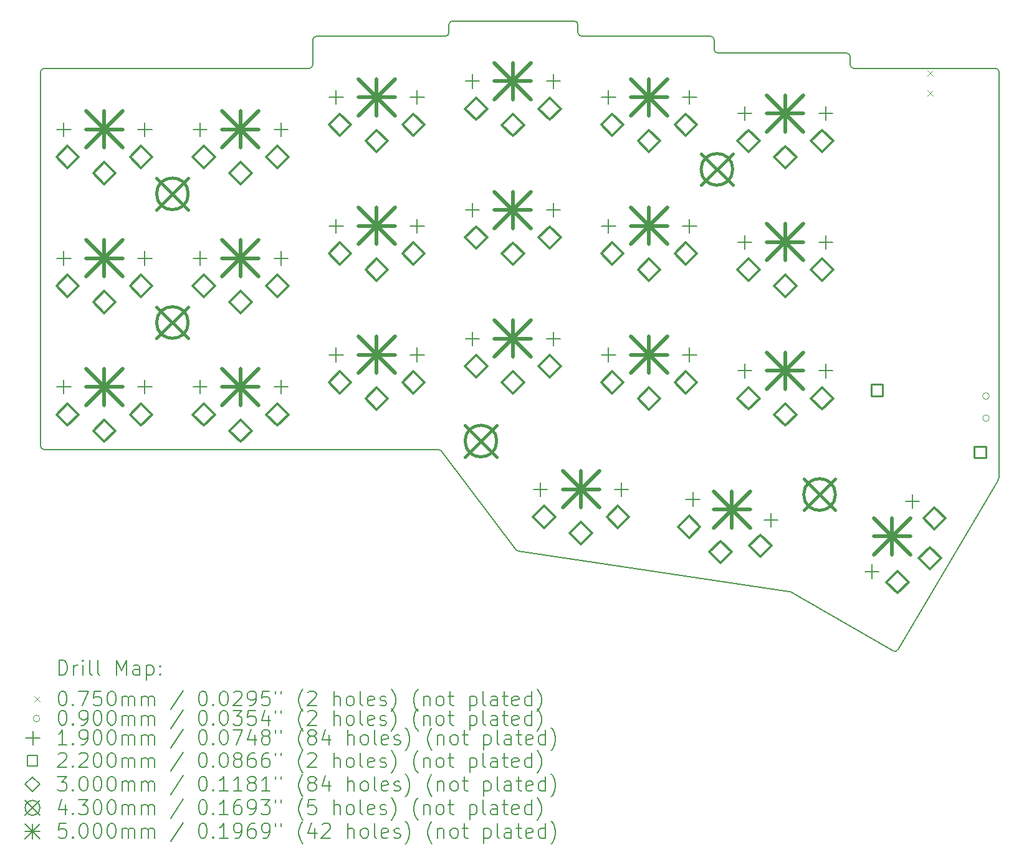
<source format=gbr>
%TF.GenerationSoftware,KiCad,Pcbnew,8.0.8+1*%
%TF.CreationDate,2025-07-09T06:01:49+00:00*%
%TF.ProjectId,corney_island_wireless,636f726e-6579-45f6-9973-6c616e645f77,0.2*%
%TF.SameCoordinates,Original*%
%TF.FileFunction,Drillmap*%
%TF.FilePolarity,Positive*%
%FSLAX45Y45*%
G04 Gerber Fmt 4.5, Leading zero omitted, Abs format (unit mm)*
G04 Created by KiCad (PCBNEW 8.0.8+1) date 2025-07-09 06:01:49*
%MOMM*%
%LPD*%
G01*
G04 APERTURE LIST*
%ADD10C,0.150000*%
%ADD11C,0.200000*%
%ADD12C,0.100000*%
%ADD13C,0.190000*%
%ADD14C,0.220000*%
%ADD15C,0.300000*%
%ADD16C,0.430000*%
%ADD17C,0.500000*%
G04 APERTURE END LIST*
D10*
X9131698Y-10801245D02*
X9131502Y-5720251D01*
X9181501Y-5670249D02*
X12781501Y-5670151D01*
X12831500Y-5620151D02*
X12831500Y-5282750D01*
X12881500Y-5232750D02*
X14631500Y-5232750D01*
X14681500Y-5182750D02*
X14681500Y-5075250D01*
X14731500Y-5025250D02*
X16384300Y-5025250D01*
X16434300Y-5075250D02*
X16434300Y-5182750D01*
X16484300Y-5232750D02*
X18234300Y-5232750D01*
X18284300Y-5282750D02*
X18284300Y-5412312D01*
X18334288Y-5462312D02*
X20083706Y-5462738D01*
X20133691Y-5513340D02*
X20132410Y-5619648D01*
X22125300Y-11290910D02*
X20779993Y-13572380D01*
X20711924Y-13590285D02*
X19318493Y-12785787D01*
X19300847Y-12779632D02*
X15624698Y-12233003D01*
X15592179Y-12213716D02*
X14575757Y-10870335D01*
X14535877Y-10850503D02*
X9181705Y-10851243D01*
X20182406Y-5670250D02*
X22106800Y-5670250D01*
X22156800Y-5720250D02*
X22156800Y-11222952D01*
X22150101Y-11247952D02*
X22125300Y-11290910D01*
X9131502Y-5720251D02*
G75*
G02*
X9181501Y-5670252I49998J1D01*
G01*
X12831500Y-5620151D02*
G75*
G02*
X12781501Y-5670150I-50000J1D01*
G01*
X12831500Y-5282750D02*
G75*
G02*
X12881500Y-5232750I50000J0D01*
G01*
X14681500Y-5182750D02*
G75*
G02*
X14631500Y-5232750I-50000J0D01*
G01*
X14681500Y-5075250D02*
G75*
G02*
X14731500Y-5025250I50000J0D01*
G01*
X16384300Y-5025250D02*
G75*
G02*
X16434300Y-5075250I0J-50000D01*
G01*
X16484300Y-5232750D02*
G75*
G02*
X16434300Y-5182750I0J50000D01*
G01*
X18234300Y-5232750D02*
G75*
G02*
X18284300Y-5282750I0J-50000D01*
G01*
X18334288Y-5462312D02*
G75*
G02*
X18284298Y-5412312I12J50002D01*
G01*
X20083706Y-5462738D02*
G75*
G02*
X20133689Y-5513340I-16J-50002D01*
G01*
X20182406Y-5670250D02*
G75*
G02*
X20132414Y-5619648I4J50000D01*
G01*
X22106800Y-5670250D02*
G75*
G02*
X22156800Y-5720250I0J-50000D01*
G01*
X22156800Y-11222952D02*
G75*
G02*
X22150100Y-11247952I-50000J3D01*
G01*
X20779993Y-13572380D02*
G75*
G02*
X20711922Y-13590288I-43073J25400D01*
G01*
X19300847Y-12779632D02*
G75*
G02*
X19318492Y-12785788I-7357J-49458D01*
G01*
X15624698Y-12233003D02*
G75*
G02*
X15592179Y-12213716I7352J49453D01*
G01*
X14535877Y-10850503D02*
G75*
G02*
X14575754Y-10870338I3J-49997D01*
G01*
X9181705Y-10851243D02*
G75*
G02*
X9131697Y-10801245I-5J50003D01*
G01*
D11*
D12*
X21182900Y-5696250D02*
X21257900Y-5771250D01*
X21257900Y-5696250D02*
X21182900Y-5771250D01*
X21182900Y-5971250D02*
X21257900Y-6046250D01*
X21257900Y-5971250D02*
X21182900Y-6046250D01*
X22022500Y-10125000D02*
G75*
G02*
X21932500Y-10125000I-45000J0D01*
G01*
X21932500Y-10125000D02*
G75*
G02*
X22022500Y-10125000I45000J0D01*
G01*
X22022500Y-10425000D02*
G75*
G02*
X21932500Y-10425000I-45000J0D01*
G01*
X21932500Y-10425000D02*
G75*
G02*
X22022500Y-10425000I45000J0D01*
G01*
D13*
X9450000Y-6405000D02*
X9450000Y-6595000D01*
X9355000Y-6500000D02*
X9545000Y-6500000D01*
X9450000Y-6405000D02*
X9450000Y-6595000D01*
X9355000Y-6500000D02*
X9545000Y-6500000D01*
X9450000Y-8155000D02*
X9450000Y-8345000D01*
X9355000Y-8250000D02*
X9545000Y-8250000D01*
X9450000Y-8155000D02*
X9450000Y-8345000D01*
X9355000Y-8250000D02*
X9545000Y-8250000D01*
X9450000Y-9905000D02*
X9450000Y-10095000D01*
X9355000Y-10000000D02*
X9545000Y-10000000D01*
X9450000Y-9905000D02*
X9450000Y-10095000D01*
X9355000Y-10000000D02*
X9545000Y-10000000D01*
X10550000Y-6405000D02*
X10550000Y-6595000D01*
X10455000Y-6500000D02*
X10645000Y-6500000D01*
X10550000Y-6405000D02*
X10550000Y-6595000D01*
X10455000Y-6500000D02*
X10645000Y-6500000D01*
X10550000Y-8155000D02*
X10550000Y-8345000D01*
X10455000Y-8250000D02*
X10645000Y-8250000D01*
X10550000Y-8155000D02*
X10550000Y-8345000D01*
X10455000Y-8250000D02*
X10645000Y-8250000D01*
X10550000Y-9905000D02*
X10550000Y-10095000D01*
X10455000Y-10000000D02*
X10645000Y-10000000D01*
X10550000Y-9905000D02*
X10550000Y-10095000D01*
X10455000Y-10000000D02*
X10645000Y-10000000D01*
X11300000Y-6405000D02*
X11300000Y-6595000D01*
X11205000Y-6500000D02*
X11395000Y-6500000D01*
X11300000Y-6405000D02*
X11300000Y-6595000D01*
X11205000Y-6500000D02*
X11395000Y-6500000D01*
X11300000Y-8155000D02*
X11300000Y-8345000D01*
X11205000Y-8250000D02*
X11395000Y-8250000D01*
X11300000Y-8155000D02*
X11300000Y-8345000D01*
X11205000Y-8250000D02*
X11395000Y-8250000D01*
X11300000Y-9905000D02*
X11300000Y-10095000D01*
X11205000Y-10000000D02*
X11395000Y-10000000D01*
X11300000Y-9905000D02*
X11300000Y-10095000D01*
X11205000Y-10000000D02*
X11395000Y-10000000D01*
X12400000Y-6405000D02*
X12400000Y-6595000D01*
X12305000Y-6500000D02*
X12495000Y-6500000D01*
X12400000Y-6405000D02*
X12400000Y-6595000D01*
X12305000Y-6500000D02*
X12495000Y-6500000D01*
X12400000Y-8155000D02*
X12400000Y-8345000D01*
X12305000Y-8250000D02*
X12495000Y-8250000D01*
X12400000Y-8155000D02*
X12400000Y-8345000D01*
X12305000Y-8250000D02*
X12495000Y-8250000D01*
X12400000Y-9905000D02*
X12400000Y-10095000D01*
X12305000Y-10000000D02*
X12495000Y-10000000D01*
X12400000Y-9905000D02*
X12400000Y-10095000D01*
X12305000Y-10000000D02*
X12495000Y-10000000D01*
X13150000Y-5967500D02*
X13150000Y-6157500D01*
X13055000Y-6062500D02*
X13245000Y-6062500D01*
X13150000Y-5967500D02*
X13150000Y-6157500D01*
X13055000Y-6062500D02*
X13245000Y-6062500D01*
X13150000Y-7717500D02*
X13150000Y-7907500D01*
X13055000Y-7812500D02*
X13245000Y-7812500D01*
X13150000Y-7717500D02*
X13150000Y-7907500D01*
X13055000Y-7812500D02*
X13245000Y-7812500D01*
X13150000Y-9467500D02*
X13150000Y-9657500D01*
X13055000Y-9562500D02*
X13245000Y-9562500D01*
X13150000Y-9467500D02*
X13150000Y-9657500D01*
X13055000Y-9562500D02*
X13245000Y-9562500D01*
X14250000Y-5967500D02*
X14250000Y-6157500D01*
X14155000Y-6062500D02*
X14345000Y-6062500D01*
X14250000Y-5967500D02*
X14250000Y-6157500D01*
X14155000Y-6062500D02*
X14345000Y-6062500D01*
X14250000Y-7717500D02*
X14250000Y-7907500D01*
X14155000Y-7812500D02*
X14345000Y-7812500D01*
X14250000Y-7717500D02*
X14250000Y-7907500D01*
X14155000Y-7812500D02*
X14345000Y-7812500D01*
X14250000Y-9467500D02*
X14250000Y-9657500D01*
X14155000Y-9562500D02*
X14345000Y-9562500D01*
X14250000Y-9467500D02*
X14250000Y-9657500D01*
X14155000Y-9562500D02*
X14345000Y-9562500D01*
X15000000Y-5748750D02*
X15000000Y-5938750D01*
X14905000Y-5843750D02*
X15095000Y-5843750D01*
X15000000Y-5748750D02*
X15000000Y-5938750D01*
X14905000Y-5843750D02*
X15095000Y-5843750D01*
X15000000Y-7498750D02*
X15000000Y-7688750D01*
X14905000Y-7593750D02*
X15095000Y-7593750D01*
X15000000Y-7498750D02*
X15000000Y-7688750D01*
X14905000Y-7593750D02*
X15095000Y-7593750D01*
X15000000Y-9248750D02*
X15000000Y-9438750D01*
X14905000Y-9343750D02*
X15095000Y-9343750D01*
X15000000Y-9248750D02*
X15000000Y-9438750D01*
X14905000Y-9343750D02*
X15095000Y-9343750D01*
X15925000Y-11298750D02*
X15925000Y-11488750D01*
X15830000Y-11393750D02*
X16020000Y-11393750D01*
X15925000Y-11298750D02*
X15925000Y-11488750D01*
X15830000Y-11393750D02*
X16020000Y-11393750D01*
X16100000Y-5748750D02*
X16100000Y-5938750D01*
X16005000Y-5843750D02*
X16195000Y-5843750D01*
X16100000Y-5748750D02*
X16100000Y-5938750D01*
X16005000Y-5843750D02*
X16195000Y-5843750D01*
X16100000Y-7498750D02*
X16100000Y-7688750D01*
X16005000Y-7593750D02*
X16195000Y-7593750D01*
X16100000Y-7498750D02*
X16100000Y-7688750D01*
X16005000Y-7593750D02*
X16195000Y-7593750D01*
X16100000Y-9248750D02*
X16100000Y-9438750D01*
X16005000Y-9343750D02*
X16195000Y-9343750D01*
X16100000Y-9248750D02*
X16100000Y-9438750D01*
X16005000Y-9343750D02*
X16195000Y-9343750D01*
X16850000Y-5967500D02*
X16850000Y-6157500D01*
X16755000Y-6062500D02*
X16945000Y-6062500D01*
X16850000Y-5967500D02*
X16850000Y-6157500D01*
X16755000Y-6062500D02*
X16945000Y-6062500D01*
X16850000Y-7717500D02*
X16850000Y-7907500D01*
X16755000Y-7812500D02*
X16945000Y-7812500D01*
X16850000Y-7717500D02*
X16850000Y-7907500D01*
X16755000Y-7812500D02*
X16945000Y-7812500D01*
X16850000Y-9467500D02*
X16850000Y-9657500D01*
X16755000Y-9562500D02*
X16945000Y-9562500D01*
X16850000Y-9467500D02*
X16850000Y-9657500D01*
X16755000Y-9562500D02*
X16945000Y-9562500D01*
X17025000Y-11298750D02*
X17025000Y-11488750D01*
X16930000Y-11393750D02*
X17120000Y-11393750D01*
X17025000Y-11298750D02*
X17025000Y-11488750D01*
X16930000Y-11393750D02*
X17120000Y-11393750D01*
X17950000Y-5967500D02*
X17950000Y-6157500D01*
X17855000Y-6062500D02*
X18045000Y-6062500D01*
X17950000Y-5967500D02*
X17950000Y-6157500D01*
X17855000Y-6062500D02*
X18045000Y-6062500D01*
X17950000Y-7717500D02*
X17950000Y-7907500D01*
X17855000Y-7812500D02*
X18045000Y-7812500D01*
X17950000Y-7717500D02*
X17950000Y-7907500D01*
X17855000Y-7812500D02*
X18045000Y-7812500D01*
X17950000Y-9467500D02*
X17950000Y-9657500D01*
X17855000Y-9562500D02*
X18045000Y-9562500D01*
X17950000Y-9467500D02*
X17950000Y-9657500D01*
X17855000Y-9562500D02*
X18045000Y-9562500D01*
X17993741Y-11431399D02*
X17993741Y-11621399D01*
X17898741Y-11526399D02*
X18088741Y-11526399D01*
X17993741Y-11431399D02*
X17993741Y-11621399D01*
X17898741Y-11526399D02*
X18088741Y-11526399D01*
X18700000Y-6186250D02*
X18700000Y-6376250D01*
X18605000Y-6281250D02*
X18795000Y-6281250D01*
X18700000Y-6186250D02*
X18700000Y-6376250D01*
X18605000Y-6281250D02*
X18795000Y-6281250D01*
X18700000Y-7936250D02*
X18700000Y-8126250D01*
X18605000Y-8031250D02*
X18795000Y-8031250D01*
X18700000Y-7936250D02*
X18700000Y-8126250D01*
X18605000Y-8031250D02*
X18795000Y-8031250D01*
X18700000Y-9686250D02*
X18700000Y-9876250D01*
X18605000Y-9781250D02*
X18795000Y-9781250D01*
X18700000Y-9686250D02*
X18700000Y-9876250D01*
X18605000Y-9781250D02*
X18795000Y-9781250D01*
X19056259Y-11716100D02*
X19056259Y-11906100D01*
X18961259Y-11811100D02*
X19151259Y-11811100D01*
X19056259Y-11716100D02*
X19056259Y-11906100D01*
X18961259Y-11811100D02*
X19151259Y-11811100D01*
X19800000Y-6186250D02*
X19800000Y-6376250D01*
X19705000Y-6281250D02*
X19895000Y-6281250D01*
X19800000Y-6186250D02*
X19800000Y-6376250D01*
X19705000Y-6281250D02*
X19895000Y-6281250D01*
X19800000Y-7936250D02*
X19800000Y-8126250D01*
X19705000Y-8031250D02*
X19895000Y-8031250D01*
X19800000Y-7936250D02*
X19800000Y-8126250D01*
X19705000Y-8031250D02*
X19895000Y-8031250D01*
X19800000Y-9686250D02*
X19800000Y-9876250D01*
X19705000Y-9781250D02*
X19895000Y-9781250D01*
X19800000Y-9686250D02*
X19800000Y-9876250D01*
X19705000Y-9781250D02*
X19895000Y-9781250D01*
X20426384Y-12413539D02*
X20426384Y-12603539D01*
X20331384Y-12508539D02*
X20521384Y-12508539D01*
X20426384Y-12413539D02*
X20426384Y-12603539D01*
X20331384Y-12508539D02*
X20521384Y-12508539D01*
X20976384Y-11460911D02*
X20976384Y-11650911D01*
X20881384Y-11555911D02*
X21071384Y-11555911D01*
X20976384Y-11460911D02*
X20976384Y-11650911D01*
X20881384Y-11555911D02*
X21071384Y-11555911D01*
D14*
X20570483Y-10121633D02*
X20570483Y-9966068D01*
X20414918Y-9966068D01*
X20414918Y-10121633D01*
X20570483Y-10121633D01*
X21974683Y-10966033D02*
X21974683Y-10810468D01*
X21819118Y-10810468D01*
X21819118Y-10966033D01*
X21974683Y-10966033D01*
D15*
X9500000Y-7025000D02*
X9650000Y-6875000D01*
X9500000Y-6725000D01*
X9350000Y-6875000D01*
X9500000Y-7025000D01*
X9500000Y-8775000D02*
X9650000Y-8625000D01*
X9500000Y-8475000D01*
X9350000Y-8625000D01*
X9500000Y-8775000D01*
X9500000Y-10525000D02*
X9650000Y-10375000D01*
X9500000Y-10225000D01*
X9350000Y-10375000D01*
X9500000Y-10525000D01*
X10000000Y-7245000D02*
X10150000Y-7095000D01*
X10000000Y-6945000D01*
X9850000Y-7095000D01*
X10000000Y-7245000D01*
X10000000Y-7245000D02*
X10150000Y-7095000D01*
X10000000Y-6945000D01*
X9850000Y-7095000D01*
X10000000Y-7245000D01*
X10000000Y-8995000D02*
X10150000Y-8845000D01*
X10000000Y-8695000D01*
X9850000Y-8845000D01*
X10000000Y-8995000D01*
X10000000Y-8995000D02*
X10150000Y-8845000D01*
X10000000Y-8695000D01*
X9850000Y-8845000D01*
X10000000Y-8995000D01*
X10000000Y-10745000D02*
X10150000Y-10595000D01*
X10000000Y-10445000D01*
X9850000Y-10595000D01*
X10000000Y-10745000D01*
X10000000Y-10745000D02*
X10150000Y-10595000D01*
X10000000Y-10445000D01*
X9850000Y-10595000D01*
X10000000Y-10745000D01*
X10500000Y-7025000D02*
X10650000Y-6875000D01*
X10500000Y-6725000D01*
X10350000Y-6875000D01*
X10500000Y-7025000D01*
X10500000Y-8775000D02*
X10650000Y-8625000D01*
X10500000Y-8475000D01*
X10350000Y-8625000D01*
X10500000Y-8775000D01*
X10500000Y-10525000D02*
X10650000Y-10375000D01*
X10500000Y-10225000D01*
X10350000Y-10375000D01*
X10500000Y-10525000D01*
X11350000Y-7025000D02*
X11500000Y-6875000D01*
X11350000Y-6725000D01*
X11200000Y-6875000D01*
X11350000Y-7025000D01*
X11350000Y-8775000D02*
X11500000Y-8625000D01*
X11350000Y-8475000D01*
X11200000Y-8625000D01*
X11350000Y-8775000D01*
X11350000Y-10525000D02*
X11500000Y-10375000D01*
X11350000Y-10225000D01*
X11200000Y-10375000D01*
X11350000Y-10525000D01*
X11850000Y-7245000D02*
X12000000Y-7095000D01*
X11850000Y-6945000D01*
X11700000Y-7095000D01*
X11850000Y-7245000D01*
X11850000Y-7245000D02*
X12000000Y-7095000D01*
X11850000Y-6945000D01*
X11700000Y-7095000D01*
X11850000Y-7245000D01*
X11850000Y-8995000D02*
X12000000Y-8845000D01*
X11850000Y-8695000D01*
X11700000Y-8845000D01*
X11850000Y-8995000D01*
X11850000Y-8995000D02*
X12000000Y-8845000D01*
X11850000Y-8695000D01*
X11700000Y-8845000D01*
X11850000Y-8995000D01*
X11850000Y-10745000D02*
X12000000Y-10595000D01*
X11850000Y-10445000D01*
X11700000Y-10595000D01*
X11850000Y-10745000D01*
X11850000Y-10745000D02*
X12000000Y-10595000D01*
X11850000Y-10445000D01*
X11700000Y-10595000D01*
X11850000Y-10745000D01*
X12350000Y-7025000D02*
X12500000Y-6875000D01*
X12350000Y-6725000D01*
X12200000Y-6875000D01*
X12350000Y-7025000D01*
X12350000Y-8775000D02*
X12500000Y-8625000D01*
X12350000Y-8475000D01*
X12200000Y-8625000D01*
X12350000Y-8775000D01*
X12350000Y-10525000D02*
X12500000Y-10375000D01*
X12350000Y-10225000D01*
X12200000Y-10375000D01*
X12350000Y-10525000D01*
X13200000Y-6587500D02*
X13350000Y-6437500D01*
X13200000Y-6287500D01*
X13050000Y-6437500D01*
X13200000Y-6587500D01*
X13200000Y-8337500D02*
X13350000Y-8187500D01*
X13200000Y-8037500D01*
X13050000Y-8187500D01*
X13200000Y-8337500D01*
X13200000Y-10087500D02*
X13350000Y-9937500D01*
X13200000Y-9787500D01*
X13050000Y-9937500D01*
X13200000Y-10087500D01*
X13700000Y-6807500D02*
X13850000Y-6657500D01*
X13700000Y-6507500D01*
X13550000Y-6657500D01*
X13700000Y-6807500D01*
X13700000Y-6807500D02*
X13850000Y-6657500D01*
X13700000Y-6507500D01*
X13550000Y-6657500D01*
X13700000Y-6807500D01*
X13700000Y-8557500D02*
X13850000Y-8407500D01*
X13700000Y-8257500D01*
X13550000Y-8407500D01*
X13700000Y-8557500D01*
X13700000Y-8557500D02*
X13850000Y-8407500D01*
X13700000Y-8257500D01*
X13550000Y-8407500D01*
X13700000Y-8557500D01*
X13700000Y-10307500D02*
X13850000Y-10157500D01*
X13700000Y-10007500D01*
X13550000Y-10157500D01*
X13700000Y-10307500D01*
X13700000Y-10307500D02*
X13850000Y-10157500D01*
X13700000Y-10007500D01*
X13550000Y-10157500D01*
X13700000Y-10307500D01*
X14200000Y-6587500D02*
X14350000Y-6437500D01*
X14200000Y-6287500D01*
X14050000Y-6437500D01*
X14200000Y-6587500D01*
X14200000Y-8337500D02*
X14350000Y-8187500D01*
X14200000Y-8037500D01*
X14050000Y-8187500D01*
X14200000Y-8337500D01*
X14200000Y-10087500D02*
X14350000Y-9937500D01*
X14200000Y-9787500D01*
X14050000Y-9937500D01*
X14200000Y-10087500D01*
X15050000Y-6368750D02*
X15200000Y-6218750D01*
X15050000Y-6068750D01*
X14900000Y-6218750D01*
X15050000Y-6368750D01*
X15050000Y-8118750D02*
X15200000Y-7968750D01*
X15050000Y-7818750D01*
X14900000Y-7968750D01*
X15050000Y-8118750D01*
X15050000Y-9868750D02*
X15200000Y-9718750D01*
X15050000Y-9568750D01*
X14900000Y-9718750D01*
X15050000Y-9868750D01*
X15550000Y-6588750D02*
X15700000Y-6438750D01*
X15550000Y-6288750D01*
X15400000Y-6438750D01*
X15550000Y-6588750D01*
X15550000Y-6588750D02*
X15700000Y-6438750D01*
X15550000Y-6288750D01*
X15400000Y-6438750D01*
X15550000Y-6588750D01*
X15550000Y-8338750D02*
X15700000Y-8188750D01*
X15550000Y-8038750D01*
X15400000Y-8188750D01*
X15550000Y-8338750D01*
X15550000Y-8338750D02*
X15700000Y-8188750D01*
X15550000Y-8038750D01*
X15400000Y-8188750D01*
X15550000Y-8338750D01*
X15550000Y-10088750D02*
X15700000Y-9938750D01*
X15550000Y-9788750D01*
X15400000Y-9938750D01*
X15550000Y-10088750D01*
X15550000Y-10088750D02*
X15700000Y-9938750D01*
X15550000Y-9788750D01*
X15400000Y-9938750D01*
X15550000Y-10088750D01*
X15975000Y-11918750D02*
X16125000Y-11768750D01*
X15975000Y-11618750D01*
X15825000Y-11768750D01*
X15975000Y-11918750D01*
X16050000Y-6368750D02*
X16200000Y-6218750D01*
X16050000Y-6068750D01*
X15900000Y-6218750D01*
X16050000Y-6368750D01*
X16050000Y-8118750D02*
X16200000Y-7968750D01*
X16050000Y-7818750D01*
X15900000Y-7968750D01*
X16050000Y-8118750D01*
X16050000Y-9868750D02*
X16200000Y-9718750D01*
X16050000Y-9568750D01*
X15900000Y-9718750D01*
X16050000Y-9868750D01*
X16475000Y-12138750D02*
X16625000Y-11988750D01*
X16475000Y-11838750D01*
X16325000Y-11988750D01*
X16475000Y-12138750D01*
X16475000Y-12138750D02*
X16625000Y-11988750D01*
X16475000Y-11838750D01*
X16325000Y-11988750D01*
X16475000Y-12138750D01*
X16900000Y-6587500D02*
X17050000Y-6437500D01*
X16900000Y-6287500D01*
X16750000Y-6437500D01*
X16900000Y-6587500D01*
X16900000Y-8337500D02*
X17050000Y-8187500D01*
X16900000Y-8037500D01*
X16750000Y-8187500D01*
X16900000Y-8337500D01*
X16900000Y-10087500D02*
X17050000Y-9937500D01*
X16900000Y-9787500D01*
X16750000Y-9937500D01*
X16900000Y-10087500D01*
X16975000Y-11918750D02*
X17125000Y-11768750D01*
X16975000Y-11618750D01*
X16825000Y-11768750D01*
X16975000Y-11918750D01*
X17400000Y-6807500D02*
X17550000Y-6657500D01*
X17400000Y-6507500D01*
X17250000Y-6657500D01*
X17400000Y-6807500D01*
X17400000Y-6807500D02*
X17550000Y-6657500D01*
X17400000Y-6507500D01*
X17250000Y-6657500D01*
X17400000Y-6807500D01*
X17400000Y-8557500D02*
X17550000Y-8407500D01*
X17400000Y-8257500D01*
X17250000Y-8407500D01*
X17400000Y-8557500D01*
X17400000Y-8557500D02*
X17550000Y-8407500D01*
X17400000Y-8257500D01*
X17250000Y-8407500D01*
X17400000Y-8557500D01*
X17400000Y-10307500D02*
X17550000Y-10157500D01*
X17400000Y-10007500D01*
X17250000Y-10157500D01*
X17400000Y-10307500D01*
X17400000Y-10307500D02*
X17550000Y-10157500D01*
X17400000Y-10007500D01*
X17250000Y-10157500D01*
X17400000Y-10307500D01*
X17900000Y-6587500D02*
X18050000Y-6437500D01*
X17900000Y-6287500D01*
X17750000Y-6437500D01*
X17900000Y-6587500D01*
X17900000Y-8337500D02*
X18050000Y-8187500D01*
X17900000Y-8037500D01*
X17750000Y-8187500D01*
X17900000Y-8337500D01*
X17900000Y-10087500D02*
X18050000Y-9937500D01*
X17900000Y-9787500D01*
X17750000Y-9937500D01*
X17900000Y-10087500D01*
X17944980Y-12051563D02*
X18094980Y-11901563D01*
X17944980Y-11751563D01*
X17794980Y-11901563D01*
X17944980Y-12051563D01*
X18371003Y-12393476D02*
X18521003Y-12243476D01*
X18371003Y-12093476D01*
X18221003Y-12243476D01*
X18371003Y-12393476D01*
X18371003Y-12393476D02*
X18521003Y-12243476D01*
X18371003Y-12093476D01*
X18221003Y-12243476D01*
X18371003Y-12393476D01*
X18750000Y-6806250D02*
X18900000Y-6656250D01*
X18750000Y-6506250D01*
X18600000Y-6656250D01*
X18750000Y-6806250D01*
X18750000Y-8556250D02*
X18900000Y-8406250D01*
X18750000Y-8256250D01*
X18600000Y-8406250D01*
X18750000Y-8556250D01*
X18750000Y-10306250D02*
X18900000Y-10156250D01*
X18750000Y-10006250D01*
X18600000Y-10156250D01*
X18750000Y-10306250D01*
X18910906Y-12310382D02*
X19060906Y-12160382D01*
X18910906Y-12010382D01*
X18760906Y-12160382D01*
X18910906Y-12310382D01*
X19250000Y-7026250D02*
X19400000Y-6876250D01*
X19250000Y-6726250D01*
X19100000Y-6876250D01*
X19250000Y-7026250D01*
X19250000Y-7026250D02*
X19400000Y-6876250D01*
X19250000Y-6726250D01*
X19100000Y-6876250D01*
X19250000Y-7026250D01*
X19250000Y-8776250D02*
X19400000Y-8626250D01*
X19250000Y-8476250D01*
X19100000Y-8626250D01*
X19250000Y-8776250D01*
X19250000Y-8776250D02*
X19400000Y-8626250D01*
X19250000Y-8476250D01*
X19100000Y-8626250D01*
X19250000Y-8776250D01*
X19250000Y-10526250D02*
X19400000Y-10376250D01*
X19250000Y-10226250D01*
X19100000Y-10376250D01*
X19250000Y-10526250D01*
X19250000Y-10526250D02*
X19400000Y-10376250D01*
X19250000Y-10226250D01*
X19100000Y-10376250D01*
X19250000Y-10526250D01*
X19750000Y-6806250D02*
X19900000Y-6656250D01*
X19750000Y-6506250D01*
X19600000Y-6656250D01*
X19750000Y-6806250D01*
X19750000Y-8556250D02*
X19900000Y-8406250D01*
X19750000Y-8256250D01*
X19600000Y-8406250D01*
X19750000Y-8556250D01*
X19750000Y-10306250D02*
X19900000Y-10156250D01*
X19750000Y-10006250D01*
X19600000Y-10156250D01*
X19750000Y-10306250D01*
X20776144Y-12802737D02*
X20926144Y-12652737D01*
X20776144Y-12502737D01*
X20626144Y-12652737D01*
X20776144Y-12802737D01*
X21216669Y-12479725D02*
X21366669Y-12329725D01*
X21216669Y-12179725D01*
X21066669Y-12329725D01*
X21216669Y-12479725D01*
X21216669Y-12479725D02*
X21366669Y-12329725D01*
X21216669Y-12179725D01*
X21066669Y-12329725D01*
X21216669Y-12479725D01*
X21276144Y-11936712D02*
X21426144Y-11786712D01*
X21276144Y-11636712D01*
X21126144Y-11786712D01*
X21276144Y-11936712D01*
D16*
X10710000Y-7160000D02*
X11140000Y-7590000D01*
X11140000Y-7160000D02*
X10710000Y-7590000D01*
X11140000Y-7375000D02*
G75*
G02*
X10710000Y-7375000I-215000J0D01*
G01*
X10710000Y-7375000D02*
G75*
G02*
X11140000Y-7375000I215000J0D01*
G01*
X10710000Y-8910000D02*
X11140000Y-9340000D01*
X11140000Y-8910000D02*
X10710000Y-9340000D01*
X11140000Y-9125000D02*
G75*
G02*
X10710000Y-9125000I-215000J0D01*
G01*
X10710000Y-9125000D02*
G75*
G02*
X11140000Y-9125000I215000J0D01*
G01*
X14900700Y-10521500D02*
X15330700Y-10951500D01*
X15330700Y-10521500D02*
X14900700Y-10951500D01*
X15330700Y-10736500D02*
G75*
G02*
X14900700Y-10736500I-215000J0D01*
G01*
X14900700Y-10736500D02*
G75*
G02*
X15330700Y-10736500I215000J0D01*
G01*
X18106800Y-6827350D02*
X18536800Y-7257350D01*
X18536800Y-6827350D02*
X18106800Y-7257350D01*
X18536800Y-7042350D02*
G75*
G02*
X18106800Y-7042350I-215000J0D01*
G01*
X18106800Y-7042350D02*
G75*
G02*
X18536800Y-7042350I215000J0D01*
G01*
X19500761Y-11248175D02*
X19930761Y-11678175D01*
X19930761Y-11248175D02*
X19500761Y-11678175D01*
X19930761Y-11463175D02*
G75*
G02*
X19500761Y-11463175I-215000J0D01*
G01*
X19500761Y-11463175D02*
G75*
G02*
X19930761Y-11463175I215000J0D01*
G01*
D17*
X9750000Y-6250000D02*
X10250000Y-6750000D01*
X10250000Y-6250000D02*
X9750000Y-6750000D01*
X10000000Y-6250000D02*
X10000000Y-6750000D01*
X9750000Y-6500000D02*
X10250000Y-6500000D01*
X9750000Y-6250000D02*
X10250000Y-6750000D01*
X10250000Y-6250000D02*
X9750000Y-6750000D01*
X10000000Y-6250000D02*
X10000000Y-6750000D01*
X9750000Y-6500000D02*
X10250000Y-6500000D01*
X9750000Y-8000000D02*
X10250000Y-8500000D01*
X10250000Y-8000000D02*
X9750000Y-8500000D01*
X10000000Y-8000000D02*
X10000000Y-8500000D01*
X9750000Y-8250000D02*
X10250000Y-8250000D01*
X9750000Y-8000000D02*
X10250000Y-8500000D01*
X10250000Y-8000000D02*
X9750000Y-8500000D01*
X10000000Y-8000000D02*
X10000000Y-8500000D01*
X9750000Y-8250000D02*
X10250000Y-8250000D01*
X9750000Y-9750000D02*
X10250000Y-10250000D01*
X10250000Y-9750000D02*
X9750000Y-10250000D01*
X10000000Y-9750000D02*
X10000000Y-10250000D01*
X9750000Y-10000000D02*
X10250000Y-10000000D01*
X9750000Y-9750000D02*
X10250000Y-10250000D01*
X10250000Y-9750000D02*
X9750000Y-10250000D01*
X10000000Y-9750000D02*
X10000000Y-10250000D01*
X9750000Y-10000000D02*
X10250000Y-10000000D01*
X11600000Y-6250000D02*
X12100000Y-6750000D01*
X12100000Y-6250000D02*
X11600000Y-6750000D01*
X11850000Y-6250000D02*
X11850000Y-6750000D01*
X11600000Y-6500000D02*
X12100000Y-6500000D01*
X11600000Y-6250000D02*
X12100000Y-6750000D01*
X12100000Y-6250000D02*
X11600000Y-6750000D01*
X11850000Y-6250000D02*
X11850000Y-6750000D01*
X11600000Y-6500000D02*
X12100000Y-6500000D01*
X11600000Y-8000000D02*
X12100000Y-8500000D01*
X12100000Y-8000000D02*
X11600000Y-8500000D01*
X11850000Y-8000000D02*
X11850000Y-8500000D01*
X11600000Y-8250000D02*
X12100000Y-8250000D01*
X11600000Y-8000000D02*
X12100000Y-8500000D01*
X12100000Y-8000000D02*
X11600000Y-8500000D01*
X11850000Y-8000000D02*
X11850000Y-8500000D01*
X11600000Y-8250000D02*
X12100000Y-8250000D01*
X11600000Y-9750000D02*
X12100000Y-10250000D01*
X12100000Y-9750000D02*
X11600000Y-10250000D01*
X11850000Y-9750000D02*
X11850000Y-10250000D01*
X11600000Y-10000000D02*
X12100000Y-10000000D01*
X11600000Y-9750000D02*
X12100000Y-10250000D01*
X12100000Y-9750000D02*
X11600000Y-10250000D01*
X11850000Y-9750000D02*
X11850000Y-10250000D01*
X11600000Y-10000000D02*
X12100000Y-10000000D01*
X13450000Y-5812500D02*
X13950000Y-6312500D01*
X13950000Y-5812500D02*
X13450000Y-6312500D01*
X13700000Y-5812500D02*
X13700000Y-6312500D01*
X13450000Y-6062500D02*
X13950000Y-6062500D01*
X13450000Y-5812500D02*
X13950000Y-6312500D01*
X13950000Y-5812500D02*
X13450000Y-6312500D01*
X13700000Y-5812500D02*
X13700000Y-6312500D01*
X13450000Y-6062500D02*
X13950000Y-6062500D01*
X13450000Y-7562500D02*
X13950000Y-8062500D01*
X13950000Y-7562500D02*
X13450000Y-8062500D01*
X13700000Y-7562500D02*
X13700000Y-8062500D01*
X13450000Y-7812500D02*
X13950000Y-7812500D01*
X13450000Y-7562500D02*
X13950000Y-8062500D01*
X13950000Y-7562500D02*
X13450000Y-8062500D01*
X13700000Y-7562500D02*
X13700000Y-8062500D01*
X13450000Y-7812500D02*
X13950000Y-7812500D01*
X13450000Y-9312500D02*
X13950000Y-9812500D01*
X13950000Y-9312500D02*
X13450000Y-9812500D01*
X13700000Y-9312500D02*
X13700000Y-9812500D01*
X13450000Y-9562500D02*
X13950000Y-9562500D01*
X13450000Y-9312500D02*
X13950000Y-9812500D01*
X13950000Y-9312500D02*
X13450000Y-9812500D01*
X13700000Y-9312500D02*
X13700000Y-9812500D01*
X13450000Y-9562500D02*
X13950000Y-9562500D01*
X15300000Y-5593750D02*
X15800000Y-6093750D01*
X15800000Y-5593750D02*
X15300000Y-6093750D01*
X15550000Y-5593750D02*
X15550000Y-6093750D01*
X15300000Y-5843750D02*
X15800000Y-5843750D01*
X15300000Y-5593750D02*
X15800000Y-6093750D01*
X15800000Y-5593750D02*
X15300000Y-6093750D01*
X15550000Y-5593750D02*
X15550000Y-6093750D01*
X15300000Y-5843750D02*
X15800000Y-5843750D01*
X15300000Y-7343750D02*
X15800000Y-7843750D01*
X15800000Y-7343750D02*
X15300000Y-7843750D01*
X15550000Y-7343750D02*
X15550000Y-7843750D01*
X15300000Y-7593750D02*
X15800000Y-7593750D01*
X15300000Y-7343750D02*
X15800000Y-7843750D01*
X15800000Y-7343750D02*
X15300000Y-7843750D01*
X15550000Y-7343750D02*
X15550000Y-7843750D01*
X15300000Y-7593750D02*
X15800000Y-7593750D01*
X15300000Y-9093750D02*
X15800000Y-9593750D01*
X15800000Y-9093750D02*
X15300000Y-9593750D01*
X15550000Y-9093750D02*
X15550000Y-9593750D01*
X15300000Y-9343750D02*
X15800000Y-9343750D01*
X15300000Y-9093750D02*
X15800000Y-9593750D01*
X15800000Y-9093750D02*
X15300000Y-9593750D01*
X15550000Y-9093750D02*
X15550000Y-9593750D01*
X15300000Y-9343750D02*
X15800000Y-9343750D01*
X16225000Y-11143750D02*
X16725000Y-11643750D01*
X16725000Y-11143750D02*
X16225000Y-11643750D01*
X16475000Y-11143750D02*
X16475000Y-11643750D01*
X16225000Y-11393750D02*
X16725000Y-11393750D01*
X16225000Y-11143750D02*
X16725000Y-11643750D01*
X16725000Y-11143750D02*
X16225000Y-11643750D01*
X16475000Y-11143750D02*
X16475000Y-11643750D01*
X16225000Y-11393750D02*
X16725000Y-11393750D01*
X17150000Y-5812500D02*
X17650000Y-6312500D01*
X17650000Y-5812500D02*
X17150000Y-6312500D01*
X17400000Y-5812500D02*
X17400000Y-6312500D01*
X17150000Y-6062500D02*
X17650000Y-6062500D01*
X17150000Y-5812500D02*
X17650000Y-6312500D01*
X17650000Y-5812500D02*
X17150000Y-6312500D01*
X17400000Y-5812500D02*
X17400000Y-6312500D01*
X17150000Y-6062500D02*
X17650000Y-6062500D01*
X17150000Y-7562500D02*
X17650000Y-8062500D01*
X17650000Y-7562500D02*
X17150000Y-8062500D01*
X17400000Y-7562500D02*
X17400000Y-8062500D01*
X17150000Y-7812500D02*
X17650000Y-7812500D01*
X17150000Y-7562500D02*
X17650000Y-8062500D01*
X17650000Y-7562500D02*
X17150000Y-8062500D01*
X17400000Y-7562500D02*
X17400000Y-8062500D01*
X17150000Y-7812500D02*
X17650000Y-7812500D01*
X17150000Y-9312500D02*
X17650000Y-9812500D01*
X17650000Y-9312500D02*
X17150000Y-9812500D01*
X17400000Y-9312500D02*
X17400000Y-9812500D01*
X17150000Y-9562500D02*
X17650000Y-9562500D01*
X17150000Y-9312500D02*
X17650000Y-9812500D01*
X17650000Y-9312500D02*
X17150000Y-9812500D01*
X17400000Y-9312500D02*
X17400000Y-9812500D01*
X17150000Y-9562500D02*
X17650000Y-9562500D01*
X18275000Y-11418750D02*
X18775000Y-11918750D01*
X18775000Y-11418750D02*
X18275000Y-11918750D01*
X18525000Y-11418750D02*
X18525000Y-11918750D01*
X18275000Y-11668750D02*
X18775000Y-11668750D01*
X18275000Y-11418750D02*
X18775000Y-11918750D01*
X18775000Y-11418750D02*
X18275000Y-11918750D01*
X18525000Y-11418750D02*
X18525000Y-11918750D01*
X18275000Y-11668750D02*
X18775000Y-11668750D01*
X19000000Y-6031250D02*
X19500000Y-6531250D01*
X19500000Y-6031250D02*
X19000000Y-6531250D01*
X19250000Y-6031250D02*
X19250000Y-6531250D01*
X19000000Y-6281250D02*
X19500000Y-6281250D01*
X19000000Y-6031250D02*
X19500000Y-6531250D01*
X19500000Y-6031250D02*
X19000000Y-6531250D01*
X19250000Y-6031250D02*
X19250000Y-6531250D01*
X19000000Y-6281250D02*
X19500000Y-6281250D01*
X19000000Y-7781250D02*
X19500000Y-8281250D01*
X19500000Y-7781250D02*
X19000000Y-8281250D01*
X19250000Y-7781250D02*
X19250000Y-8281250D01*
X19000000Y-8031250D02*
X19500000Y-8031250D01*
X19000000Y-7781250D02*
X19500000Y-8281250D01*
X19500000Y-7781250D02*
X19000000Y-8281250D01*
X19250000Y-7781250D02*
X19250000Y-8281250D01*
X19000000Y-8031250D02*
X19500000Y-8031250D01*
X19000000Y-9531250D02*
X19500000Y-10031250D01*
X19500000Y-9531250D02*
X19000000Y-10031250D01*
X19250000Y-9531250D02*
X19250000Y-10031250D01*
X19000000Y-9781250D02*
X19500000Y-9781250D01*
X19000000Y-9531250D02*
X19500000Y-10031250D01*
X19500000Y-9531250D02*
X19000000Y-10031250D01*
X19250000Y-9531250D02*
X19250000Y-10031250D01*
X19000000Y-9781250D02*
X19500000Y-9781250D01*
X20451384Y-11782225D02*
X20951384Y-12282225D01*
X20951384Y-11782225D02*
X20451384Y-12282225D01*
X20701384Y-11782225D02*
X20701384Y-12282225D01*
X20451384Y-12032225D02*
X20951384Y-12032225D01*
X20451384Y-11782225D02*
X20951384Y-12282225D01*
X20951384Y-11782225D02*
X20451384Y-12282225D01*
X20701384Y-11782225D02*
X20701384Y-12282225D01*
X20451384Y-12032225D02*
X20951384Y-12032225D01*
D11*
X9384779Y-13915969D02*
X9384779Y-13715969D01*
X9384779Y-13715969D02*
X9432398Y-13715969D01*
X9432398Y-13715969D02*
X9460969Y-13725492D01*
X9460969Y-13725492D02*
X9480017Y-13744540D01*
X9480017Y-13744540D02*
X9489541Y-13763588D01*
X9489541Y-13763588D02*
X9499064Y-13801683D01*
X9499064Y-13801683D02*
X9499064Y-13830254D01*
X9499064Y-13830254D02*
X9489541Y-13868350D01*
X9489541Y-13868350D02*
X9480017Y-13887397D01*
X9480017Y-13887397D02*
X9460969Y-13906445D01*
X9460969Y-13906445D02*
X9432398Y-13915969D01*
X9432398Y-13915969D02*
X9384779Y-13915969D01*
X9584779Y-13915969D02*
X9584779Y-13782635D01*
X9584779Y-13820731D02*
X9594303Y-13801683D01*
X9594303Y-13801683D02*
X9603826Y-13792159D01*
X9603826Y-13792159D02*
X9622874Y-13782635D01*
X9622874Y-13782635D02*
X9641922Y-13782635D01*
X9708588Y-13915969D02*
X9708588Y-13782635D01*
X9708588Y-13715969D02*
X9699064Y-13725492D01*
X9699064Y-13725492D02*
X9708588Y-13735016D01*
X9708588Y-13735016D02*
X9718112Y-13725492D01*
X9718112Y-13725492D02*
X9708588Y-13715969D01*
X9708588Y-13715969D02*
X9708588Y-13735016D01*
X9832398Y-13915969D02*
X9813350Y-13906445D01*
X9813350Y-13906445D02*
X9803826Y-13887397D01*
X9803826Y-13887397D02*
X9803826Y-13715969D01*
X9937160Y-13915969D02*
X9918112Y-13906445D01*
X9918112Y-13906445D02*
X9908588Y-13887397D01*
X9908588Y-13887397D02*
X9908588Y-13715969D01*
X10165731Y-13915969D02*
X10165731Y-13715969D01*
X10165731Y-13715969D02*
X10232398Y-13858826D01*
X10232398Y-13858826D02*
X10299064Y-13715969D01*
X10299064Y-13715969D02*
X10299064Y-13915969D01*
X10480017Y-13915969D02*
X10480017Y-13811207D01*
X10480017Y-13811207D02*
X10470493Y-13792159D01*
X10470493Y-13792159D02*
X10451445Y-13782635D01*
X10451445Y-13782635D02*
X10413350Y-13782635D01*
X10413350Y-13782635D02*
X10394303Y-13792159D01*
X10480017Y-13906445D02*
X10460969Y-13915969D01*
X10460969Y-13915969D02*
X10413350Y-13915969D01*
X10413350Y-13915969D02*
X10394303Y-13906445D01*
X10394303Y-13906445D02*
X10384779Y-13887397D01*
X10384779Y-13887397D02*
X10384779Y-13868350D01*
X10384779Y-13868350D02*
X10394303Y-13849302D01*
X10394303Y-13849302D02*
X10413350Y-13839778D01*
X10413350Y-13839778D02*
X10460969Y-13839778D01*
X10460969Y-13839778D02*
X10480017Y-13830254D01*
X10575255Y-13782635D02*
X10575255Y-13982635D01*
X10575255Y-13792159D02*
X10594303Y-13782635D01*
X10594303Y-13782635D02*
X10632398Y-13782635D01*
X10632398Y-13782635D02*
X10651445Y-13792159D01*
X10651445Y-13792159D02*
X10660969Y-13801683D01*
X10660969Y-13801683D02*
X10670493Y-13820731D01*
X10670493Y-13820731D02*
X10670493Y-13877873D01*
X10670493Y-13877873D02*
X10660969Y-13896921D01*
X10660969Y-13896921D02*
X10651445Y-13906445D01*
X10651445Y-13906445D02*
X10632398Y-13915969D01*
X10632398Y-13915969D02*
X10594303Y-13915969D01*
X10594303Y-13915969D02*
X10575255Y-13906445D01*
X10756207Y-13896921D02*
X10765731Y-13906445D01*
X10765731Y-13906445D02*
X10756207Y-13915969D01*
X10756207Y-13915969D02*
X10746684Y-13906445D01*
X10746684Y-13906445D02*
X10756207Y-13896921D01*
X10756207Y-13896921D02*
X10756207Y-13915969D01*
X10756207Y-13792159D02*
X10765731Y-13801683D01*
X10765731Y-13801683D02*
X10756207Y-13811207D01*
X10756207Y-13811207D02*
X10746684Y-13801683D01*
X10746684Y-13801683D02*
X10756207Y-13792159D01*
X10756207Y-13792159D02*
X10756207Y-13811207D01*
D12*
X9049002Y-14206985D02*
X9124002Y-14281985D01*
X9124002Y-14206985D02*
X9049002Y-14281985D01*
D11*
X9422874Y-14135969D02*
X9441922Y-14135969D01*
X9441922Y-14135969D02*
X9460969Y-14145492D01*
X9460969Y-14145492D02*
X9470493Y-14155016D01*
X9470493Y-14155016D02*
X9480017Y-14174064D01*
X9480017Y-14174064D02*
X9489541Y-14212159D01*
X9489541Y-14212159D02*
X9489541Y-14259778D01*
X9489541Y-14259778D02*
X9480017Y-14297873D01*
X9480017Y-14297873D02*
X9470493Y-14316921D01*
X9470493Y-14316921D02*
X9460969Y-14326445D01*
X9460969Y-14326445D02*
X9441922Y-14335969D01*
X9441922Y-14335969D02*
X9422874Y-14335969D01*
X9422874Y-14335969D02*
X9403826Y-14326445D01*
X9403826Y-14326445D02*
X9394303Y-14316921D01*
X9394303Y-14316921D02*
X9384779Y-14297873D01*
X9384779Y-14297873D02*
X9375255Y-14259778D01*
X9375255Y-14259778D02*
X9375255Y-14212159D01*
X9375255Y-14212159D02*
X9384779Y-14174064D01*
X9384779Y-14174064D02*
X9394303Y-14155016D01*
X9394303Y-14155016D02*
X9403826Y-14145492D01*
X9403826Y-14145492D02*
X9422874Y-14135969D01*
X9575255Y-14316921D02*
X9584779Y-14326445D01*
X9584779Y-14326445D02*
X9575255Y-14335969D01*
X9575255Y-14335969D02*
X9565731Y-14326445D01*
X9565731Y-14326445D02*
X9575255Y-14316921D01*
X9575255Y-14316921D02*
X9575255Y-14335969D01*
X9651445Y-14135969D02*
X9784779Y-14135969D01*
X9784779Y-14135969D02*
X9699064Y-14335969D01*
X9956207Y-14135969D02*
X9860969Y-14135969D01*
X9860969Y-14135969D02*
X9851445Y-14231207D01*
X9851445Y-14231207D02*
X9860969Y-14221683D01*
X9860969Y-14221683D02*
X9880017Y-14212159D01*
X9880017Y-14212159D02*
X9927636Y-14212159D01*
X9927636Y-14212159D02*
X9946684Y-14221683D01*
X9946684Y-14221683D02*
X9956207Y-14231207D01*
X9956207Y-14231207D02*
X9965731Y-14250254D01*
X9965731Y-14250254D02*
X9965731Y-14297873D01*
X9965731Y-14297873D02*
X9956207Y-14316921D01*
X9956207Y-14316921D02*
X9946684Y-14326445D01*
X9946684Y-14326445D02*
X9927636Y-14335969D01*
X9927636Y-14335969D02*
X9880017Y-14335969D01*
X9880017Y-14335969D02*
X9860969Y-14326445D01*
X9860969Y-14326445D02*
X9851445Y-14316921D01*
X10089541Y-14135969D02*
X10108588Y-14135969D01*
X10108588Y-14135969D02*
X10127636Y-14145492D01*
X10127636Y-14145492D02*
X10137160Y-14155016D01*
X10137160Y-14155016D02*
X10146684Y-14174064D01*
X10146684Y-14174064D02*
X10156207Y-14212159D01*
X10156207Y-14212159D02*
X10156207Y-14259778D01*
X10156207Y-14259778D02*
X10146684Y-14297873D01*
X10146684Y-14297873D02*
X10137160Y-14316921D01*
X10137160Y-14316921D02*
X10127636Y-14326445D01*
X10127636Y-14326445D02*
X10108588Y-14335969D01*
X10108588Y-14335969D02*
X10089541Y-14335969D01*
X10089541Y-14335969D02*
X10070493Y-14326445D01*
X10070493Y-14326445D02*
X10060969Y-14316921D01*
X10060969Y-14316921D02*
X10051445Y-14297873D01*
X10051445Y-14297873D02*
X10041922Y-14259778D01*
X10041922Y-14259778D02*
X10041922Y-14212159D01*
X10041922Y-14212159D02*
X10051445Y-14174064D01*
X10051445Y-14174064D02*
X10060969Y-14155016D01*
X10060969Y-14155016D02*
X10070493Y-14145492D01*
X10070493Y-14145492D02*
X10089541Y-14135969D01*
X10241922Y-14335969D02*
X10241922Y-14202635D01*
X10241922Y-14221683D02*
X10251445Y-14212159D01*
X10251445Y-14212159D02*
X10270493Y-14202635D01*
X10270493Y-14202635D02*
X10299065Y-14202635D01*
X10299065Y-14202635D02*
X10318112Y-14212159D01*
X10318112Y-14212159D02*
X10327636Y-14231207D01*
X10327636Y-14231207D02*
X10327636Y-14335969D01*
X10327636Y-14231207D02*
X10337160Y-14212159D01*
X10337160Y-14212159D02*
X10356207Y-14202635D01*
X10356207Y-14202635D02*
X10384779Y-14202635D01*
X10384779Y-14202635D02*
X10403826Y-14212159D01*
X10403826Y-14212159D02*
X10413350Y-14231207D01*
X10413350Y-14231207D02*
X10413350Y-14335969D01*
X10508588Y-14335969D02*
X10508588Y-14202635D01*
X10508588Y-14221683D02*
X10518112Y-14212159D01*
X10518112Y-14212159D02*
X10537160Y-14202635D01*
X10537160Y-14202635D02*
X10565731Y-14202635D01*
X10565731Y-14202635D02*
X10584779Y-14212159D01*
X10584779Y-14212159D02*
X10594303Y-14231207D01*
X10594303Y-14231207D02*
X10594303Y-14335969D01*
X10594303Y-14231207D02*
X10603826Y-14212159D01*
X10603826Y-14212159D02*
X10622874Y-14202635D01*
X10622874Y-14202635D02*
X10651445Y-14202635D01*
X10651445Y-14202635D02*
X10670493Y-14212159D01*
X10670493Y-14212159D02*
X10680017Y-14231207D01*
X10680017Y-14231207D02*
X10680017Y-14335969D01*
X11070493Y-14126445D02*
X10899065Y-14383588D01*
X11327636Y-14135969D02*
X11346684Y-14135969D01*
X11346684Y-14135969D02*
X11365731Y-14145492D01*
X11365731Y-14145492D02*
X11375255Y-14155016D01*
X11375255Y-14155016D02*
X11384779Y-14174064D01*
X11384779Y-14174064D02*
X11394303Y-14212159D01*
X11394303Y-14212159D02*
X11394303Y-14259778D01*
X11394303Y-14259778D02*
X11384779Y-14297873D01*
X11384779Y-14297873D02*
X11375255Y-14316921D01*
X11375255Y-14316921D02*
X11365731Y-14326445D01*
X11365731Y-14326445D02*
X11346684Y-14335969D01*
X11346684Y-14335969D02*
X11327636Y-14335969D01*
X11327636Y-14335969D02*
X11308588Y-14326445D01*
X11308588Y-14326445D02*
X11299065Y-14316921D01*
X11299065Y-14316921D02*
X11289541Y-14297873D01*
X11289541Y-14297873D02*
X11280017Y-14259778D01*
X11280017Y-14259778D02*
X11280017Y-14212159D01*
X11280017Y-14212159D02*
X11289541Y-14174064D01*
X11289541Y-14174064D02*
X11299065Y-14155016D01*
X11299065Y-14155016D02*
X11308588Y-14145492D01*
X11308588Y-14145492D02*
X11327636Y-14135969D01*
X11480017Y-14316921D02*
X11489541Y-14326445D01*
X11489541Y-14326445D02*
X11480017Y-14335969D01*
X11480017Y-14335969D02*
X11470493Y-14326445D01*
X11470493Y-14326445D02*
X11480017Y-14316921D01*
X11480017Y-14316921D02*
X11480017Y-14335969D01*
X11613350Y-14135969D02*
X11632398Y-14135969D01*
X11632398Y-14135969D02*
X11651446Y-14145492D01*
X11651446Y-14145492D02*
X11660969Y-14155016D01*
X11660969Y-14155016D02*
X11670493Y-14174064D01*
X11670493Y-14174064D02*
X11680017Y-14212159D01*
X11680017Y-14212159D02*
X11680017Y-14259778D01*
X11680017Y-14259778D02*
X11670493Y-14297873D01*
X11670493Y-14297873D02*
X11660969Y-14316921D01*
X11660969Y-14316921D02*
X11651446Y-14326445D01*
X11651446Y-14326445D02*
X11632398Y-14335969D01*
X11632398Y-14335969D02*
X11613350Y-14335969D01*
X11613350Y-14335969D02*
X11594303Y-14326445D01*
X11594303Y-14326445D02*
X11584779Y-14316921D01*
X11584779Y-14316921D02*
X11575255Y-14297873D01*
X11575255Y-14297873D02*
X11565731Y-14259778D01*
X11565731Y-14259778D02*
X11565731Y-14212159D01*
X11565731Y-14212159D02*
X11575255Y-14174064D01*
X11575255Y-14174064D02*
X11584779Y-14155016D01*
X11584779Y-14155016D02*
X11594303Y-14145492D01*
X11594303Y-14145492D02*
X11613350Y-14135969D01*
X11756207Y-14155016D02*
X11765731Y-14145492D01*
X11765731Y-14145492D02*
X11784779Y-14135969D01*
X11784779Y-14135969D02*
X11832398Y-14135969D01*
X11832398Y-14135969D02*
X11851446Y-14145492D01*
X11851446Y-14145492D02*
X11860969Y-14155016D01*
X11860969Y-14155016D02*
X11870493Y-14174064D01*
X11870493Y-14174064D02*
X11870493Y-14193111D01*
X11870493Y-14193111D02*
X11860969Y-14221683D01*
X11860969Y-14221683D02*
X11746684Y-14335969D01*
X11746684Y-14335969D02*
X11870493Y-14335969D01*
X11965731Y-14335969D02*
X12003826Y-14335969D01*
X12003826Y-14335969D02*
X12022874Y-14326445D01*
X12022874Y-14326445D02*
X12032398Y-14316921D01*
X12032398Y-14316921D02*
X12051446Y-14288350D01*
X12051446Y-14288350D02*
X12060969Y-14250254D01*
X12060969Y-14250254D02*
X12060969Y-14174064D01*
X12060969Y-14174064D02*
X12051446Y-14155016D01*
X12051446Y-14155016D02*
X12041922Y-14145492D01*
X12041922Y-14145492D02*
X12022874Y-14135969D01*
X12022874Y-14135969D02*
X11984779Y-14135969D01*
X11984779Y-14135969D02*
X11965731Y-14145492D01*
X11965731Y-14145492D02*
X11956207Y-14155016D01*
X11956207Y-14155016D02*
X11946684Y-14174064D01*
X11946684Y-14174064D02*
X11946684Y-14221683D01*
X11946684Y-14221683D02*
X11956207Y-14240731D01*
X11956207Y-14240731D02*
X11965731Y-14250254D01*
X11965731Y-14250254D02*
X11984779Y-14259778D01*
X11984779Y-14259778D02*
X12022874Y-14259778D01*
X12022874Y-14259778D02*
X12041922Y-14250254D01*
X12041922Y-14250254D02*
X12051446Y-14240731D01*
X12051446Y-14240731D02*
X12060969Y-14221683D01*
X12241922Y-14135969D02*
X12146684Y-14135969D01*
X12146684Y-14135969D02*
X12137160Y-14231207D01*
X12137160Y-14231207D02*
X12146684Y-14221683D01*
X12146684Y-14221683D02*
X12165731Y-14212159D01*
X12165731Y-14212159D02*
X12213350Y-14212159D01*
X12213350Y-14212159D02*
X12232398Y-14221683D01*
X12232398Y-14221683D02*
X12241922Y-14231207D01*
X12241922Y-14231207D02*
X12251446Y-14250254D01*
X12251446Y-14250254D02*
X12251446Y-14297873D01*
X12251446Y-14297873D02*
X12241922Y-14316921D01*
X12241922Y-14316921D02*
X12232398Y-14326445D01*
X12232398Y-14326445D02*
X12213350Y-14335969D01*
X12213350Y-14335969D02*
X12165731Y-14335969D01*
X12165731Y-14335969D02*
X12146684Y-14326445D01*
X12146684Y-14326445D02*
X12137160Y-14316921D01*
X12327636Y-14135969D02*
X12327636Y-14174064D01*
X12403827Y-14135969D02*
X12403827Y-14174064D01*
X12699065Y-14412159D02*
X12689541Y-14402635D01*
X12689541Y-14402635D02*
X12670493Y-14374064D01*
X12670493Y-14374064D02*
X12660969Y-14355016D01*
X12660969Y-14355016D02*
X12651446Y-14326445D01*
X12651446Y-14326445D02*
X12641922Y-14278826D01*
X12641922Y-14278826D02*
X12641922Y-14240731D01*
X12641922Y-14240731D02*
X12651446Y-14193111D01*
X12651446Y-14193111D02*
X12660969Y-14164540D01*
X12660969Y-14164540D02*
X12670493Y-14145492D01*
X12670493Y-14145492D02*
X12689541Y-14116921D01*
X12689541Y-14116921D02*
X12699065Y-14107397D01*
X12765731Y-14155016D02*
X12775255Y-14145492D01*
X12775255Y-14145492D02*
X12794303Y-14135969D01*
X12794303Y-14135969D02*
X12841922Y-14135969D01*
X12841922Y-14135969D02*
X12860969Y-14145492D01*
X12860969Y-14145492D02*
X12870493Y-14155016D01*
X12870493Y-14155016D02*
X12880017Y-14174064D01*
X12880017Y-14174064D02*
X12880017Y-14193111D01*
X12880017Y-14193111D02*
X12870493Y-14221683D01*
X12870493Y-14221683D02*
X12756208Y-14335969D01*
X12756208Y-14335969D02*
X12880017Y-14335969D01*
X13118112Y-14335969D02*
X13118112Y-14135969D01*
X13203827Y-14335969D02*
X13203827Y-14231207D01*
X13203827Y-14231207D02*
X13194303Y-14212159D01*
X13194303Y-14212159D02*
X13175255Y-14202635D01*
X13175255Y-14202635D02*
X13146684Y-14202635D01*
X13146684Y-14202635D02*
X13127636Y-14212159D01*
X13127636Y-14212159D02*
X13118112Y-14221683D01*
X13327636Y-14335969D02*
X13308589Y-14326445D01*
X13308589Y-14326445D02*
X13299065Y-14316921D01*
X13299065Y-14316921D02*
X13289541Y-14297873D01*
X13289541Y-14297873D02*
X13289541Y-14240731D01*
X13289541Y-14240731D02*
X13299065Y-14221683D01*
X13299065Y-14221683D02*
X13308589Y-14212159D01*
X13308589Y-14212159D02*
X13327636Y-14202635D01*
X13327636Y-14202635D02*
X13356208Y-14202635D01*
X13356208Y-14202635D02*
X13375255Y-14212159D01*
X13375255Y-14212159D02*
X13384779Y-14221683D01*
X13384779Y-14221683D02*
X13394303Y-14240731D01*
X13394303Y-14240731D02*
X13394303Y-14297873D01*
X13394303Y-14297873D02*
X13384779Y-14316921D01*
X13384779Y-14316921D02*
X13375255Y-14326445D01*
X13375255Y-14326445D02*
X13356208Y-14335969D01*
X13356208Y-14335969D02*
X13327636Y-14335969D01*
X13508589Y-14335969D02*
X13489541Y-14326445D01*
X13489541Y-14326445D02*
X13480017Y-14307397D01*
X13480017Y-14307397D02*
X13480017Y-14135969D01*
X13660970Y-14326445D02*
X13641922Y-14335969D01*
X13641922Y-14335969D02*
X13603827Y-14335969D01*
X13603827Y-14335969D02*
X13584779Y-14326445D01*
X13584779Y-14326445D02*
X13575255Y-14307397D01*
X13575255Y-14307397D02*
X13575255Y-14231207D01*
X13575255Y-14231207D02*
X13584779Y-14212159D01*
X13584779Y-14212159D02*
X13603827Y-14202635D01*
X13603827Y-14202635D02*
X13641922Y-14202635D01*
X13641922Y-14202635D02*
X13660970Y-14212159D01*
X13660970Y-14212159D02*
X13670493Y-14231207D01*
X13670493Y-14231207D02*
X13670493Y-14250254D01*
X13670493Y-14250254D02*
X13575255Y-14269302D01*
X13746684Y-14326445D02*
X13765731Y-14335969D01*
X13765731Y-14335969D02*
X13803827Y-14335969D01*
X13803827Y-14335969D02*
X13822874Y-14326445D01*
X13822874Y-14326445D02*
X13832398Y-14307397D01*
X13832398Y-14307397D02*
X13832398Y-14297873D01*
X13832398Y-14297873D02*
X13822874Y-14278826D01*
X13822874Y-14278826D02*
X13803827Y-14269302D01*
X13803827Y-14269302D02*
X13775255Y-14269302D01*
X13775255Y-14269302D02*
X13756208Y-14259778D01*
X13756208Y-14259778D02*
X13746684Y-14240731D01*
X13746684Y-14240731D02*
X13746684Y-14231207D01*
X13746684Y-14231207D02*
X13756208Y-14212159D01*
X13756208Y-14212159D02*
X13775255Y-14202635D01*
X13775255Y-14202635D02*
X13803827Y-14202635D01*
X13803827Y-14202635D02*
X13822874Y-14212159D01*
X13899065Y-14412159D02*
X13908589Y-14402635D01*
X13908589Y-14402635D02*
X13927636Y-14374064D01*
X13927636Y-14374064D02*
X13937160Y-14355016D01*
X13937160Y-14355016D02*
X13946684Y-14326445D01*
X13946684Y-14326445D02*
X13956208Y-14278826D01*
X13956208Y-14278826D02*
X13956208Y-14240731D01*
X13956208Y-14240731D02*
X13946684Y-14193111D01*
X13946684Y-14193111D02*
X13937160Y-14164540D01*
X13937160Y-14164540D02*
X13927636Y-14145492D01*
X13927636Y-14145492D02*
X13908589Y-14116921D01*
X13908589Y-14116921D02*
X13899065Y-14107397D01*
X14260970Y-14412159D02*
X14251446Y-14402635D01*
X14251446Y-14402635D02*
X14232398Y-14374064D01*
X14232398Y-14374064D02*
X14222874Y-14355016D01*
X14222874Y-14355016D02*
X14213351Y-14326445D01*
X14213351Y-14326445D02*
X14203827Y-14278826D01*
X14203827Y-14278826D02*
X14203827Y-14240731D01*
X14203827Y-14240731D02*
X14213351Y-14193111D01*
X14213351Y-14193111D02*
X14222874Y-14164540D01*
X14222874Y-14164540D02*
X14232398Y-14145492D01*
X14232398Y-14145492D02*
X14251446Y-14116921D01*
X14251446Y-14116921D02*
X14260970Y-14107397D01*
X14337160Y-14202635D02*
X14337160Y-14335969D01*
X14337160Y-14221683D02*
X14346684Y-14212159D01*
X14346684Y-14212159D02*
X14365731Y-14202635D01*
X14365731Y-14202635D02*
X14394303Y-14202635D01*
X14394303Y-14202635D02*
X14413351Y-14212159D01*
X14413351Y-14212159D02*
X14422874Y-14231207D01*
X14422874Y-14231207D02*
X14422874Y-14335969D01*
X14546684Y-14335969D02*
X14527636Y-14326445D01*
X14527636Y-14326445D02*
X14518112Y-14316921D01*
X14518112Y-14316921D02*
X14508589Y-14297873D01*
X14508589Y-14297873D02*
X14508589Y-14240731D01*
X14508589Y-14240731D02*
X14518112Y-14221683D01*
X14518112Y-14221683D02*
X14527636Y-14212159D01*
X14527636Y-14212159D02*
X14546684Y-14202635D01*
X14546684Y-14202635D02*
X14575255Y-14202635D01*
X14575255Y-14202635D02*
X14594303Y-14212159D01*
X14594303Y-14212159D02*
X14603827Y-14221683D01*
X14603827Y-14221683D02*
X14613351Y-14240731D01*
X14613351Y-14240731D02*
X14613351Y-14297873D01*
X14613351Y-14297873D02*
X14603827Y-14316921D01*
X14603827Y-14316921D02*
X14594303Y-14326445D01*
X14594303Y-14326445D02*
X14575255Y-14335969D01*
X14575255Y-14335969D02*
X14546684Y-14335969D01*
X14670493Y-14202635D02*
X14746684Y-14202635D01*
X14699065Y-14135969D02*
X14699065Y-14307397D01*
X14699065Y-14307397D02*
X14708589Y-14326445D01*
X14708589Y-14326445D02*
X14727636Y-14335969D01*
X14727636Y-14335969D02*
X14746684Y-14335969D01*
X14965732Y-14202635D02*
X14965732Y-14402635D01*
X14965732Y-14212159D02*
X14984779Y-14202635D01*
X14984779Y-14202635D02*
X15022874Y-14202635D01*
X15022874Y-14202635D02*
X15041922Y-14212159D01*
X15041922Y-14212159D02*
X15051446Y-14221683D01*
X15051446Y-14221683D02*
X15060970Y-14240731D01*
X15060970Y-14240731D02*
X15060970Y-14297873D01*
X15060970Y-14297873D02*
X15051446Y-14316921D01*
X15051446Y-14316921D02*
X15041922Y-14326445D01*
X15041922Y-14326445D02*
X15022874Y-14335969D01*
X15022874Y-14335969D02*
X14984779Y-14335969D01*
X14984779Y-14335969D02*
X14965732Y-14326445D01*
X15175255Y-14335969D02*
X15156208Y-14326445D01*
X15156208Y-14326445D02*
X15146684Y-14307397D01*
X15146684Y-14307397D02*
X15146684Y-14135969D01*
X15337160Y-14335969D02*
X15337160Y-14231207D01*
X15337160Y-14231207D02*
X15327636Y-14212159D01*
X15327636Y-14212159D02*
X15308589Y-14202635D01*
X15308589Y-14202635D02*
X15270493Y-14202635D01*
X15270493Y-14202635D02*
X15251446Y-14212159D01*
X15337160Y-14326445D02*
X15318113Y-14335969D01*
X15318113Y-14335969D02*
X15270493Y-14335969D01*
X15270493Y-14335969D02*
X15251446Y-14326445D01*
X15251446Y-14326445D02*
X15241922Y-14307397D01*
X15241922Y-14307397D02*
X15241922Y-14288350D01*
X15241922Y-14288350D02*
X15251446Y-14269302D01*
X15251446Y-14269302D02*
X15270493Y-14259778D01*
X15270493Y-14259778D02*
X15318113Y-14259778D01*
X15318113Y-14259778D02*
X15337160Y-14250254D01*
X15403827Y-14202635D02*
X15480017Y-14202635D01*
X15432398Y-14135969D02*
X15432398Y-14307397D01*
X15432398Y-14307397D02*
X15441922Y-14326445D01*
X15441922Y-14326445D02*
X15460970Y-14335969D01*
X15460970Y-14335969D02*
X15480017Y-14335969D01*
X15622874Y-14326445D02*
X15603827Y-14335969D01*
X15603827Y-14335969D02*
X15565732Y-14335969D01*
X15565732Y-14335969D02*
X15546684Y-14326445D01*
X15546684Y-14326445D02*
X15537160Y-14307397D01*
X15537160Y-14307397D02*
X15537160Y-14231207D01*
X15537160Y-14231207D02*
X15546684Y-14212159D01*
X15546684Y-14212159D02*
X15565732Y-14202635D01*
X15565732Y-14202635D02*
X15603827Y-14202635D01*
X15603827Y-14202635D02*
X15622874Y-14212159D01*
X15622874Y-14212159D02*
X15632398Y-14231207D01*
X15632398Y-14231207D02*
X15632398Y-14250254D01*
X15632398Y-14250254D02*
X15537160Y-14269302D01*
X15803827Y-14335969D02*
X15803827Y-14135969D01*
X15803827Y-14326445D02*
X15784779Y-14335969D01*
X15784779Y-14335969D02*
X15746684Y-14335969D01*
X15746684Y-14335969D02*
X15727636Y-14326445D01*
X15727636Y-14326445D02*
X15718113Y-14316921D01*
X15718113Y-14316921D02*
X15708589Y-14297873D01*
X15708589Y-14297873D02*
X15708589Y-14240731D01*
X15708589Y-14240731D02*
X15718113Y-14221683D01*
X15718113Y-14221683D02*
X15727636Y-14212159D01*
X15727636Y-14212159D02*
X15746684Y-14202635D01*
X15746684Y-14202635D02*
X15784779Y-14202635D01*
X15784779Y-14202635D02*
X15803827Y-14212159D01*
X15880017Y-14412159D02*
X15889541Y-14402635D01*
X15889541Y-14402635D02*
X15908589Y-14374064D01*
X15908589Y-14374064D02*
X15918113Y-14355016D01*
X15918113Y-14355016D02*
X15927636Y-14326445D01*
X15927636Y-14326445D02*
X15937160Y-14278826D01*
X15937160Y-14278826D02*
X15937160Y-14240731D01*
X15937160Y-14240731D02*
X15927636Y-14193111D01*
X15927636Y-14193111D02*
X15918113Y-14164540D01*
X15918113Y-14164540D02*
X15908589Y-14145492D01*
X15908589Y-14145492D02*
X15889541Y-14116921D01*
X15889541Y-14116921D02*
X15880017Y-14107397D01*
D12*
X9124002Y-14508485D02*
G75*
G02*
X9034002Y-14508485I-45000J0D01*
G01*
X9034002Y-14508485D02*
G75*
G02*
X9124002Y-14508485I45000J0D01*
G01*
D11*
X9422874Y-14399969D02*
X9441922Y-14399969D01*
X9441922Y-14399969D02*
X9460969Y-14409492D01*
X9460969Y-14409492D02*
X9470493Y-14419016D01*
X9470493Y-14419016D02*
X9480017Y-14438064D01*
X9480017Y-14438064D02*
X9489541Y-14476159D01*
X9489541Y-14476159D02*
X9489541Y-14523778D01*
X9489541Y-14523778D02*
X9480017Y-14561873D01*
X9480017Y-14561873D02*
X9470493Y-14580921D01*
X9470493Y-14580921D02*
X9460969Y-14590445D01*
X9460969Y-14590445D02*
X9441922Y-14599969D01*
X9441922Y-14599969D02*
X9422874Y-14599969D01*
X9422874Y-14599969D02*
X9403826Y-14590445D01*
X9403826Y-14590445D02*
X9394303Y-14580921D01*
X9394303Y-14580921D02*
X9384779Y-14561873D01*
X9384779Y-14561873D02*
X9375255Y-14523778D01*
X9375255Y-14523778D02*
X9375255Y-14476159D01*
X9375255Y-14476159D02*
X9384779Y-14438064D01*
X9384779Y-14438064D02*
X9394303Y-14419016D01*
X9394303Y-14419016D02*
X9403826Y-14409492D01*
X9403826Y-14409492D02*
X9422874Y-14399969D01*
X9575255Y-14580921D02*
X9584779Y-14590445D01*
X9584779Y-14590445D02*
X9575255Y-14599969D01*
X9575255Y-14599969D02*
X9565731Y-14590445D01*
X9565731Y-14590445D02*
X9575255Y-14580921D01*
X9575255Y-14580921D02*
X9575255Y-14599969D01*
X9680017Y-14599969D02*
X9718112Y-14599969D01*
X9718112Y-14599969D02*
X9737160Y-14590445D01*
X9737160Y-14590445D02*
X9746684Y-14580921D01*
X9746684Y-14580921D02*
X9765731Y-14552350D01*
X9765731Y-14552350D02*
X9775255Y-14514254D01*
X9775255Y-14514254D02*
X9775255Y-14438064D01*
X9775255Y-14438064D02*
X9765731Y-14419016D01*
X9765731Y-14419016D02*
X9756207Y-14409492D01*
X9756207Y-14409492D02*
X9737160Y-14399969D01*
X9737160Y-14399969D02*
X9699064Y-14399969D01*
X9699064Y-14399969D02*
X9680017Y-14409492D01*
X9680017Y-14409492D02*
X9670493Y-14419016D01*
X9670493Y-14419016D02*
X9660969Y-14438064D01*
X9660969Y-14438064D02*
X9660969Y-14485683D01*
X9660969Y-14485683D02*
X9670493Y-14504731D01*
X9670493Y-14504731D02*
X9680017Y-14514254D01*
X9680017Y-14514254D02*
X9699064Y-14523778D01*
X9699064Y-14523778D02*
X9737160Y-14523778D01*
X9737160Y-14523778D02*
X9756207Y-14514254D01*
X9756207Y-14514254D02*
X9765731Y-14504731D01*
X9765731Y-14504731D02*
X9775255Y-14485683D01*
X9899064Y-14399969D02*
X9918112Y-14399969D01*
X9918112Y-14399969D02*
X9937160Y-14409492D01*
X9937160Y-14409492D02*
X9946684Y-14419016D01*
X9946684Y-14419016D02*
X9956207Y-14438064D01*
X9956207Y-14438064D02*
X9965731Y-14476159D01*
X9965731Y-14476159D02*
X9965731Y-14523778D01*
X9965731Y-14523778D02*
X9956207Y-14561873D01*
X9956207Y-14561873D02*
X9946684Y-14580921D01*
X9946684Y-14580921D02*
X9937160Y-14590445D01*
X9937160Y-14590445D02*
X9918112Y-14599969D01*
X9918112Y-14599969D02*
X9899064Y-14599969D01*
X9899064Y-14599969D02*
X9880017Y-14590445D01*
X9880017Y-14590445D02*
X9870493Y-14580921D01*
X9870493Y-14580921D02*
X9860969Y-14561873D01*
X9860969Y-14561873D02*
X9851445Y-14523778D01*
X9851445Y-14523778D02*
X9851445Y-14476159D01*
X9851445Y-14476159D02*
X9860969Y-14438064D01*
X9860969Y-14438064D02*
X9870493Y-14419016D01*
X9870493Y-14419016D02*
X9880017Y-14409492D01*
X9880017Y-14409492D02*
X9899064Y-14399969D01*
X10089541Y-14399969D02*
X10108588Y-14399969D01*
X10108588Y-14399969D02*
X10127636Y-14409492D01*
X10127636Y-14409492D02*
X10137160Y-14419016D01*
X10137160Y-14419016D02*
X10146684Y-14438064D01*
X10146684Y-14438064D02*
X10156207Y-14476159D01*
X10156207Y-14476159D02*
X10156207Y-14523778D01*
X10156207Y-14523778D02*
X10146684Y-14561873D01*
X10146684Y-14561873D02*
X10137160Y-14580921D01*
X10137160Y-14580921D02*
X10127636Y-14590445D01*
X10127636Y-14590445D02*
X10108588Y-14599969D01*
X10108588Y-14599969D02*
X10089541Y-14599969D01*
X10089541Y-14599969D02*
X10070493Y-14590445D01*
X10070493Y-14590445D02*
X10060969Y-14580921D01*
X10060969Y-14580921D02*
X10051445Y-14561873D01*
X10051445Y-14561873D02*
X10041922Y-14523778D01*
X10041922Y-14523778D02*
X10041922Y-14476159D01*
X10041922Y-14476159D02*
X10051445Y-14438064D01*
X10051445Y-14438064D02*
X10060969Y-14419016D01*
X10060969Y-14419016D02*
X10070493Y-14409492D01*
X10070493Y-14409492D02*
X10089541Y-14399969D01*
X10241922Y-14599969D02*
X10241922Y-14466635D01*
X10241922Y-14485683D02*
X10251445Y-14476159D01*
X10251445Y-14476159D02*
X10270493Y-14466635D01*
X10270493Y-14466635D02*
X10299065Y-14466635D01*
X10299065Y-14466635D02*
X10318112Y-14476159D01*
X10318112Y-14476159D02*
X10327636Y-14495207D01*
X10327636Y-14495207D02*
X10327636Y-14599969D01*
X10327636Y-14495207D02*
X10337160Y-14476159D01*
X10337160Y-14476159D02*
X10356207Y-14466635D01*
X10356207Y-14466635D02*
X10384779Y-14466635D01*
X10384779Y-14466635D02*
X10403826Y-14476159D01*
X10403826Y-14476159D02*
X10413350Y-14495207D01*
X10413350Y-14495207D02*
X10413350Y-14599969D01*
X10508588Y-14599969D02*
X10508588Y-14466635D01*
X10508588Y-14485683D02*
X10518112Y-14476159D01*
X10518112Y-14476159D02*
X10537160Y-14466635D01*
X10537160Y-14466635D02*
X10565731Y-14466635D01*
X10565731Y-14466635D02*
X10584779Y-14476159D01*
X10584779Y-14476159D02*
X10594303Y-14495207D01*
X10594303Y-14495207D02*
X10594303Y-14599969D01*
X10594303Y-14495207D02*
X10603826Y-14476159D01*
X10603826Y-14476159D02*
X10622874Y-14466635D01*
X10622874Y-14466635D02*
X10651445Y-14466635D01*
X10651445Y-14466635D02*
X10670493Y-14476159D01*
X10670493Y-14476159D02*
X10680017Y-14495207D01*
X10680017Y-14495207D02*
X10680017Y-14599969D01*
X11070493Y-14390445D02*
X10899065Y-14647588D01*
X11327636Y-14399969D02*
X11346684Y-14399969D01*
X11346684Y-14399969D02*
X11365731Y-14409492D01*
X11365731Y-14409492D02*
X11375255Y-14419016D01*
X11375255Y-14419016D02*
X11384779Y-14438064D01*
X11384779Y-14438064D02*
X11394303Y-14476159D01*
X11394303Y-14476159D02*
X11394303Y-14523778D01*
X11394303Y-14523778D02*
X11384779Y-14561873D01*
X11384779Y-14561873D02*
X11375255Y-14580921D01*
X11375255Y-14580921D02*
X11365731Y-14590445D01*
X11365731Y-14590445D02*
X11346684Y-14599969D01*
X11346684Y-14599969D02*
X11327636Y-14599969D01*
X11327636Y-14599969D02*
X11308588Y-14590445D01*
X11308588Y-14590445D02*
X11299065Y-14580921D01*
X11299065Y-14580921D02*
X11289541Y-14561873D01*
X11289541Y-14561873D02*
X11280017Y-14523778D01*
X11280017Y-14523778D02*
X11280017Y-14476159D01*
X11280017Y-14476159D02*
X11289541Y-14438064D01*
X11289541Y-14438064D02*
X11299065Y-14419016D01*
X11299065Y-14419016D02*
X11308588Y-14409492D01*
X11308588Y-14409492D02*
X11327636Y-14399969D01*
X11480017Y-14580921D02*
X11489541Y-14590445D01*
X11489541Y-14590445D02*
X11480017Y-14599969D01*
X11480017Y-14599969D02*
X11470493Y-14590445D01*
X11470493Y-14590445D02*
X11480017Y-14580921D01*
X11480017Y-14580921D02*
X11480017Y-14599969D01*
X11613350Y-14399969D02*
X11632398Y-14399969D01*
X11632398Y-14399969D02*
X11651446Y-14409492D01*
X11651446Y-14409492D02*
X11660969Y-14419016D01*
X11660969Y-14419016D02*
X11670493Y-14438064D01*
X11670493Y-14438064D02*
X11680017Y-14476159D01*
X11680017Y-14476159D02*
X11680017Y-14523778D01*
X11680017Y-14523778D02*
X11670493Y-14561873D01*
X11670493Y-14561873D02*
X11660969Y-14580921D01*
X11660969Y-14580921D02*
X11651446Y-14590445D01*
X11651446Y-14590445D02*
X11632398Y-14599969D01*
X11632398Y-14599969D02*
X11613350Y-14599969D01*
X11613350Y-14599969D02*
X11594303Y-14590445D01*
X11594303Y-14590445D02*
X11584779Y-14580921D01*
X11584779Y-14580921D02*
X11575255Y-14561873D01*
X11575255Y-14561873D02*
X11565731Y-14523778D01*
X11565731Y-14523778D02*
X11565731Y-14476159D01*
X11565731Y-14476159D02*
X11575255Y-14438064D01*
X11575255Y-14438064D02*
X11584779Y-14419016D01*
X11584779Y-14419016D02*
X11594303Y-14409492D01*
X11594303Y-14409492D02*
X11613350Y-14399969D01*
X11746684Y-14399969D02*
X11870493Y-14399969D01*
X11870493Y-14399969D02*
X11803826Y-14476159D01*
X11803826Y-14476159D02*
X11832398Y-14476159D01*
X11832398Y-14476159D02*
X11851446Y-14485683D01*
X11851446Y-14485683D02*
X11860969Y-14495207D01*
X11860969Y-14495207D02*
X11870493Y-14514254D01*
X11870493Y-14514254D02*
X11870493Y-14561873D01*
X11870493Y-14561873D02*
X11860969Y-14580921D01*
X11860969Y-14580921D02*
X11851446Y-14590445D01*
X11851446Y-14590445D02*
X11832398Y-14599969D01*
X11832398Y-14599969D02*
X11775255Y-14599969D01*
X11775255Y-14599969D02*
X11756207Y-14590445D01*
X11756207Y-14590445D02*
X11746684Y-14580921D01*
X12051446Y-14399969D02*
X11956207Y-14399969D01*
X11956207Y-14399969D02*
X11946684Y-14495207D01*
X11946684Y-14495207D02*
X11956207Y-14485683D01*
X11956207Y-14485683D02*
X11975255Y-14476159D01*
X11975255Y-14476159D02*
X12022874Y-14476159D01*
X12022874Y-14476159D02*
X12041922Y-14485683D01*
X12041922Y-14485683D02*
X12051446Y-14495207D01*
X12051446Y-14495207D02*
X12060969Y-14514254D01*
X12060969Y-14514254D02*
X12060969Y-14561873D01*
X12060969Y-14561873D02*
X12051446Y-14580921D01*
X12051446Y-14580921D02*
X12041922Y-14590445D01*
X12041922Y-14590445D02*
X12022874Y-14599969D01*
X12022874Y-14599969D02*
X11975255Y-14599969D01*
X11975255Y-14599969D02*
X11956207Y-14590445D01*
X11956207Y-14590445D02*
X11946684Y-14580921D01*
X12232398Y-14466635D02*
X12232398Y-14599969D01*
X12184779Y-14390445D02*
X12137160Y-14533302D01*
X12137160Y-14533302D02*
X12260969Y-14533302D01*
X12327636Y-14399969D02*
X12327636Y-14438064D01*
X12403827Y-14399969D02*
X12403827Y-14438064D01*
X12699065Y-14676159D02*
X12689541Y-14666635D01*
X12689541Y-14666635D02*
X12670493Y-14638064D01*
X12670493Y-14638064D02*
X12660969Y-14619016D01*
X12660969Y-14619016D02*
X12651446Y-14590445D01*
X12651446Y-14590445D02*
X12641922Y-14542826D01*
X12641922Y-14542826D02*
X12641922Y-14504731D01*
X12641922Y-14504731D02*
X12651446Y-14457111D01*
X12651446Y-14457111D02*
X12660969Y-14428540D01*
X12660969Y-14428540D02*
X12670493Y-14409492D01*
X12670493Y-14409492D02*
X12689541Y-14380921D01*
X12689541Y-14380921D02*
X12699065Y-14371397D01*
X12765731Y-14419016D02*
X12775255Y-14409492D01*
X12775255Y-14409492D02*
X12794303Y-14399969D01*
X12794303Y-14399969D02*
X12841922Y-14399969D01*
X12841922Y-14399969D02*
X12860969Y-14409492D01*
X12860969Y-14409492D02*
X12870493Y-14419016D01*
X12870493Y-14419016D02*
X12880017Y-14438064D01*
X12880017Y-14438064D02*
X12880017Y-14457111D01*
X12880017Y-14457111D02*
X12870493Y-14485683D01*
X12870493Y-14485683D02*
X12756208Y-14599969D01*
X12756208Y-14599969D02*
X12880017Y-14599969D01*
X13118112Y-14599969D02*
X13118112Y-14399969D01*
X13203827Y-14599969D02*
X13203827Y-14495207D01*
X13203827Y-14495207D02*
X13194303Y-14476159D01*
X13194303Y-14476159D02*
X13175255Y-14466635D01*
X13175255Y-14466635D02*
X13146684Y-14466635D01*
X13146684Y-14466635D02*
X13127636Y-14476159D01*
X13127636Y-14476159D02*
X13118112Y-14485683D01*
X13327636Y-14599969D02*
X13308589Y-14590445D01*
X13308589Y-14590445D02*
X13299065Y-14580921D01*
X13299065Y-14580921D02*
X13289541Y-14561873D01*
X13289541Y-14561873D02*
X13289541Y-14504731D01*
X13289541Y-14504731D02*
X13299065Y-14485683D01*
X13299065Y-14485683D02*
X13308589Y-14476159D01*
X13308589Y-14476159D02*
X13327636Y-14466635D01*
X13327636Y-14466635D02*
X13356208Y-14466635D01*
X13356208Y-14466635D02*
X13375255Y-14476159D01*
X13375255Y-14476159D02*
X13384779Y-14485683D01*
X13384779Y-14485683D02*
X13394303Y-14504731D01*
X13394303Y-14504731D02*
X13394303Y-14561873D01*
X13394303Y-14561873D02*
X13384779Y-14580921D01*
X13384779Y-14580921D02*
X13375255Y-14590445D01*
X13375255Y-14590445D02*
X13356208Y-14599969D01*
X13356208Y-14599969D02*
X13327636Y-14599969D01*
X13508589Y-14599969D02*
X13489541Y-14590445D01*
X13489541Y-14590445D02*
X13480017Y-14571397D01*
X13480017Y-14571397D02*
X13480017Y-14399969D01*
X13660970Y-14590445D02*
X13641922Y-14599969D01*
X13641922Y-14599969D02*
X13603827Y-14599969D01*
X13603827Y-14599969D02*
X13584779Y-14590445D01*
X13584779Y-14590445D02*
X13575255Y-14571397D01*
X13575255Y-14571397D02*
X13575255Y-14495207D01*
X13575255Y-14495207D02*
X13584779Y-14476159D01*
X13584779Y-14476159D02*
X13603827Y-14466635D01*
X13603827Y-14466635D02*
X13641922Y-14466635D01*
X13641922Y-14466635D02*
X13660970Y-14476159D01*
X13660970Y-14476159D02*
X13670493Y-14495207D01*
X13670493Y-14495207D02*
X13670493Y-14514254D01*
X13670493Y-14514254D02*
X13575255Y-14533302D01*
X13746684Y-14590445D02*
X13765731Y-14599969D01*
X13765731Y-14599969D02*
X13803827Y-14599969D01*
X13803827Y-14599969D02*
X13822874Y-14590445D01*
X13822874Y-14590445D02*
X13832398Y-14571397D01*
X13832398Y-14571397D02*
X13832398Y-14561873D01*
X13832398Y-14561873D02*
X13822874Y-14542826D01*
X13822874Y-14542826D02*
X13803827Y-14533302D01*
X13803827Y-14533302D02*
X13775255Y-14533302D01*
X13775255Y-14533302D02*
X13756208Y-14523778D01*
X13756208Y-14523778D02*
X13746684Y-14504731D01*
X13746684Y-14504731D02*
X13746684Y-14495207D01*
X13746684Y-14495207D02*
X13756208Y-14476159D01*
X13756208Y-14476159D02*
X13775255Y-14466635D01*
X13775255Y-14466635D02*
X13803827Y-14466635D01*
X13803827Y-14466635D02*
X13822874Y-14476159D01*
X13899065Y-14676159D02*
X13908589Y-14666635D01*
X13908589Y-14666635D02*
X13927636Y-14638064D01*
X13927636Y-14638064D02*
X13937160Y-14619016D01*
X13937160Y-14619016D02*
X13946684Y-14590445D01*
X13946684Y-14590445D02*
X13956208Y-14542826D01*
X13956208Y-14542826D02*
X13956208Y-14504731D01*
X13956208Y-14504731D02*
X13946684Y-14457111D01*
X13946684Y-14457111D02*
X13937160Y-14428540D01*
X13937160Y-14428540D02*
X13927636Y-14409492D01*
X13927636Y-14409492D02*
X13908589Y-14380921D01*
X13908589Y-14380921D02*
X13899065Y-14371397D01*
X14260970Y-14676159D02*
X14251446Y-14666635D01*
X14251446Y-14666635D02*
X14232398Y-14638064D01*
X14232398Y-14638064D02*
X14222874Y-14619016D01*
X14222874Y-14619016D02*
X14213351Y-14590445D01*
X14213351Y-14590445D02*
X14203827Y-14542826D01*
X14203827Y-14542826D02*
X14203827Y-14504731D01*
X14203827Y-14504731D02*
X14213351Y-14457111D01*
X14213351Y-14457111D02*
X14222874Y-14428540D01*
X14222874Y-14428540D02*
X14232398Y-14409492D01*
X14232398Y-14409492D02*
X14251446Y-14380921D01*
X14251446Y-14380921D02*
X14260970Y-14371397D01*
X14337160Y-14466635D02*
X14337160Y-14599969D01*
X14337160Y-14485683D02*
X14346684Y-14476159D01*
X14346684Y-14476159D02*
X14365731Y-14466635D01*
X14365731Y-14466635D02*
X14394303Y-14466635D01*
X14394303Y-14466635D02*
X14413351Y-14476159D01*
X14413351Y-14476159D02*
X14422874Y-14495207D01*
X14422874Y-14495207D02*
X14422874Y-14599969D01*
X14546684Y-14599969D02*
X14527636Y-14590445D01*
X14527636Y-14590445D02*
X14518112Y-14580921D01*
X14518112Y-14580921D02*
X14508589Y-14561873D01*
X14508589Y-14561873D02*
X14508589Y-14504731D01*
X14508589Y-14504731D02*
X14518112Y-14485683D01*
X14518112Y-14485683D02*
X14527636Y-14476159D01*
X14527636Y-14476159D02*
X14546684Y-14466635D01*
X14546684Y-14466635D02*
X14575255Y-14466635D01*
X14575255Y-14466635D02*
X14594303Y-14476159D01*
X14594303Y-14476159D02*
X14603827Y-14485683D01*
X14603827Y-14485683D02*
X14613351Y-14504731D01*
X14613351Y-14504731D02*
X14613351Y-14561873D01*
X14613351Y-14561873D02*
X14603827Y-14580921D01*
X14603827Y-14580921D02*
X14594303Y-14590445D01*
X14594303Y-14590445D02*
X14575255Y-14599969D01*
X14575255Y-14599969D02*
X14546684Y-14599969D01*
X14670493Y-14466635D02*
X14746684Y-14466635D01*
X14699065Y-14399969D02*
X14699065Y-14571397D01*
X14699065Y-14571397D02*
X14708589Y-14590445D01*
X14708589Y-14590445D02*
X14727636Y-14599969D01*
X14727636Y-14599969D02*
X14746684Y-14599969D01*
X14965732Y-14466635D02*
X14965732Y-14666635D01*
X14965732Y-14476159D02*
X14984779Y-14466635D01*
X14984779Y-14466635D02*
X15022874Y-14466635D01*
X15022874Y-14466635D02*
X15041922Y-14476159D01*
X15041922Y-14476159D02*
X15051446Y-14485683D01*
X15051446Y-14485683D02*
X15060970Y-14504731D01*
X15060970Y-14504731D02*
X15060970Y-14561873D01*
X15060970Y-14561873D02*
X15051446Y-14580921D01*
X15051446Y-14580921D02*
X15041922Y-14590445D01*
X15041922Y-14590445D02*
X15022874Y-14599969D01*
X15022874Y-14599969D02*
X14984779Y-14599969D01*
X14984779Y-14599969D02*
X14965732Y-14590445D01*
X15175255Y-14599969D02*
X15156208Y-14590445D01*
X15156208Y-14590445D02*
X15146684Y-14571397D01*
X15146684Y-14571397D02*
X15146684Y-14399969D01*
X15337160Y-14599969D02*
X15337160Y-14495207D01*
X15337160Y-14495207D02*
X15327636Y-14476159D01*
X15327636Y-14476159D02*
X15308589Y-14466635D01*
X15308589Y-14466635D02*
X15270493Y-14466635D01*
X15270493Y-14466635D02*
X15251446Y-14476159D01*
X15337160Y-14590445D02*
X15318113Y-14599969D01*
X15318113Y-14599969D02*
X15270493Y-14599969D01*
X15270493Y-14599969D02*
X15251446Y-14590445D01*
X15251446Y-14590445D02*
X15241922Y-14571397D01*
X15241922Y-14571397D02*
X15241922Y-14552350D01*
X15241922Y-14552350D02*
X15251446Y-14533302D01*
X15251446Y-14533302D02*
X15270493Y-14523778D01*
X15270493Y-14523778D02*
X15318113Y-14523778D01*
X15318113Y-14523778D02*
X15337160Y-14514254D01*
X15403827Y-14466635D02*
X15480017Y-14466635D01*
X15432398Y-14399969D02*
X15432398Y-14571397D01*
X15432398Y-14571397D02*
X15441922Y-14590445D01*
X15441922Y-14590445D02*
X15460970Y-14599969D01*
X15460970Y-14599969D02*
X15480017Y-14599969D01*
X15622874Y-14590445D02*
X15603827Y-14599969D01*
X15603827Y-14599969D02*
X15565732Y-14599969D01*
X15565732Y-14599969D02*
X15546684Y-14590445D01*
X15546684Y-14590445D02*
X15537160Y-14571397D01*
X15537160Y-14571397D02*
X15537160Y-14495207D01*
X15537160Y-14495207D02*
X15546684Y-14476159D01*
X15546684Y-14476159D02*
X15565732Y-14466635D01*
X15565732Y-14466635D02*
X15603827Y-14466635D01*
X15603827Y-14466635D02*
X15622874Y-14476159D01*
X15622874Y-14476159D02*
X15632398Y-14495207D01*
X15632398Y-14495207D02*
X15632398Y-14514254D01*
X15632398Y-14514254D02*
X15537160Y-14533302D01*
X15803827Y-14599969D02*
X15803827Y-14399969D01*
X15803827Y-14590445D02*
X15784779Y-14599969D01*
X15784779Y-14599969D02*
X15746684Y-14599969D01*
X15746684Y-14599969D02*
X15727636Y-14590445D01*
X15727636Y-14590445D02*
X15718113Y-14580921D01*
X15718113Y-14580921D02*
X15708589Y-14561873D01*
X15708589Y-14561873D02*
X15708589Y-14504731D01*
X15708589Y-14504731D02*
X15718113Y-14485683D01*
X15718113Y-14485683D02*
X15727636Y-14476159D01*
X15727636Y-14476159D02*
X15746684Y-14466635D01*
X15746684Y-14466635D02*
X15784779Y-14466635D01*
X15784779Y-14466635D02*
X15803827Y-14476159D01*
X15880017Y-14676159D02*
X15889541Y-14666635D01*
X15889541Y-14666635D02*
X15908589Y-14638064D01*
X15908589Y-14638064D02*
X15918113Y-14619016D01*
X15918113Y-14619016D02*
X15927636Y-14590445D01*
X15927636Y-14590445D02*
X15937160Y-14542826D01*
X15937160Y-14542826D02*
X15937160Y-14504731D01*
X15937160Y-14504731D02*
X15927636Y-14457111D01*
X15927636Y-14457111D02*
X15918113Y-14428540D01*
X15918113Y-14428540D02*
X15908589Y-14409492D01*
X15908589Y-14409492D02*
X15889541Y-14380921D01*
X15889541Y-14380921D02*
X15880017Y-14371397D01*
D13*
X9029002Y-14677485D02*
X9029002Y-14867485D01*
X8934002Y-14772485D02*
X9124002Y-14772485D01*
D11*
X9489541Y-14863969D02*
X9375255Y-14863969D01*
X9432398Y-14863969D02*
X9432398Y-14663969D01*
X9432398Y-14663969D02*
X9413350Y-14692540D01*
X9413350Y-14692540D02*
X9394303Y-14711588D01*
X9394303Y-14711588D02*
X9375255Y-14721111D01*
X9575255Y-14844921D02*
X9584779Y-14854445D01*
X9584779Y-14854445D02*
X9575255Y-14863969D01*
X9575255Y-14863969D02*
X9565731Y-14854445D01*
X9565731Y-14854445D02*
X9575255Y-14844921D01*
X9575255Y-14844921D02*
X9575255Y-14863969D01*
X9680017Y-14863969D02*
X9718112Y-14863969D01*
X9718112Y-14863969D02*
X9737160Y-14854445D01*
X9737160Y-14854445D02*
X9746684Y-14844921D01*
X9746684Y-14844921D02*
X9765731Y-14816350D01*
X9765731Y-14816350D02*
X9775255Y-14778254D01*
X9775255Y-14778254D02*
X9775255Y-14702064D01*
X9775255Y-14702064D02*
X9765731Y-14683016D01*
X9765731Y-14683016D02*
X9756207Y-14673492D01*
X9756207Y-14673492D02*
X9737160Y-14663969D01*
X9737160Y-14663969D02*
X9699064Y-14663969D01*
X9699064Y-14663969D02*
X9680017Y-14673492D01*
X9680017Y-14673492D02*
X9670493Y-14683016D01*
X9670493Y-14683016D02*
X9660969Y-14702064D01*
X9660969Y-14702064D02*
X9660969Y-14749683D01*
X9660969Y-14749683D02*
X9670493Y-14768731D01*
X9670493Y-14768731D02*
X9680017Y-14778254D01*
X9680017Y-14778254D02*
X9699064Y-14787778D01*
X9699064Y-14787778D02*
X9737160Y-14787778D01*
X9737160Y-14787778D02*
X9756207Y-14778254D01*
X9756207Y-14778254D02*
X9765731Y-14768731D01*
X9765731Y-14768731D02*
X9775255Y-14749683D01*
X9899064Y-14663969D02*
X9918112Y-14663969D01*
X9918112Y-14663969D02*
X9937160Y-14673492D01*
X9937160Y-14673492D02*
X9946684Y-14683016D01*
X9946684Y-14683016D02*
X9956207Y-14702064D01*
X9956207Y-14702064D02*
X9965731Y-14740159D01*
X9965731Y-14740159D02*
X9965731Y-14787778D01*
X9965731Y-14787778D02*
X9956207Y-14825873D01*
X9956207Y-14825873D02*
X9946684Y-14844921D01*
X9946684Y-14844921D02*
X9937160Y-14854445D01*
X9937160Y-14854445D02*
X9918112Y-14863969D01*
X9918112Y-14863969D02*
X9899064Y-14863969D01*
X9899064Y-14863969D02*
X9880017Y-14854445D01*
X9880017Y-14854445D02*
X9870493Y-14844921D01*
X9870493Y-14844921D02*
X9860969Y-14825873D01*
X9860969Y-14825873D02*
X9851445Y-14787778D01*
X9851445Y-14787778D02*
X9851445Y-14740159D01*
X9851445Y-14740159D02*
X9860969Y-14702064D01*
X9860969Y-14702064D02*
X9870493Y-14683016D01*
X9870493Y-14683016D02*
X9880017Y-14673492D01*
X9880017Y-14673492D02*
X9899064Y-14663969D01*
X10089541Y-14663969D02*
X10108588Y-14663969D01*
X10108588Y-14663969D02*
X10127636Y-14673492D01*
X10127636Y-14673492D02*
X10137160Y-14683016D01*
X10137160Y-14683016D02*
X10146684Y-14702064D01*
X10146684Y-14702064D02*
X10156207Y-14740159D01*
X10156207Y-14740159D02*
X10156207Y-14787778D01*
X10156207Y-14787778D02*
X10146684Y-14825873D01*
X10146684Y-14825873D02*
X10137160Y-14844921D01*
X10137160Y-14844921D02*
X10127636Y-14854445D01*
X10127636Y-14854445D02*
X10108588Y-14863969D01*
X10108588Y-14863969D02*
X10089541Y-14863969D01*
X10089541Y-14863969D02*
X10070493Y-14854445D01*
X10070493Y-14854445D02*
X10060969Y-14844921D01*
X10060969Y-14844921D02*
X10051445Y-14825873D01*
X10051445Y-14825873D02*
X10041922Y-14787778D01*
X10041922Y-14787778D02*
X10041922Y-14740159D01*
X10041922Y-14740159D02*
X10051445Y-14702064D01*
X10051445Y-14702064D02*
X10060969Y-14683016D01*
X10060969Y-14683016D02*
X10070493Y-14673492D01*
X10070493Y-14673492D02*
X10089541Y-14663969D01*
X10241922Y-14863969D02*
X10241922Y-14730635D01*
X10241922Y-14749683D02*
X10251445Y-14740159D01*
X10251445Y-14740159D02*
X10270493Y-14730635D01*
X10270493Y-14730635D02*
X10299065Y-14730635D01*
X10299065Y-14730635D02*
X10318112Y-14740159D01*
X10318112Y-14740159D02*
X10327636Y-14759207D01*
X10327636Y-14759207D02*
X10327636Y-14863969D01*
X10327636Y-14759207D02*
X10337160Y-14740159D01*
X10337160Y-14740159D02*
X10356207Y-14730635D01*
X10356207Y-14730635D02*
X10384779Y-14730635D01*
X10384779Y-14730635D02*
X10403826Y-14740159D01*
X10403826Y-14740159D02*
X10413350Y-14759207D01*
X10413350Y-14759207D02*
X10413350Y-14863969D01*
X10508588Y-14863969D02*
X10508588Y-14730635D01*
X10508588Y-14749683D02*
X10518112Y-14740159D01*
X10518112Y-14740159D02*
X10537160Y-14730635D01*
X10537160Y-14730635D02*
X10565731Y-14730635D01*
X10565731Y-14730635D02*
X10584779Y-14740159D01*
X10584779Y-14740159D02*
X10594303Y-14759207D01*
X10594303Y-14759207D02*
X10594303Y-14863969D01*
X10594303Y-14759207D02*
X10603826Y-14740159D01*
X10603826Y-14740159D02*
X10622874Y-14730635D01*
X10622874Y-14730635D02*
X10651445Y-14730635D01*
X10651445Y-14730635D02*
X10670493Y-14740159D01*
X10670493Y-14740159D02*
X10680017Y-14759207D01*
X10680017Y-14759207D02*
X10680017Y-14863969D01*
X11070493Y-14654445D02*
X10899065Y-14911588D01*
X11327636Y-14663969D02*
X11346684Y-14663969D01*
X11346684Y-14663969D02*
X11365731Y-14673492D01*
X11365731Y-14673492D02*
X11375255Y-14683016D01*
X11375255Y-14683016D02*
X11384779Y-14702064D01*
X11384779Y-14702064D02*
X11394303Y-14740159D01*
X11394303Y-14740159D02*
X11394303Y-14787778D01*
X11394303Y-14787778D02*
X11384779Y-14825873D01*
X11384779Y-14825873D02*
X11375255Y-14844921D01*
X11375255Y-14844921D02*
X11365731Y-14854445D01*
X11365731Y-14854445D02*
X11346684Y-14863969D01*
X11346684Y-14863969D02*
X11327636Y-14863969D01*
X11327636Y-14863969D02*
X11308588Y-14854445D01*
X11308588Y-14854445D02*
X11299065Y-14844921D01*
X11299065Y-14844921D02*
X11289541Y-14825873D01*
X11289541Y-14825873D02*
X11280017Y-14787778D01*
X11280017Y-14787778D02*
X11280017Y-14740159D01*
X11280017Y-14740159D02*
X11289541Y-14702064D01*
X11289541Y-14702064D02*
X11299065Y-14683016D01*
X11299065Y-14683016D02*
X11308588Y-14673492D01*
X11308588Y-14673492D02*
X11327636Y-14663969D01*
X11480017Y-14844921D02*
X11489541Y-14854445D01*
X11489541Y-14854445D02*
X11480017Y-14863969D01*
X11480017Y-14863969D02*
X11470493Y-14854445D01*
X11470493Y-14854445D02*
X11480017Y-14844921D01*
X11480017Y-14844921D02*
X11480017Y-14863969D01*
X11613350Y-14663969D02*
X11632398Y-14663969D01*
X11632398Y-14663969D02*
X11651446Y-14673492D01*
X11651446Y-14673492D02*
X11660969Y-14683016D01*
X11660969Y-14683016D02*
X11670493Y-14702064D01*
X11670493Y-14702064D02*
X11680017Y-14740159D01*
X11680017Y-14740159D02*
X11680017Y-14787778D01*
X11680017Y-14787778D02*
X11670493Y-14825873D01*
X11670493Y-14825873D02*
X11660969Y-14844921D01*
X11660969Y-14844921D02*
X11651446Y-14854445D01*
X11651446Y-14854445D02*
X11632398Y-14863969D01*
X11632398Y-14863969D02*
X11613350Y-14863969D01*
X11613350Y-14863969D02*
X11594303Y-14854445D01*
X11594303Y-14854445D02*
X11584779Y-14844921D01*
X11584779Y-14844921D02*
X11575255Y-14825873D01*
X11575255Y-14825873D02*
X11565731Y-14787778D01*
X11565731Y-14787778D02*
X11565731Y-14740159D01*
X11565731Y-14740159D02*
X11575255Y-14702064D01*
X11575255Y-14702064D02*
X11584779Y-14683016D01*
X11584779Y-14683016D02*
X11594303Y-14673492D01*
X11594303Y-14673492D02*
X11613350Y-14663969D01*
X11746684Y-14663969D02*
X11880017Y-14663969D01*
X11880017Y-14663969D02*
X11794303Y-14863969D01*
X12041922Y-14730635D02*
X12041922Y-14863969D01*
X11994303Y-14654445D02*
X11946684Y-14797302D01*
X11946684Y-14797302D02*
X12070493Y-14797302D01*
X12175255Y-14749683D02*
X12156207Y-14740159D01*
X12156207Y-14740159D02*
X12146684Y-14730635D01*
X12146684Y-14730635D02*
X12137160Y-14711588D01*
X12137160Y-14711588D02*
X12137160Y-14702064D01*
X12137160Y-14702064D02*
X12146684Y-14683016D01*
X12146684Y-14683016D02*
X12156207Y-14673492D01*
X12156207Y-14673492D02*
X12175255Y-14663969D01*
X12175255Y-14663969D02*
X12213350Y-14663969D01*
X12213350Y-14663969D02*
X12232398Y-14673492D01*
X12232398Y-14673492D02*
X12241922Y-14683016D01*
X12241922Y-14683016D02*
X12251446Y-14702064D01*
X12251446Y-14702064D02*
X12251446Y-14711588D01*
X12251446Y-14711588D02*
X12241922Y-14730635D01*
X12241922Y-14730635D02*
X12232398Y-14740159D01*
X12232398Y-14740159D02*
X12213350Y-14749683D01*
X12213350Y-14749683D02*
X12175255Y-14749683D01*
X12175255Y-14749683D02*
X12156207Y-14759207D01*
X12156207Y-14759207D02*
X12146684Y-14768731D01*
X12146684Y-14768731D02*
X12137160Y-14787778D01*
X12137160Y-14787778D02*
X12137160Y-14825873D01*
X12137160Y-14825873D02*
X12146684Y-14844921D01*
X12146684Y-14844921D02*
X12156207Y-14854445D01*
X12156207Y-14854445D02*
X12175255Y-14863969D01*
X12175255Y-14863969D02*
X12213350Y-14863969D01*
X12213350Y-14863969D02*
X12232398Y-14854445D01*
X12232398Y-14854445D02*
X12241922Y-14844921D01*
X12241922Y-14844921D02*
X12251446Y-14825873D01*
X12251446Y-14825873D02*
X12251446Y-14787778D01*
X12251446Y-14787778D02*
X12241922Y-14768731D01*
X12241922Y-14768731D02*
X12232398Y-14759207D01*
X12232398Y-14759207D02*
X12213350Y-14749683D01*
X12327636Y-14663969D02*
X12327636Y-14702064D01*
X12403827Y-14663969D02*
X12403827Y-14702064D01*
X12699065Y-14940159D02*
X12689541Y-14930635D01*
X12689541Y-14930635D02*
X12670493Y-14902064D01*
X12670493Y-14902064D02*
X12660969Y-14883016D01*
X12660969Y-14883016D02*
X12651446Y-14854445D01*
X12651446Y-14854445D02*
X12641922Y-14806826D01*
X12641922Y-14806826D02*
X12641922Y-14768731D01*
X12641922Y-14768731D02*
X12651446Y-14721111D01*
X12651446Y-14721111D02*
X12660969Y-14692540D01*
X12660969Y-14692540D02*
X12670493Y-14673492D01*
X12670493Y-14673492D02*
X12689541Y-14644921D01*
X12689541Y-14644921D02*
X12699065Y-14635397D01*
X12803827Y-14749683D02*
X12784779Y-14740159D01*
X12784779Y-14740159D02*
X12775255Y-14730635D01*
X12775255Y-14730635D02*
X12765731Y-14711588D01*
X12765731Y-14711588D02*
X12765731Y-14702064D01*
X12765731Y-14702064D02*
X12775255Y-14683016D01*
X12775255Y-14683016D02*
X12784779Y-14673492D01*
X12784779Y-14673492D02*
X12803827Y-14663969D01*
X12803827Y-14663969D02*
X12841922Y-14663969D01*
X12841922Y-14663969D02*
X12860969Y-14673492D01*
X12860969Y-14673492D02*
X12870493Y-14683016D01*
X12870493Y-14683016D02*
X12880017Y-14702064D01*
X12880017Y-14702064D02*
X12880017Y-14711588D01*
X12880017Y-14711588D02*
X12870493Y-14730635D01*
X12870493Y-14730635D02*
X12860969Y-14740159D01*
X12860969Y-14740159D02*
X12841922Y-14749683D01*
X12841922Y-14749683D02*
X12803827Y-14749683D01*
X12803827Y-14749683D02*
X12784779Y-14759207D01*
X12784779Y-14759207D02*
X12775255Y-14768731D01*
X12775255Y-14768731D02*
X12765731Y-14787778D01*
X12765731Y-14787778D02*
X12765731Y-14825873D01*
X12765731Y-14825873D02*
X12775255Y-14844921D01*
X12775255Y-14844921D02*
X12784779Y-14854445D01*
X12784779Y-14854445D02*
X12803827Y-14863969D01*
X12803827Y-14863969D02*
X12841922Y-14863969D01*
X12841922Y-14863969D02*
X12860969Y-14854445D01*
X12860969Y-14854445D02*
X12870493Y-14844921D01*
X12870493Y-14844921D02*
X12880017Y-14825873D01*
X12880017Y-14825873D02*
X12880017Y-14787778D01*
X12880017Y-14787778D02*
X12870493Y-14768731D01*
X12870493Y-14768731D02*
X12860969Y-14759207D01*
X12860969Y-14759207D02*
X12841922Y-14749683D01*
X13051446Y-14730635D02*
X13051446Y-14863969D01*
X13003827Y-14654445D02*
X12956208Y-14797302D01*
X12956208Y-14797302D02*
X13080017Y-14797302D01*
X13308589Y-14863969D02*
X13308589Y-14663969D01*
X13394303Y-14863969D02*
X13394303Y-14759207D01*
X13394303Y-14759207D02*
X13384779Y-14740159D01*
X13384779Y-14740159D02*
X13365731Y-14730635D01*
X13365731Y-14730635D02*
X13337160Y-14730635D01*
X13337160Y-14730635D02*
X13318112Y-14740159D01*
X13318112Y-14740159D02*
X13308589Y-14749683D01*
X13518112Y-14863969D02*
X13499065Y-14854445D01*
X13499065Y-14854445D02*
X13489541Y-14844921D01*
X13489541Y-14844921D02*
X13480017Y-14825873D01*
X13480017Y-14825873D02*
X13480017Y-14768731D01*
X13480017Y-14768731D02*
X13489541Y-14749683D01*
X13489541Y-14749683D02*
X13499065Y-14740159D01*
X13499065Y-14740159D02*
X13518112Y-14730635D01*
X13518112Y-14730635D02*
X13546684Y-14730635D01*
X13546684Y-14730635D02*
X13565731Y-14740159D01*
X13565731Y-14740159D02*
X13575255Y-14749683D01*
X13575255Y-14749683D02*
X13584779Y-14768731D01*
X13584779Y-14768731D02*
X13584779Y-14825873D01*
X13584779Y-14825873D02*
X13575255Y-14844921D01*
X13575255Y-14844921D02*
X13565731Y-14854445D01*
X13565731Y-14854445D02*
X13546684Y-14863969D01*
X13546684Y-14863969D02*
X13518112Y-14863969D01*
X13699065Y-14863969D02*
X13680017Y-14854445D01*
X13680017Y-14854445D02*
X13670493Y-14835397D01*
X13670493Y-14835397D02*
X13670493Y-14663969D01*
X13851446Y-14854445D02*
X13832398Y-14863969D01*
X13832398Y-14863969D02*
X13794303Y-14863969D01*
X13794303Y-14863969D02*
X13775255Y-14854445D01*
X13775255Y-14854445D02*
X13765731Y-14835397D01*
X13765731Y-14835397D02*
X13765731Y-14759207D01*
X13765731Y-14759207D02*
X13775255Y-14740159D01*
X13775255Y-14740159D02*
X13794303Y-14730635D01*
X13794303Y-14730635D02*
X13832398Y-14730635D01*
X13832398Y-14730635D02*
X13851446Y-14740159D01*
X13851446Y-14740159D02*
X13860970Y-14759207D01*
X13860970Y-14759207D02*
X13860970Y-14778254D01*
X13860970Y-14778254D02*
X13765731Y-14797302D01*
X13937160Y-14854445D02*
X13956208Y-14863969D01*
X13956208Y-14863969D02*
X13994303Y-14863969D01*
X13994303Y-14863969D02*
X14013351Y-14854445D01*
X14013351Y-14854445D02*
X14022874Y-14835397D01*
X14022874Y-14835397D02*
X14022874Y-14825873D01*
X14022874Y-14825873D02*
X14013351Y-14806826D01*
X14013351Y-14806826D02*
X13994303Y-14797302D01*
X13994303Y-14797302D02*
X13965731Y-14797302D01*
X13965731Y-14797302D02*
X13946684Y-14787778D01*
X13946684Y-14787778D02*
X13937160Y-14768731D01*
X13937160Y-14768731D02*
X13937160Y-14759207D01*
X13937160Y-14759207D02*
X13946684Y-14740159D01*
X13946684Y-14740159D02*
X13965731Y-14730635D01*
X13965731Y-14730635D02*
X13994303Y-14730635D01*
X13994303Y-14730635D02*
X14013351Y-14740159D01*
X14089541Y-14940159D02*
X14099065Y-14930635D01*
X14099065Y-14930635D02*
X14118112Y-14902064D01*
X14118112Y-14902064D02*
X14127636Y-14883016D01*
X14127636Y-14883016D02*
X14137160Y-14854445D01*
X14137160Y-14854445D02*
X14146684Y-14806826D01*
X14146684Y-14806826D02*
X14146684Y-14768731D01*
X14146684Y-14768731D02*
X14137160Y-14721111D01*
X14137160Y-14721111D02*
X14127636Y-14692540D01*
X14127636Y-14692540D02*
X14118112Y-14673492D01*
X14118112Y-14673492D02*
X14099065Y-14644921D01*
X14099065Y-14644921D02*
X14089541Y-14635397D01*
X14451446Y-14940159D02*
X14441922Y-14930635D01*
X14441922Y-14930635D02*
X14422874Y-14902064D01*
X14422874Y-14902064D02*
X14413351Y-14883016D01*
X14413351Y-14883016D02*
X14403827Y-14854445D01*
X14403827Y-14854445D02*
X14394303Y-14806826D01*
X14394303Y-14806826D02*
X14394303Y-14768731D01*
X14394303Y-14768731D02*
X14403827Y-14721111D01*
X14403827Y-14721111D02*
X14413351Y-14692540D01*
X14413351Y-14692540D02*
X14422874Y-14673492D01*
X14422874Y-14673492D02*
X14441922Y-14644921D01*
X14441922Y-14644921D02*
X14451446Y-14635397D01*
X14527636Y-14730635D02*
X14527636Y-14863969D01*
X14527636Y-14749683D02*
X14537160Y-14740159D01*
X14537160Y-14740159D02*
X14556208Y-14730635D01*
X14556208Y-14730635D02*
X14584779Y-14730635D01*
X14584779Y-14730635D02*
X14603827Y-14740159D01*
X14603827Y-14740159D02*
X14613351Y-14759207D01*
X14613351Y-14759207D02*
X14613351Y-14863969D01*
X14737160Y-14863969D02*
X14718112Y-14854445D01*
X14718112Y-14854445D02*
X14708589Y-14844921D01*
X14708589Y-14844921D02*
X14699065Y-14825873D01*
X14699065Y-14825873D02*
X14699065Y-14768731D01*
X14699065Y-14768731D02*
X14708589Y-14749683D01*
X14708589Y-14749683D02*
X14718112Y-14740159D01*
X14718112Y-14740159D02*
X14737160Y-14730635D01*
X14737160Y-14730635D02*
X14765732Y-14730635D01*
X14765732Y-14730635D02*
X14784779Y-14740159D01*
X14784779Y-14740159D02*
X14794303Y-14749683D01*
X14794303Y-14749683D02*
X14803827Y-14768731D01*
X14803827Y-14768731D02*
X14803827Y-14825873D01*
X14803827Y-14825873D02*
X14794303Y-14844921D01*
X14794303Y-14844921D02*
X14784779Y-14854445D01*
X14784779Y-14854445D02*
X14765732Y-14863969D01*
X14765732Y-14863969D02*
X14737160Y-14863969D01*
X14860970Y-14730635D02*
X14937160Y-14730635D01*
X14889541Y-14663969D02*
X14889541Y-14835397D01*
X14889541Y-14835397D02*
X14899065Y-14854445D01*
X14899065Y-14854445D02*
X14918112Y-14863969D01*
X14918112Y-14863969D02*
X14937160Y-14863969D01*
X15156208Y-14730635D02*
X15156208Y-14930635D01*
X15156208Y-14740159D02*
X15175255Y-14730635D01*
X15175255Y-14730635D02*
X15213351Y-14730635D01*
X15213351Y-14730635D02*
X15232398Y-14740159D01*
X15232398Y-14740159D02*
X15241922Y-14749683D01*
X15241922Y-14749683D02*
X15251446Y-14768731D01*
X15251446Y-14768731D02*
X15251446Y-14825873D01*
X15251446Y-14825873D02*
X15241922Y-14844921D01*
X15241922Y-14844921D02*
X15232398Y-14854445D01*
X15232398Y-14854445D02*
X15213351Y-14863969D01*
X15213351Y-14863969D02*
X15175255Y-14863969D01*
X15175255Y-14863969D02*
X15156208Y-14854445D01*
X15365732Y-14863969D02*
X15346684Y-14854445D01*
X15346684Y-14854445D02*
X15337160Y-14835397D01*
X15337160Y-14835397D02*
X15337160Y-14663969D01*
X15527636Y-14863969D02*
X15527636Y-14759207D01*
X15527636Y-14759207D02*
X15518113Y-14740159D01*
X15518113Y-14740159D02*
X15499065Y-14730635D01*
X15499065Y-14730635D02*
X15460970Y-14730635D01*
X15460970Y-14730635D02*
X15441922Y-14740159D01*
X15527636Y-14854445D02*
X15508589Y-14863969D01*
X15508589Y-14863969D02*
X15460970Y-14863969D01*
X15460970Y-14863969D02*
X15441922Y-14854445D01*
X15441922Y-14854445D02*
X15432398Y-14835397D01*
X15432398Y-14835397D02*
X15432398Y-14816350D01*
X15432398Y-14816350D02*
X15441922Y-14797302D01*
X15441922Y-14797302D02*
X15460970Y-14787778D01*
X15460970Y-14787778D02*
X15508589Y-14787778D01*
X15508589Y-14787778D02*
X15527636Y-14778254D01*
X15594303Y-14730635D02*
X15670493Y-14730635D01*
X15622874Y-14663969D02*
X15622874Y-14835397D01*
X15622874Y-14835397D02*
X15632398Y-14854445D01*
X15632398Y-14854445D02*
X15651446Y-14863969D01*
X15651446Y-14863969D02*
X15670493Y-14863969D01*
X15813351Y-14854445D02*
X15794303Y-14863969D01*
X15794303Y-14863969D02*
X15756208Y-14863969D01*
X15756208Y-14863969D02*
X15737160Y-14854445D01*
X15737160Y-14854445D02*
X15727636Y-14835397D01*
X15727636Y-14835397D02*
X15727636Y-14759207D01*
X15727636Y-14759207D02*
X15737160Y-14740159D01*
X15737160Y-14740159D02*
X15756208Y-14730635D01*
X15756208Y-14730635D02*
X15794303Y-14730635D01*
X15794303Y-14730635D02*
X15813351Y-14740159D01*
X15813351Y-14740159D02*
X15822874Y-14759207D01*
X15822874Y-14759207D02*
X15822874Y-14778254D01*
X15822874Y-14778254D02*
X15727636Y-14797302D01*
X15994303Y-14863969D02*
X15994303Y-14663969D01*
X15994303Y-14854445D02*
X15975255Y-14863969D01*
X15975255Y-14863969D02*
X15937160Y-14863969D01*
X15937160Y-14863969D02*
X15918113Y-14854445D01*
X15918113Y-14854445D02*
X15908589Y-14844921D01*
X15908589Y-14844921D02*
X15899065Y-14825873D01*
X15899065Y-14825873D02*
X15899065Y-14768731D01*
X15899065Y-14768731D02*
X15908589Y-14749683D01*
X15908589Y-14749683D02*
X15918113Y-14740159D01*
X15918113Y-14740159D02*
X15937160Y-14730635D01*
X15937160Y-14730635D02*
X15975255Y-14730635D01*
X15975255Y-14730635D02*
X15994303Y-14740159D01*
X16070494Y-14940159D02*
X16080017Y-14930635D01*
X16080017Y-14930635D02*
X16099065Y-14902064D01*
X16099065Y-14902064D02*
X16108589Y-14883016D01*
X16108589Y-14883016D02*
X16118113Y-14854445D01*
X16118113Y-14854445D02*
X16127636Y-14806826D01*
X16127636Y-14806826D02*
X16127636Y-14768731D01*
X16127636Y-14768731D02*
X16118113Y-14721111D01*
X16118113Y-14721111D02*
X16108589Y-14692540D01*
X16108589Y-14692540D02*
X16099065Y-14673492D01*
X16099065Y-14673492D02*
X16080017Y-14644921D01*
X16080017Y-14644921D02*
X16070494Y-14635397D01*
X9094713Y-15153196D02*
X9094713Y-15011773D01*
X8953291Y-15011773D01*
X8953291Y-15153196D01*
X9094713Y-15153196D01*
X9375255Y-14993016D02*
X9384779Y-14983492D01*
X9384779Y-14983492D02*
X9403826Y-14973969D01*
X9403826Y-14973969D02*
X9451445Y-14973969D01*
X9451445Y-14973969D02*
X9470493Y-14983492D01*
X9470493Y-14983492D02*
X9480017Y-14993016D01*
X9480017Y-14993016D02*
X9489541Y-15012064D01*
X9489541Y-15012064D02*
X9489541Y-15031111D01*
X9489541Y-15031111D02*
X9480017Y-15059683D01*
X9480017Y-15059683D02*
X9365731Y-15173969D01*
X9365731Y-15173969D02*
X9489541Y-15173969D01*
X9575255Y-15154921D02*
X9584779Y-15164445D01*
X9584779Y-15164445D02*
X9575255Y-15173969D01*
X9575255Y-15173969D02*
X9565731Y-15164445D01*
X9565731Y-15164445D02*
X9575255Y-15154921D01*
X9575255Y-15154921D02*
X9575255Y-15173969D01*
X9660969Y-14993016D02*
X9670493Y-14983492D01*
X9670493Y-14983492D02*
X9689541Y-14973969D01*
X9689541Y-14973969D02*
X9737160Y-14973969D01*
X9737160Y-14973969D02*
X9756207Y-14983492D01*
X9756207Y-14983492D02*
X9765731Y-14993016D01*
X9765731Y-14993016D02*
X9775255Y-15012064D01*
X9775255Y-15012064D02*
X9775255Y-15031111D01*
X9775255Y-15031111D02*
X9765731Y-15059683D01*
X9765731Y-15059683D02*
X9651445Y-15173969D01*
X9651445Y-15173969D02*
X9775255Y-15173969D01*
X9899064Y-14973969D02*
X9918112Y-14973969D01*
X9918112Y-14973969D02*
X9937160Y-14983492D01*
X9937160Y-14983492D02*
X9946684Y-14993016D01*
X9946684Y-14993016D02*
X9956207Y-15012064D01*
X9956207Y-15012064D02*
X9965731Y-15050159D01*
X9965731Y-15050159D02*
X9965731Y-15097778D01*
X9965731Y-15097778D02*
X9956207Y-15135873D01*
X9956207Y-15135873D02*
X9946684Y-15154921D01*
X9946684Y-15154921D02*
X9937160Y-15164445D01*
X9937160Y-15164445D02*
X9918112Y-15173969D01*
X9918112Y-15173969D02*
X9899064Y-15173969D01*
X9899064Y-15173969D02*
X9880017Y-15164445D01*
X9880017Y-15164445D02*
X9870493Y-15154921D01*
X9870493Y-15154921D02*
X9860969Y-15135873D01*
X9860969Y-15135873D02*
X9851445Y-15097778D01*
X9851445Y-15097778D02*
X9851445Y-15050159D01*
X9851445Y-15050159D02*
X9860969Y-15012064D01*
X9860969Y-15012064D02*
X9870493Y-14993016D01*
X9870493Y-14993016D02*
X9880017Y-14983492D01*
X9880017Y-14983492D02*
X9899064Y-14973969D01*
X10089541Y-14973969D02*
X10108588Y-14973969D01*
X10108588Y-14973969D02*
X10127636Y-14983492D01*
X10127636Y-14983492D02*
X10137160Y-14993016D01*
X10137160Y-14993016D02*
X10146684Y-15012064D01*
X10146684Y-15012064D02*
X10156207Y-15050159D01*
X10156207Y-15050159D02*
X10156207Y-15097778D01*
X10156207Y-15097778D02*
X10146684Y-15135873D01*
X10146684Y-15135873D02*
X10137160Y-15154921D01*
X10137160Y-15154921D02*
X10127636Y-15164445D01*
X10127636Y-15164445D02*
X10108588Y-15173969D01*
X10108588Y-15173969D02*
X10089541Y-15173969D01*
X10089541Y-15173969D02*
X10070493Y-15164445D01*
X10070493Y-15164445D02*
X10060969Y-15154921D01*
X10060969Y-15154921D02*
X10051445Y-15135873D01*
X10051445Y-15135873D02*
X10041922Y-15097778D01*
X10041922Y-15097778D02*
X10041922Y-15050159D01*
X10041922Y-15050159D02*
X10051445Y-15012064D01*
X10051445Y-15012064D02*
X10060969Y-14993016D01*
X10060969Y-14993016D02*
X10070493Y-14983492D01*
X10070493Y-14983492D02*
X10089541Y-14973969D01*
X10241922Y-15173969D02*
X10241922Y-15040635D01*
X10241922Y-15059683D02*
X10251445Y-15050159D01*
X10251445Y-15050159D02*
X10270493Y-15040635D01*
X10270493Y-15040635D02*
X10299065Y-15040635D01*
X10299065Y-15040635D02*
X10318112Y-15050159D01*
X10318112Y-15050159D02*
X10327636Y-15069207D01*
X10327636Y-15069207D02*
X10327636Y-15173969D01*
X10327636Y-15069207D02*
X10337160Y-15050159D01*
X10337160Y-15050159D02*
X10356207Y-15040635D01*
X10356207Y-15040635D02*
X10384779Y-15040635D01*
X10384779Y-15040635D02*
X10403826Y-15050159D01*
X10403826Y-15050159D02*
X10413350Y-15069207D01*
X10413350Y-15069207D02*
X10413350Y-15173969D01*
X10508588Y-15173969D02*
X10508588Y-15040635D01*
X10508588Y-15059683D02*
X10518112Y-15050159D01*
X10518112Y-15050159D02*
X10537160Y-15040635D01*
X10537160Y-15040635D02*
X10565731Y-15040635D01*
X10565731Y-15040635D02*
X10584779Y-15050159D01*
X10584779Y-15050159D02*
X10594303Y-15069207D01*
X10594303Y-15069207D02*
X10594303Y-15173969D01*
X10594303Y-15069207D02*
X10603826Y-15050159D01*
X10603826Y-15050159D02*
X10622874Y-15040635D01*
X10622874Y-15040635D02*
X10651445Y-15040635D01*
X10651445Y-15040635D02*
X10670493Y-15050159D01*
X10670493Y-15050159D02*
X10680017Y-15069207D01*
X10680017Y-15069207D02*
X10680017Y-15173969D01*
X11070493Y-14964445D02*
X10899065Y-15221588D01*
X11327636Y-14973969D02*
X11346684Y-14973969D01*
X11346684Y-14973969D02*
X11365731Y-14983492D01*
X11365731Y-14983492D02*
X11375255Y-14993016D01*
X11375255Y-14993016D02*
X11384779Y-15012064D01*
X11384779Y-15012064D02*
X11394303Y-15050159D01*
X11394303Y-15050159D02*
X11394303Y-15097778D01*
X11394303Y-15097778D02*
X11384779Y-15135873D01*
X11384779Y-15135873D02*
X11375255Y-15154921D01*
X11375255Y-15154921D02*
X11365731Y-15164445D01*
X11365731Y-15164445D02*
X11346684Y-15173969D01*
X11346684Y-15173969D02*
X11327636Y-15173969D01*
X11327636Y-15173969D02*
X11308588Y-15164445D01*
X11308588Y-15164445D02*
X11299065Y-15154921D01*
X11299065Y-15154921D02*
X11289541Y-15135873D01*
X11289541Y-15135873D02*
X11280017Y-15097778D01*
X11280017Y-15097778D02*
X11280017Y-15050159D01*
X11280017Y-15050159D02*
X11289541Y-15012064D01*
X11289541Y-15012064D02*
X11299065Y-14993016D01*
X11299065Y-14993016D02*
X11308588Y-14983492D01*
X11308588Y-14983492D02*
X11327636Y-14973969D01*
X11480017Y-15154921D02*
X11489541Y-15164445D01*
X11489541Y-15164445D02*
X11480017Y-15173969D01*
X11480017Y-15173969D02*
X11470493Y-15164445D01*
X11470493Y-15164445D02*
X11480017Y-15154921D01*
X11480017Y-15154921D02*
X11480017Y-15173969D01*
X11613350Y-14973969D02*
X11632398Y-14973969D01*
X11632398Y-14973969D02*
X11651446Y-14983492D01*
X11651446Y-14983492D02*
X11660969Y-14993016D01*
X11660969Y-14993016D02*
X11670493Y-15012064D01*
X11670493Y-15012064D02*
X11680017Y-15050159D01*
X11680017Y-15050159D02*
X11680017Y-15097778D01*
X11680017Y-15097778D02*
X11670493Y-15135873D01*
X11670493Y-15135873D02*
X11660969Y-15154921D01*
X11660969Y-15154921D02*
X11651446Y-15164445D01*
X11651446Y-15164445D02*
X11632398Y-15173969D01*
X11632398Y-15173969D02*
X11613350Y-15173969D01*
X11613350Y-15173969D02*
X11594303Y-15164445D01*
X11594303Y-15164445D02*
X11584779Y-15154921D01*
X11584779Y-15154921D02*
X11575255Y-15135873D01*
X11575255Y-15135873D02*
X11565731Y-15097778D01*
X11565731Y-15097778D02*
X11565731Y-15050159D01*
X11565731Y-15050159D02*
X11575255Y-15012064D01*
X11575255Y-15012064D02*
X11584779Y-14993016D01*
X11584779Y-14993016D02*
X11594303Y-14983492D01*
X11594303Y-14983492D02*
X11613350Y-14973969D01*
X11794303Y-15059683D02*
X11775255Y-15050159D01*
X11775255Y-15050159D02*
X11765731Y-15040635D01*
X11765731Y-15040635D02*
X11756207Y-15021588D01*
X11756207Y-15021588D02*
X11756207Y-15012064D01*
X11756207Y-15012064D02*
X11765731Y-14993016D01*
X11765731Y-14993016D02*
X11775255Y-14983492D01*
X11775255Y-14983492D02*
X11794303Y-14973969D01*
X11794303Y-14973969D02*
X11832398Y-14973969D01*
X11832398Y-14973969D02*
X11851446Y-14983492D01*
X11851446Y-14983492D02*
X11860969Y-14993016D01*
X11860969Y-14993016D02*
X11870493Y-15012064D01*
X11870493Y-15012064D02*
X11870493Y-15021588D01*
X11870493Y-15021588D02*
X11860969Y-15040635D01*
X11860969Y-15040635D02*
X11851446Y-15050159D01*
X11851446Y-15050159D02*
X11832398Y-15059683D01*
X11832398Y-15059683D02*
X11794303Y-15059683D01*
X11794303Y-15059683D02*
X11775255Y-15069207D01*
X11775255Y-15069207D02*
X11765731Y-15078731D01*
X11765731Y-15078731D02*
X11756207Y-15097778D01*
X11756207Y-15097778D02*
X11756207Y-15135873D01*
X11756207Y-15135873D02*
X11765731Y-15154921D01*
X11765731Y-15154921D02*
X11775255Y-15164445D01*
X11775255Y-15164445D02*
X11794303Y-15173969D01*
X11794303Y-15173969D02*
X11832398Y-15173969D01*
X11832398Y-15173969D02*
X11851446Y-15164445D01*
X11851446Y-15164445D02*
X11860969Y-15154921D01*
X11860969Y-15154921D02*
X11870493Y-15135873D01*
X11870493Y-15135873D02*
X11870493Y-15097778D01*
X11870493Y-15097778D02*
X11860969Y-15078731D01*
X11860969Y-15078731D02*
X11851446Y-15069207D01*
X11851446Y-15069207D02*
X11832398Y-15059683D01*
X12041922Y-14973969D02*
X12003826Y-14973969D01*
X12003826Y-14973969D02*
X11984779Y-14983492D01*
X11984779Y-14983492D02*
X11975255Y-14993016D01*
X11975255Y-14993016D02*
X11956207Y-15021588D01*
X11956207Y-15021588D02*
X11946684Y-15059683D01*
X11946684Y-15059683D02*
X11946684Y-15135873D01*
X11946684Y-15135873D02*
X11956207Y-15154921D01*
X11956207Y-15154921D02*
X11965731Y-15164445D01*
X11965731Y-15164445D02*
X11984779Y-15173969D01*
X11984779Y-15173969D02*
X12022874Y-15173969D01*
X12022874Y-15173969D02*
X12041922Y-15164445D01*
X12041922Y-15164445D02*
X12051446Y-15154921D01*
X12051446Y-15154921D02*
X12060969Y-15135873D01*
X12060969Y-15135873D02*
X12060969Y-15088254D01*
X12060969Y-15088254D02*
X12051446Y-15069207D01*
X12051446Y-15069207D02*
X12041922Y-15059683D01*
X12041922Y-15059683D02*
X12022874Y-15050159D01*
X12022874Y-15050159D02*
X11984779Y-15050159D01*
X11984779Y-15050159D02*
X11965731Y-15059683D01*
X11965731Y-15059683D02*
X11956207Y-15069207D01*
X11956207Y-15069207D02*
X11946684Y-15088254D01*
X12232398Y-14973969D02*
X12194303Y-14973969D01*
X12194303Y-14973969D02*
X12175255Y-14983492D01*
X12175255Y-14983492D02*
X12165731Y-14993016D01*
X12165731Y-14993016D02*
X12146684Y-15021588D01*
X12146684Y-15021588D02*
X12137160Y-15059683D01*
X12137160Y-15059683D02*
X12137160Y-15135873D01*
X12137160Y-15135873D02*
X12146684Y-15154921D01*
X12146684Y-15154921D02*
X12156207Y-15164445D01*
X12156207Y-15164445D02*
X12175255Y-15173969D01*
X12175255Y-15173969D02*
X12213350Y-15173969D01*
X12213350Y-15173969D02*
X12232398Y-15164445D01*
X12232398Y-15164445D02*
X12241922Y-15154921D01*
X12241922Y-15154921D02*
X12251446Y-15135873D01*
X12251446Y-15135873D02*
X12251446Y-15088254D01*
X12251446Y-15088254D02*
X12241922Y-15069207D01*
X12241922Y-15069207D02*
X12232398Y-15059683D01*
X12232398Y-15059683D02*
X12213350Y-15050159D01*
X12213350Y-15050159D02*
X12175255Y-15050159D01*
X12175255Y-15050159D02*
X12156207Y-15059683D01*
X12156207Y-15059683D02*
X12146684Y-15069207D01*
X12146684Y-15069207D02*
X12137160Y-15088254D01*
X12327636Y-14973969D02*
X12327636Y-15012064D01*
X12403827Y-14973969D02*
X12403827Y-15012064D01*
X12699065Y-15250159D02*
X12689541Y-15240635D01*
X12689541Y-15240635D02*
X12670493Y-15212064D01*
X12670493Y-15212064D02*
X12660969Y-15193016D01*
X12660969Y-15193016D02*
X12651446Y-15164445D01*
X12651446Y-15164445D02*
X12641922Y-15116826D01*
X12641922Y-15116826D02*
X12641922Y-15078731D01*
X12641922Y-15078731D02*
X12651446Y-15031111D01*
X12651446Y-15031111D02*
X12660969Y-15002540D01*
X12660969Y-15002540D02*
X12670493Y-14983492D01*
X12670493Y-14983492D02*
X12689541Y-14954921D01*
X12689541Y-14954921D02*
X12699065Y-14945397D01*
X12765731Y-14993016D02*
X12775255Y-14983492D01*
X12775255Y-14983492D02*
X12794303Y-14973969D01*
X12794303Y-14973969D02*
X12841922Y-14973969D01*
X12841922Y-14973969D02*
X12860969Y-14983492D01*
X12860969Y-14983492D02*
X12870493Y-14993016D01*
X12870493Y-14993016D02*
X12880017Y-15012064D01*
X12880017Y-15012064D02*
X12880017Y-15031111D01*
X12880017Y-15031111D02*
X12870493Y-15059683D01*
X12870493Y-15059683D02*
X12756208Y-15173969D01*
X12756208Y-15173969D02*
X12880017Y-15173969D01*
X13118112Y-15173969D02*
X13118112Y-14973969D01*
X13203827Y-15173969D02*
X13203827Y-15069207D01*
X13203827Y-15069207D02*
X13194303Y-15050159D01*
X13194303Y-15050159D02*
X13175255Y-15040635D01*
X13175255Y-15040635D02*
X13146684Y-15040635D01*
X13146684Y-15040635D02*
X13127636Y-15050159D01*
X13127636Y-15050159D02*
X13118112Y-15059683D01*
X13327636Y-15173969D02*
X13308589Y-15164445D01*
X13308589Y-15164445D02*
X13299065Y-15154921D01*
X13299065Y-15154921D02*
X13289541Y-15135873D01*
X13289541Y-15135873D02*
X13289541Y-15078731D01*
X13289541Y-15078731D02*
X13299065Y-15059683D01*
X13299065Y-15059683D02*
X13308589Y-15050159D01*
X13308589Y-15050159D02*
X13327636Y-15040635D01*
X13327636Y-15040635D02*
X13356208Y-15040635D01*
X13356208Y-15040635D02*
X13375255Y-15050159D01*
X13375255Y-15050159D02*
X13384779Y-15059683D01*
X13384779Y-15059683D02*
X13394303Y-15078731D01*
X13394303Y-15078731D02*
X13394303Y-15135873D01*
X13394303Y-15135873D02*
X13384779Y-15154921D01*
X13384779Y-15154921D02*
X13375255Y-15164445D01*
X13375255Y-15164445D02*
X13356208Y-15173969D01*
X13356208Y-15173969D02*
X13327636Y-15173969D01*
X13508589Y-15173969D02*
X13489541Y-15164445D01*
X13489541Y-15164445D02*
X13480017Y-15145397D01*
X13480017Y-15145397D02*
X13480017Y-14973969D01*
X13660970Y-15164445D02*
X13641922Y-15173969D01*
X13641922Y-15173969D02*
X13603827Y-15173969D01*
X13603827Y-15173969D02*
X13584779Y-15164445D01*
X13584779Y-15164445D02*
X13575255Y-15145397D01*
X13575255Y-15145397D02*
X13575255Y-15069207D01*
X13575255Y-15069207D02*
X13584779Y-15050159D01*
X13584779Y-15050159D02*
X13603827Y-15040635D01*
X13603827Y-15040635D02*
X13641922Y-15040635D01*
X13641922Y-15040635D02*
X13660970Y-15050159D01*
X13660970Y-15050159D02*
X13670493Y-15069207D01*
X13670493Y-15069207D02*
X13670493Y-15088254D01*
X13670493Y-15088254D02*
X13575255Y-15107302D01*
X13746684Y-15164445D02*
X13765731Y-15173969D01*
X13765731Y-15173969D02*
X13803827Y-15173969D01*
X13803827Y-15173969D02*
X13822874Y-15164445D01*
X13822874Y-15164445D02*
X13832398Y-15145397D01*
X13832398Y-15145397D02*
X13832398Y-15135873D01*
X13832398Y-15135873D02*
X13822874Y-15116826D01*
X13822874Y-15116826D02*
X13803827Y-15107302D01*
X13803827Y-15107302D02*
X13775255Y-15107302D01*
X13775255Y-15107302D02*
X13756208Y-15097778D01*
X13756208Y-15097778D02*
X13746684Y-15078731D01*
X13746684Y-15078731D02*
X13746684Y-15069207D01*
X13746684Y-15069207D02*
X13756208Y-15050159D01*
X13756208Y-15050159D02*
X13775255Y-15040635D01*
X13775255Y-15040635D02*
X13803827Y-15040635D01*
X13803827Y-15040635D02*
X13822874Y-15050159D01*
X13899065Y-15250159D02*
X13908589Y-15240635D01*
X13908589Y-15240635D02*
X13927636Y-15212064D01*
X13927636Y-15212064D02*
X13937160Y-15193016D01*
X13937160Y-15193016D02*
X13946684Y-15164445D01*
X13946684Y-15164445D02*
X13956208Y-15116826D01*
X13956208Y-15116826D02*
X13956208Y-15078731D01*
X13956208Y-15078731D02*
X13946684Y-15031111D01*
X13946684Y-15031111D02*
X13937160Y-15002540D01*
X13937160Y-15002540D02*
X13927636Y-14983492D01*
X13927636Y-14983492D02*
X13908589Y-14954921D01*
X13908589Y-14954921D02*
X13899065Y-14945397D01*
X14260970Y-15250159D02*
X14251446Y-15240635D01*
X14251446Y-15240635D02*
X14232398Y-15212064D01*
X14232398Y-15212064D02*
X14222874Y-15193016D01*
X14222874Y-15193016D02*
X14213351Y-15164445D01*
X14213351Y-15164445D02*
X14203827Y-15116826D01*
X14203827Y-15116826D02*
X14203827Y-15078731D01*
X14203827Y-15078731D02*
X14213351Y-15031111D01*
X14213351Y-15031111D02*
X14222874Y-15002540D01*
X14222874Y-15002540D02*
X14232398Y-14983492D01*
X14232398Y-14983492D02*
X14251446Y-14954921D01*
X14251446Y-14954921D02*
X14260970Y-14945397D01*
X14337160Y-15040635D02*
X14337160Y-15173969D01*
X14337160Y-15059683D02*
X14346684Y-15050159D01*
X14346684Y-15050159D02*
X14365731Y-15040635D01*
X14365731Y-15040635D02*
X14394303Y-15040635D01*
X14394303Y-15040635D02*
X14413351Y-15050159D01*
X14413351Y-15050159D02*
X14422874Y-15069207D01*
X14422874Y-15069207D02*
X14422874Y-15173969D01*
X14546684Y-15173969D02*
X14527636Y-15164445D01*
X14527636Y-15164445D02*
X14518112Y-15154921D01*
X14518112Y-15154921D02*
X14508589Y-15135873D01*
X14508589Y-15135873D02*
X14508589Y-15078731D01*
X14508589Y-15078731D02*
X14518112Y-15059683D01*
X14518112Y-15059683D02*
X14527636Y-15050159D01*
X14527636Y-15050159D02*
X14546684Y-15040635D01*
X14546684Y-15040635D02*
X14575255Y-15040635D01*
X14575255Y-15040635D02*
X14594303Y-15050159D01*
X14594303Y-15050159D02*
X14603827Y-15059683D01*
X14603827Y-15059683D02*
X14613351Y-15078731D01*
X14613351Y-15078731D02*
X14613351Y-15135873D01*
X14613351Y-15135873D02*
X14603827Y-15154921D01*
X14603827Y-15154921D02*
X14594303Y-15164445D01*
X14594303Y-15164445D02*
X14575255Y-15173969D01*
X14575255Y-15173969D02*
X14546684Y-15173969D01*
X14670493Y-15040635D02*
X14746684Y-15040635D01*
X14699065Y-14973969D02*
X14699065Y-15145397D01*
X14699065Y-15145397D02*
X14708589Y-15164445D01*
X14708589Y-15164445D02*
X14727636Y-15173969D01*
X14727636Y-15173969D02*
X14746684Y-15173969D01*
X14965732Y-15040635D02*
X14965732Y-15240635D01*
X14965732Y-15050159D02*
X14984779Y-15040635D01*
X14984779Y-15040635D02*
X15022874Y-15040635D01*
X15022874Y-15040635D02*
X15041922Y-15050159D01*
X15041922Y-15050159D02*
X15051446Y-15059683D01*
X15051446Y-15059683D02*
X15060970Y-15078731D01*
X15060970Y-15078731D02*
X15060970Y-15135873D01*
X15060970Y-15135873D02*
X15051446Y-15154921D01*
X15051446Y-15154921D02*
X15041922Y-15164445D01*
X15041922Y-15164445D02*
X15022874Y-15173969D01*
X15022874Y-15173969D02*
X14984779Y-15173969D01*
X14984779Y-15173969D02*
X14965732Y-15164445D01*
X15175255Y-15173969D02*
X15156208Y-15164445D01*
X15156208Y-15164445D02*
X15146684Y-15145397D01*
X15146684Y-15145397D02*
X15146684Y-14973969D01*
X15337160Y-15173969D02*
X15337160Y-15069207D01*
X15337160Y-15069207D02*
X15327636Y-15050159D01*
X15327636Y-15050159D02*
X15308589Y-15040635D01*
X15308589Y-15040635D02*
X15270493Y-15040635D01*
X15270493Y-15040635D02*
X15251446Y-15050159D01*
X15337160Y-15164445D02*
X15318113Y-15173969D01*
X15318113Y-15173969D02*
X15270493Y-15173969D01*
X15270493Y-15173969D02*
X15251446Y-15164445D01*
X15251446Y-15164445D02*
X15241922Y-15145397D01*
X15241922Y-15145397D02*
X15241922Y-15126350D01*
X15241922Y-15126350D02*
X15251446Y-15107302D01*
X15251446Y-15107302D02*
X15270493Y-15097778D01*
X15270493Y-15097778D02*
X15318113Y-15097778D01*
X15318113Y-15097778D02*
X15337160Y-15088254D01*
X15403827Y-15040635D02*
X15480017Y-15040635D01*
X15432398Y-14973969D02*
X15432398Y-15145397D01*
X15432398Y-15145397D02*
X15441922Y-15164445D01*
X15441922Y-15164445D02*
X15460970Y-15173969D01*
X15460970Y-15173969D02*
X15480017Y-15173969D01*
X15622874Y-15164445D02*
X15603827Y-15173969D01*
X15603827Y-15173969D02*
X15565732Y-15173969D01*
X15565732Y-15173969D02*
X15546684Y-15164445D01*
X15546684Y-15164445D02*
X15537160Y-15145397D01*
X15537160Y-15145397D02*
X15537160Y-15069207D01*
X15537160Y-15069207D02*
X15546684Y-15050159D01*
X15546684Y-15050159D02*
X15565732Y-15040635D01*
X15565732Y-15040635D02*
X15603827Y-15040635D01*
X15603827Y-15040635D02*
X15622874Y-15050159D01*
X15622874Y-15050159D02*
X15632398Y-15069207D01*
X15632398Y-15069207D02*
X15632398Y-15088254D01*
X15632398Y-15088254D02*
X15537160Y-15107302D01*
X15803827Y-15173969D02*
X15803827Y-14973969D01*
X15803827Y-15164445D02*
X15784779Y-15173969D01*
X15784779Y-15173969D02*
X15746684Y-15173969D01*
X15746684Y-15173969D02*
X15727636Y-15164445D01*
X15727636Y-15164445D02*
X15718113Y-15154921D01*
X15718113Y-15154921D02*
X15708589Y-15135873D01*
X15708589Y-15135873D02*
X15708589Y-15078731D01*
X15708589Y-15078731D02*
X15718113Y-15059683D01*
X15718113Y-15059683D02*
X15727636Y-15050159D01*
X15727636Y-15050159D02*
X15746684Y-15040635D01*
X15746684Y-15040635D02*
X15784779Y-15040635D01*
X15784779Y-15040635D02*
X15803827Y-15050159D01*
X15880017Y-15250159D02*
X15889541Y-15240635D01*
X15889541Y-15240635D02*
X15908589Y-15212064D01*
X15908589Y-15212064D02*
X15918113Y-15193016D01*
X15918113Y-15193016D02*
X15927636Y-15164445D01*
X15927636Y-15164445D02*
X15937160Y-15116826D01*
X15937160Y-15116826D02*
X15937160Y-15078731D01*
X15937160Y-15078731D02*
X15927636Y-15031111D01*
X15927636Y-15031111D02*
X15918113Y-15002540D01*
X15918113Y-15002540D02*
X15908589Y-14983492D01*
X15908589Y-14983492D02*
X15889541Y-14954921D01*
X15889541Y-14954921D02*
X15880017Y-14945397D01*
X9024002Y-15502485D02*
X9124002Y-15402485D01*
X9024002Y-15302485D01*
X8924002Y-15402485D01*
X9024002Y-15502485D01*
X9365731Y-15293969D02*
X9489541Y-15293969D01*
X9489541Y-15293969D02*
X9422874Y-15370159D01*
X9422874Y-15370159D02*
X9451445Y-15370159D01*
X9451445Y-15370159D02*
X9470493Y-15379683D01*
X9470493Y-15379683D02*
X9480017Y-15389207D01*
X9480017Y-15389207D02*
X9489541Y-15408254D01*
X9489541Y-15408254D02*
X9489541Y-15455873D01*
X9489541Y-15455873D02*
X9480017Y-15474921D01*
X9480017Y-15474921D02*
X9470493Y-15484445D01*
X9470493Y-15484445D02*
X9451445Y-15493969D01*
X9451445Y-15493969D02*
X9394303Y-15493969D01*
X9394303Y-15493969D02*
X9375255Y-15484445D01*
X9375255Y-15484445D02*
X9365731Y-15474921D01*
X9575255Y-15474921D02*
X9584779Y-15484445D01*
X9584779Y-15484445D02*
X9575255Y-15493969D01*
X9575255Y-15493969D02*
X9565731Y-15484445D01*
X9565731Y-15484445D02*
X9575255Y-15474921D01*
X9575255Y-15474921D02*
X9575255Y-15493969D01*
X9708588Y-15293969D02*
X9727636Y-15293969D01*
X9727636Y-15293969D02*
X9746684Y-15303492D01*
X9746684Y-15303492D02*
X9756207Y-15313016D01*
X9756207Y-15313016D02*
X9765731Y-15332064D01*
X9765731Y-15332064D02*
X9775255Y-15370159D01*
X9775255Y-15370159D02*
X9775255Y-15417778D01*
X9775255Y-15417778D02*
X9765731Y-15455873D01*
X9765731Y-15455873D02*
X9756207Y-15474921D01*
X9756207Y-15474921D02*
X9746684Y-15484445D01*
X9746684Y-15484445D02*
X9727636Y-15493969D01*
X9727636Y-15493969D02*
X9708588Y-15493969D01*
X9708588Y-15493969D02*
X9689541Y-15484445D01*
X9689541Y-15484445D02*
X9680017Y-15474921D01*
X9680017Y-15474921D02*
X9670493Y-15455873D01*
X9670493Y-15455873D02*
X9660969Y-15417778D01*
X9660969Y-15417778D02*
X9660969Y-15370159D01*
X9660969Y-15370159D02*
X9670493Y-15332064D01*
X9670493Y-15332064D02*
X9680017Y-15313016D01*
X9680017Y-15313016D02*
X9689541Y-15303492D01*
X9689541Y-15303492D02*
X9708588Y-15293969D01*
X9899064Y-15293969D02*
X9918112Y-15293969D01*
X9918112Y-15293969D02*
X9937160Y-15303492D01*
X9937160Y-15303492D02*
X9946684Y-15313016D01*
X9946684Y-15313016D02*
X9956207Y-15332064D01*
X9956207Y-15332064D02*
X9965731Y-15370159D01*
X9965731Y-15370159D02*
X9965731Y-15417778D01*
X9965731Y-15417778D02*
X9956207Y-15455873D01*
X9956207Y-15455873D02*
X9946684Y-15474921D01*
X9946684Y-15474921D02*
X9937160Y-15484445D01*
X9937160Y-15484445D02*
X9918112Y-15493969D01*
X9918112Y-15493969D02*
X9899064Y-15493969D01*
X9899064Y-15493969D02*
X9880017Y-15484445D01*
X9880017Y-15484445D02*
X9870493Y-15474921D01*
X9870493Y-15474921D02*
X9860969Y-15455873D01*
X9860969Y-15455873D02*
X9851445Y-15417778D01*
X9851445Y-15417778D02*
X9851445Y-15370159D01*
X9851445Y-15370159D02*
X9860969Y-15332064D01*
X9860969Y-15332064D02*
X9870493Y-15313016D01*
X9870493Y-15313016D02*
X9880017Y-15303492D01*
X9880017Y-15303492D02*
X9899064Y-15293969D01*
X10089541Y-15293969D02*
X10108588Y-15293969D01*
X10108588Y-15293969D02*
X10127636Y-15303492D01*
X10127636Y-15303492D02*
X10137160Y-15313016D01*
X10137160Y-15313016D02*
X10146684Y-15332064D01*
X10146684Y-15332064D02*
X10156207Y-15370159D01*
X10156207Y-15370159D02*
X10156207Y-15417778D01*
X10156207Y-15417778D02*
X10146684Y-15455873D01*
X10146684Y-15455873D02*
X10137160Y-15474921D01*
X10137160Y-15474921D02*
X10127636Y-15484445D01*
X10127636Y-15484445D02*
X10108588Y-15493969D01*
X10108588Y-15493969D02*
X10089541Y-15493969D01*
X10089541Y-15493969D02*
X10070493Y-15484445D01*
X10070493Y-15484445D02*
X10060969Y-15474921D01*
X10060969Y-15474921D02*
X10051445Y-15455873D01*
X10051445Y-15455873D02*
X10041922Y-15417778D01*
X10041922Y-15417778D02*
X10041922Y-15370159D01*
X10041922Y-15370159D02*
X10051445Y-15332064D01*
X10051445Y-15332064D02*
X10060969Y-15313016D01*
X10060969Y-15313016D02*
X10070493Y-15303492D01*
X10070493Y-15303492D02*
X10089541Y-15293969D01*
X10241922Y-15493969D02*
X10241922Y-15360635D01*
X10241922Y-15379683D02*
X10251445Y-15370159D01*
X10251445Y-15370159D02*
X10270493Y-15360635D01*
X10270493Y-15360635D02*
X10299065Y-15360635D01*
X10299065Y-15360635D02*
X10318112Y-15370159D01*
X10318112Y-15370159D02*
X10327636Y-15389207D01*
X10327636Y-15389207D02*
X10327636Y-15493969D01*
X10327636Y-15389207D02*
X10337160Y-15370159D01*
X10337160Y-15370159D02*
X10356207Y-15360635D01*
X10356207Y-15360635D02*
X10384779Y-15360635D01*
X10384779Y-15360635D02*
X10403826Y-15370159D01*
X10403826Y-15370159D02*
X10413350Y-15389207D01*
X10413350Y-15389207D02*
X10413350Y-15493969D01*
X10508588Y-15493969D02*
X10508588Y-15360635D01*
X10508588Y-15379683D02*
X10518112Y-15370159D01*
X10518112Y-15370159D02*
X10537160Y-15360635D01*
X10537160Y-15360635D02*
X10565731Y-15360635D01*
X10565731Y-15360635D02*
X10584779Y-15370159D01*
X10584779Y-15370159D02*
X10594303Y-15389207D01*
X10594303Y-15389207D02*
X10594303Y-15493969D01*
X10594303Y-15389207D02*
X10603826Y-15370159D01*
X10603826Y-15370159D02*
X10622874Y-15360635D01*
X10622874Y-15360635D02*
X10651445Y-15360635D01*
X10651445Y-15360635D02*
X10670493Y-15370159D01*
X10670493Y-15370159D02*
X10680017Y-15389207D01*
X10680017Y-15389207D02*
X10680017Y-15493969D01*
X11070493Y-15284445D02*
X10899065Y-15541588D01*
X11327636Y-15293969D02*
X11346684Y-15293969D01*
X11346684Y-15293969D02*
X11365731Y-15303492D01*
X11365731Y-15303492D02*
X11375255Y-15313016D01*
X11375255Y-15313016D02*
X11384779Y-15332064D01*
X11384779Y-15332064D02*
X11394303Y-15370159D01*
X11394303Y-15370159D02*
X11394303Y-15417778D01*
X11394303Y-15417778D02*
X11384779Y-15455873D01*
X11384779Y-15455873D02*
X11375255Y-15474921D01*
X11375255Y-15474921D02*
X11365731Y-15484445D01*
X11365731Y-15484445D02*
X11346684Y-15493969D01*
X11346684Y-15493969D02*
X11327636Y-15493969D01*
X11327636Y-15493969D02*
X11308588Y-15484445D01*
X11308588Y-15484445D02*
X11299065Y-15474921D01*
X11299065Y-15474921D02*
X11289541Y-15455873D01*
X11289541Y-15455873D02*
X11280017Y-15417778D01*
X11280017Y-15417778D02*
X11280017Y-15370159D01*
X11280017Y-15370159D02*
X11289541Y-15332064D01*
X11289541Y-15332064D02*
X11299065Y-15313016D01*
X11299065Y-15313016D02*
X11308588Y-15303492D01*
X11308588Y-15303492D02*
X11327636Y-15293969D01*
X11480017Y-15474921D02*
X11489541Y-15484445D01*
X11489541Y-15484445D02*
X11480017Y-15493969D01*
X11480017Y-15493969D02*
X11470493Y-15484445D01*
X11470493Y-15484445D02*
X11480017Y-15474921D01*
X11480017Y-15474921D02*
X11480017Y-15493969D01*
X11680017Y-15493969D02*
X11565731Y-15493969D01*
X11622874Y-15493969D02*
X11622874Y-15293969D01*
X11622874Y-15293969D02*
X11603826Y-15322540D01*
X11603826Y-15322540D02*
X11584779Y-15341588D01*
X11584779Y-15341588D02*
X11565731Y-15351111D01*
X11870493Y-15493969D02*
X11756207Y-15493969D01*
X11813350Y-15493969D02*
X11813350Y-15293969D01*
X11813350Y-15293969D02*
X11794303Y-15322540D01*
X11794303Y-15322540D02*
X11775255Y-15341588D01*
X11775255Y-15341588D02*
X11756207Y-15351111D01*
X11984779Y-15379683D02*
X11965731Y-15370159D01*
X11965731Y-15370159D02*
X11956207Y-15360635D01*
X11956207Y-15360635D02*
X11946684Y-15341588D01*
X11946684Y-15341588D02*
X11946684Y-15332064D01*
X11946684Y-15332064D02*
X11956207Y-15313016D01*
X11956207Y-15313016D02*
X11965731Y-15303492D01*
X11965731Y-15303492D02*
X11984779Y-15293969D01*
X11984779Y-15293969D02*
X12022874Y-15293969D01*
X12022874Y-15293969D02*
X12041922Y-15303492D01*
X12041922Y-15303492D02*
X12051446Y-15313016D01*
X12051446Y-15313016D02*
X12060969Y-15332064D01*
X12060969Y-15332064D02*
X12060969Y-15341588D01*
X12060969Y-15341588D02*
X12051446Y-15360635D01*
X12051446Y-15360635D02*
X12041922Y-15370159D01*
X12041922Y-15370159D02*
X12022874Y-15379683D01*
X12022874Y-15379683D02*
X11984779Y-15379683D01*
X11984779Y-15379683D02*
X11965731Y-15389207D01*
X11965731Y-15389207D02*
X11956207Y-15398731D01*
X11956207Y-15398731D02*
X11946684Y-15417778D01*
X11946684Y-15417778D02*
X11946684Y-15455873D01*
X11946684Y-15455873D02*
X11956207Y-15474921D01*
X11956207Y-15474921D02*
X11965731Y-15484445D01*
X11965731Y-15484445D02*
X11984779Y-15493969D01*
X11984779Y-15493969D02*
X12022874Y-15493969D01*
X12022874Y-15493969D02*
X12041922Y-15484445D01*
X12041922Y-15484445D02*
X12051446Y-15474921D01*
X12051446Y-15474921D02*
X12060969Y-15455873D01*
X12060969Y-15455873D02*
X12060969Y-15417778D01*
X12060969Y-15417778D02*
X12051446Y-15398731D01*
X12051446Y-15398731D02*
X12041922Y-15389207D01*
X12041922Y-15389207D02*
X12022874Y-15379683D01*
X12251446Y-15493969D02*
X12137160Y-15493969D01*
X12194303Y-15493969D02*
X12194303Y-15293969D01*
X12194303Y-15293969D02*
X12175255Y-15322540D01*
X12175255Y-15322540D02*
X12156207Y-15341588D01*
X12156207Y-15341588D02*
X12137160Y-15351111D01*
X12327636Y-15293969D02*
X12327636Y-15332064D01*
X12403827Y-15293969D02*
X12403827Y-15332064D01*
X12699065Y-15570159D02*
X12689541Y-15560635D01*
X12689541Y-15560635D02*
X12670493Y-15532064D01*
X12670493Y-15532064D02*
X12660969Y-15513016D01*
X12660969Y-15513016D02*
X12651446Y-15484445D01*
X12651446Y-15484445D02*
X12641922Y-15436826D01*
X12641922Y-15436826D02*
X12641922Y-15398731D01*
X12641922Y-15398731D02*
X12651446Y-15351111D01*
X12651446Y-15351111D02*
X12660969Y-15322540D01*
X12660969Y-15322540D02*
X12670493Y-15303492D01*
X12670493Y-15303492D02*
X12689541Y-15274921D01*
X12689541Y-15274921D02*
X12699065Y-15265397D01*
X12803827Y-15379683D02*
X12784779Y-15370159D01*
X12784779Y-15370159D02*
X12775255Y-15360635D01*
X12775255Y-15360635D02*
X12765731Y-15341588D01*
X12765731Y-15341588D02*
X12765731Y-15332064D01*
X12765731Y-15332064D02*
X12775255Y-15313016D01*
X12775255Y-15313016D02*
X12784779Y-15303492D01*
X12784779Y-15303492D02*
X12803827Y-15293969D01*
X12803827Y-15293969D02*
X12841922Y-15293969D01*
X12841922Y-15293969D02*
X12860969Y-15303492D01*
X12860969Y-15303492D02*
X12870493Y-15313016D01*
X12870493Y-15313016D02*
X12880017Y-15332064D01*
X12880017Y-15332064D02*
X12880017Y-15341588D01*
X12880017Y-15341588D02*
X12870493Y-15360635D01*
X12870493Y-15360635D02*
X12860969Y-15370159D01*
X12860969Y-15370159D02*
X12841922Y-15379683D01*
X12841922Y-15379683D02*
X12803827Y-15379683D01*
X12803827Y-15379683D02*
X12784779Y-15389207D01*
X12784779Y-15389207D02*
X12775255Y-15398731D01*
X12775255Y-15398731D02*
X12765731Y-15417778D01*
X12765731Y-15417778D02*
X12765731Y-15455873D01*
X12765731Y-15455873D02*
X12775255Y-15474921D01*
X12775255Y-15474921D02*
X12784779Y-15484445D01*
X12784779Y-15484445D02*
X12803827Y-15493969D01*
X12803827Y-15493969D02*
X12841922Y-15493969D01*
X12841922Y-15493969D02*
X12860969Y-15484445D01*
X12860969Y-15484445D02*
X12870493Y-15474921D01*
X12870493Y-15474921D02*
X12880017Y-15455873D01*
X12880017Y-15455873D02*
X12880017Y-15417778D01*
X12880017Y-15417778D02*
X12870493Y-15398731D01*
X12870493Y-15398731D02*
X12860969Y-15389207D01*
X12860969Y-15389207D02*
X12841922Y-15379683D01*
X13051446Y-15360635D02*
X13051446Y-15493969D01*
X13003827Y-15284445D02*
X12956208Y-15427302D01*
X12956208Y-15427302D02*
X13080017Y-15427302D01*
X13308589Y-15493969D02*
X13308589Y-15293969D01*
X13394303Y-15493969D02*
X13394303Y-15389207D01*
X13394303Y-15389207D02*
X13384779Y-15370159D01*
X13384779Y-15370159D02*
X13365731Y-15360635D01*
X13365731Y-15360635D02*
X13337160Y-15360635D01*
X13337160Y-15360635D02*
X13318112Y-15370159D01*
X13318112Y-15370159D02*
X13308589Y-15379683D01*
X13518112Y-15493969D02*
X13499065Y-15484445D01*
X13499065Y-15484445D02*
X13489541Y-15474921D01*
X13489541Y-15474921D02*
X13480017Y-15455873D01*
X13480017Y-15455873D02*
X13480017Y-15398731D01*
X13480017Y-15398731D02*
X13489541Y-15379683D01*
X13489541Y-15379683D02*
X13499065Y-15370159D01*
X13499065Y-15370159D02*
X13518112Y-15360635D01*
X13518112Y-15360635D02*
X13546684Y-15360635D01*
X13546684Y-15360635D02*
X13565731Y-15370159D01*
X13565731Y-15370159D02*
X13575255Y-15379683D01*
X13575255Y-15379683D02*
X13584779Y-15398731D01*
X13584779Y-15398731D02*
X13584779Y-15455873D01*
X13584779Y-15455873D02*
X13575255Y-15474921D01*
X13575255Y-15474921D02*
X13565731Y-15484445D01*
X13565731Y-15484445D02*
X13546684Y-15493969D01*
X13546684Y-15493969D02*
X13518112Y-15493969D01*
X13699065Y-15493969D02*
X13680017Y-15484445D01*
X13680017Y-15484445D02*
X13670493Y-15465397D01*
X13670493Y-15465397D02*
X13670493Y-15293969D01*
X13851446Y-15484445D02*
X13832398Y-15493969D01*
X13832398Y-15493969D02*
X13794303Y-15493969D01*
X13794303Y-15493969D02*
X13775255Y-15484445D01*
X13775255Y-15484445D02*
X13765731Y-15465397D01*
X13765731Y-15465397D02*
X13765731Y-15389207D01*
X13765731Y-15389207D02*
X13775255Y-15370159D01*
X13775255Y-15370159D02*
X13794303Y-15360635D01*
X13794303Y-15360635D02*
X13832398Y-15360635D01*
X13832398Y-15360635D02*
X13851446Y-15370159D01*
X13851446Y-15370159D02*
X13860970Y-15389207D01*
X13860970Y-15389207D02*
X13860970Y-15408254D01*
X13860970Y-15408254D02*
X13765731Y-15427302D01*
X13937160Y-15484445D02*
X13956208Y-15493969D01*
X13956208Y-15493969D02*
X13994303Y-15493969D01*
X13994303Y-15493969D02*
X14013351Y-15484445D01*
X14013351Y-15484445D02*
X14022874Y-15465397D01*
X14022874Y-15465397D02*
X14022874Y-15455873D01*
X14022874Y-15455873D02*
X14013351Y-15436826D01*
X14013351Y-15436826D02*
X13994303Y-15427302D01*
X13994303Y-15427302D02*
X13965731Y-15427302D01*
X13965731Y-15427302D02*
X13946684Y-15417778D01*
X13946684Y-15417778D02*
X13937160Y-15398731D01*
X13937160Y-15398731D02*
X13937160Y-15389207D01*
X13937160Y-15389207D02*
X13946684Y-15370159D01*
X13946684Y-15370159D02*
X13965731Y-15360635D01*
X13965731Y-15360635D02*
X13994303Y-15360635D01*
X13994303Y-15360635D02*
X14013351Y-15370159D01*
X14089541Y-15570159D02*
X14099065Y-15560635D01*
X14099065Y-15560635D02*
X14118112Y-15532064D01*
X14118112Y-15532064D02*
X14127636Y-15513016D01*
X14127636Y-15513016D02*
X14137160Y-15484445D01*
X14137160Y-15484445D02*
X14146684Y-15436826D01*
X14146684Y-15436826D02*
X14146684Y-15398731D01*
X14146684Y-15398731D02*
X14137160Y-15351111D01*
X14137160Y-15351111D02*
X14127636Y-15322540D01*
X14127636Y-15322540D02*
X14118112Y-15303492D01*
X14118112Y-15303492D02*
X14099065Y-15274921D01*
X14099065Y-15274921D02*
X14089541Y-15265397D01*
X14451446Y-15570159D02*
X14441922Y-15560635D01*
X14441922Y-15560635D02*
X14422874Y-15532064D01*
X14422874Y-15532064D02*
X14413351Y-15513016D01*
X14413351Y-15513016D02*
X14403827Y-15484445D01*
X14403827Y-15484445D02*
X14394303Y-15436826D01*
X14394303Y-15436826D02*
X14394303Y-15398731D01*
X14394303Y-15398731D02*
X14403827Y-15351111D01*
X14403827Y-15351111D02*
X14413351Y-15322540D01*
X14413351Y-15322540D02*
X14422874Y-15303492D01*
X14422874Y-15303492D02*
X14441922Y-15274921D01*
X14441922Y-15274921D02*
X14451446Y-15265397D01*
X14527636Y-15360635D02*
X14527636Y-15493969D01*
X14527636Y-15379683D02*
X14537160Y-15370159D01*
X14537160Y-15370159D02*
X14556208Y-15360635D01*
X14556208Y-15360635D02*
X14584779Y-15360635D01*
X14584779Y-15360635D02*
X14603827Y-15370159D01*
X14603827Y-15370159D02*
X14613351Y-15389207D01*
X14613351Y-15389207D02*
X14613351Y-15493969D01*
X14737160Y-15493969D02*
X14718112Y-15484445D01*
X14718112Y-15484445D02*
X14708589Y-15474921D01*
X14708589Y-15474921D02*
X14699065Y-15455873D01*
X14699065Y-15455873D02*
X14699065Y-15398731D01*
X14699065Y-15398731D02*
X14708589Y-15379683D01*
X14708589Y-15379683D02*
X14718112Y-15370159D01*
X14718112Y-15370159D02*
X14737160Y-15360635D01*
X14737160Y-15360635D02*
X14765732Y-15360635D01*
X14765732Y-15360635D02*
X14784779Y-15370159D01*
X14784779Y-15370159D02*
X14794303Y-15379683D01*
X14794303Y-15379683D02*
X14803827Y-15398731D01*
X14803827Y-15398731D02*
X14803827Y-15455873D01*
X14803827Y-15455873D02*
X14794303Y-15474921D01*
X14794303Y-15474921D02*
X14784779Y-15484445D01*
X14784779Y-15484445D02*
X14765732Y-15493969D01*
X14765732Y-15493969D02*
X14737160Y-15493969D01*
X14860970Y-15360635D02*
X14937160Y-15360635D01*
X14889541Y-15293969D02*
X14889541Y-15465397D01*
X14889541Y-15465397D02*
X14899065Y-15484445D01*
X14899065Y-15484445D02*
X14918112Y-15493969D01*
X14918112Y-15493969D02*
X14937160Y-15493969D01*
X15156208Y-15360635D02*
X15156208Y-15560635D01*
X15156208Y-15370159D02*
X15175255Y-15360635D01*
X15175255Y-15360635D02*
X15213351Y-15360635D01*
X15213351Y-15360635D02*
X15232398Y-15370159D01*
X15232398Y-15370159D02*
X15241922Y-15379683D01*
X15241922Y-15379683D02*
X15251446Y-15398731D01*
X15251446Y-15398731D02*
X15251446Y-15455873D01*
X15251446Y-15455873D02*
X15241922Y-15474921D01*
X15241922Y-15474921D02*
X15232398Y-15484445D01*
X15232398Y-15484445D02*
X15213351Y-15493969D01*
X15213351Y-15493969D02*
X15175255Y-15493969D01*
X15175255Y-15493969D02*
X15156208Y-15484445D01*
X15365732Y-15493969D02*
X15346684Y-15484445D01*
X15346684Y-15484445D02*
X15337160Y-15465397D01*
X15337160Y-15465397D02*
X15337160Y-15293969D01*
X15527636Y-15493969D02*
X15527636Y-15389207D01*
X15527636Y-15389207D02*
X15518113Y-15370159D01*
X15518113Y-15370159D02*
X15499065Y-15360635D01*
X15499065Y-15360635D02*
X15460970Y-15360635D01*
X15460970Y-15360635D02*
X15441922Y-15370159D01*
X15527636Y-15484445D02*
X15508589Y-15493969D01*
X15508589Y-15493969D02*
X15460970Y-15493969D01*
X15460970Y-15493969D02*
X15441922Y-15484445D01*
X15441922Y-15484445D02*
X15432398Y-15465397D01*
X15432398Y-15465397D02*
X15432398Y-15446350D01*
X15432398Y-15446350D02*
X15441922Y-15427302D01*
X15441922Y-15427302D02*
X15460970Y-15417778D01*
X15460970Y-15417778D02*
X15508589Y-15417778D01*
X15508589Y-15417778D02*
X15527636Y-15408254D01*
X15594303Y-15360635D02*
X15670493Y-15360635D01*
X15622874Y-15293969D02*
X15622874Y-15465397D01*
X15622874Y-15465397D02*
X15632398Y-15484445D01*
X15632398Y-15484445D02*
X15651446Y-15493969D01*
X15651446Y-15493969D02*
X15670493Y-15493969D01*
X15813351Y-15484445D02*
X15794303Y-15493969D01*
X15794303Y-15493969D02*
X15756208Y-15493969D01*
X15756208Y-15493969D02*
X15737160Y-15484445D01*
X15737160Y-15484445D02*
X15727636Y-15465397D01*
X15727636Y-15465397D02*
X15727636Y-15389207D01*
X15727636Y-15389207D02*
X15737160Y-15370159D01*
X15737160Y-15370159D02*
X15756208Y-15360635D01*
X15756208Y-15360635D02*
X15794303Y-15360635D01*
X15794303Y-15360635D02*
X15813351Y-15370159D01*
X15813351Y-15370159D02*
X15822874Y-15389207D01*
X15822874Y-15389207D02*
X15822874Y-15408254D01*
X15822874Y-15408254D02*
X15727636Y-15427302D01*
X15994303Y-15493969D02*
X15994303Y-15293969D01*
X15994303Y-15484445D02*
X15975255Y-15493969D01*
X15975255Y-15493969D02*
X15937160Y-15493969D01*
X15937160Y-15493969D02*
X15918113Y-15484445D01*
X15918113Y-15484445D02*
X15908589Y-15474921D01*
X15908589Y-15474921D02*
X15899065Y-15455873D01*
X15899065Y-15455873D02*
X15899065Y-15398731D01*
X15899065Y-15398731D02*
X15908589Y-15379683D01*
X15908589Y-15379683D02*
X15918113Y-15370159D01*
X15918113Y-15370159D02*
X15937160Y-15360635D01*
X15937160Y-15360635D02*
X15975255Y-15360635D01*
X15975255Y-15360635D02*
X15994303Y-15370159D01*
X16070494Y-15570159D02*
X16080017Y-15560635D01*
X16080017Y-15560635D02*
X16099065Y-15532064D01*
X16099065Y-15532064D02*
X16108589Y-15513016D01*
X16108589Y-15513016D02*
X16118113Y-15484445D01*
X16118113Y-15484445D02*
X16127636Y-15436826D01*
X16127636Y-15436826D02*
X16127636Y-15398731D01*
X16127636Y-15398731D02*
X16118113Y-15351111D01*
X16118113Y-15351111D02*
X16108589Y-15322540D01*
X16108589Y-15322540D02*
X16099065Y-15303492D01*
X16099065Y-15303492D02*
X16080017Y-15274921D01*
X16080017Y-15274921D02*
X16070494Y-15265397D01*
X8924002Y-15622485D02*
X9124002Y-15822485D01*
X9124002Y-15622485D02*
X8924002Y-15822485D01*
X9124002Y-15722485D02*
G75*
G02*
X8924002Y-15722485I-100000J0D01*
G01*
X8924002Y-15722485D02*
G75*
G02*
X9124002Y-15722485I100000J0D01*
G01*
X9470493Y-15680635D02*
X9470493Y-15813969D01*
X9422874Y-15604445D02*
X9375255Y-15747302D01*
X9375255Y-15747302D02*
X9499064Y-15747302D01*
X9575255Y-15794921D02*
X9584779Y-15804445D01*
X9584779Y-15804445D02*
X9575255Y-15813969D01*
X9575255Y-15813969D02*
X9565731Y-15804445D01*
X9565731Y-15804445D02*
X9575255Y-15794921D01*
X9575255Y-15794921D02*
X9575255Y-15813969D01*
X9651445Y-15613969D02*
X9775255Y-15613969D01*
X9775255Y-15613969D02*
X9708588Y-15690159D01*
X9708588Y-15690159D02*
X9737160Y-15690159D01*
X9737160Y-15690159D02*
X9756207Y-15699683D01*
X9756207Y-15699683D02*
X9765731Y-15709207D01*
X9765731Y-15709207D02*
X9775255Y-15728254D01*
X9775255Y-15728254D02*
X9775255Y-15775873D01*
X9775255Y-15775873D02*
X9765731Y-15794921D01*
X9765731Y-15794921D02*
X9756207Y-15804445D01*
X9756207Y-15804445D02*
X9737160Y-15813969D01*
X9737160Y-15813969D02*
X9680017Y-15813969D01*
X9680017Y-15813969D02*
X9660969Y-15804445D01*
X9660969Y-15804445D02*
X9651445Y-15794921D01*
X9899064Y-15613969D02*
X9918112Y-15613969D01*
X9918112Y-15613969D02*
X9937160Y-15623492D01*
X9937160Y-15623492D02*
X9946684Y-15633016D01*
X9946684Y-15633016D02*
X9956207Y-15652064D01*
X9956207Y-15652064D02*
X9965731Y-15690159D01*
X9965731Y-15690159D02*
X9965731Y-15737778D01*
X9965731Y-15737778D02*
X9956207Y-15775873D01*
X9956207Y-15775873D02*
X9946684Y-15794921D01*
X9946684Y-15794921D02*
X9937160Y-15804445D01*
X9937160Y-15804445D02*
X9918112Y-15813969D01*
X9918112Y-15813969D02*
X9899064Y-15813969D01*
X9899064Y-15813969D02*
X9880017Y-15804445D01*
X9880017Y-15804445D02*
X9870493Y-15794921D01*
X9870493Y-15794921D02*
X9860969Y-15775873D01*
X9860969Y-15775873D02*
X9851445Y-15737778D01*
X9851445Y-15737778D02*
X9851445Y-15690159D01*
X9851445Y-15690159D02*
X9860969Y-15652064D01*
X9860969Y-15652064D02*
X9870493Y-15633016D01*
X9870493Y-15633016D02*
X9880017Y-15623492D01*
X9880017Y-15623492D02*
X9899064Y-15613969D01*
X10089541Y-15613969D02*
X10108588Y-15613969D01*
X10108588Y-15613969D02*
X10127636Y-15623492D01*
X10127636Y-15623492D02*
X10137160Y-15633016D01*
X10137160Y-15633016D02*
X10146684Y-15652064D01*
X10146684Y-15652064D02*
X10156207Y-15690159D01*
X10156207Y-15690159D02*
X10156207Y-15737778D01*
X10156207Y-15737778D02*
X10146684Y-15775873D01*
X10146684Y-15775873D02*
X10137160Y-15794921D01*
X10137160Y-15794921D02*
X10127636Y-15804445D01*
X10127636Y-15804445D02*
X10108588Y-15813969D01*
X10108588Y-15813969D02*
X10089541Y-15813969D01*
X10089541Y-15813969D02*
X10070493Y-15804445D01*
X10070493Y-15804445D02*
X10060969Y-15794921D01*
X10060969Y-15794921D02*
X10051445Y-15775873D01*
X10051445Y-15775873D02*
X10041922Y-15737778D01*
X10041922Y-15737778D02*
X10041922Y-15690159D01*
X10041922Y-15690159D02*
X10051445Y-15652064D01*
X10051445Y-15652064D02*
X10060969Y-15633016D01*
X10060969Y-15633016D02*
X10070493Y-15623492D01*
X10070493Y-15623492D02*
X10089541Y-15613969D01*
X10241922Y-15813969D02*
X10241922Y-15680635D01*
X10241922Y-15699683D02*
X10251445Y-15690159D01*
X10251445Y-15690159D02*
X10270493Y-15680635D01*
X10270493Y-15680635D02*
X10299065Y-15680635D01*
X10299065Y-15680635D02*
X10318112Y-15690159D01*
X10318112Y-15690159D02*
X10327636Y-15709207D01*
X10327636Y-15709207D02*
X10327636Y-15813969D01*
X10327636Y-15709207D02*
X10337160Y-15690159D01*
X10337160Y-15690159D02*
X10356207Y-15680635D01*
X10356207Y-15680635D02*
X10384779Y-15680635D01*
X10384779Y-15680635D02*
X10403826Y-15690159D01*
X10403826Y-15690159D02*
X10413350Y-15709207D01*
X10413350Y-15709207D02*
X10413350Y-15813969D01*
X10508588Y-15813969D02*
X10508588Y-15680635D01*
X10508588Y-15699683D02*
X10518112Y-15690159D01*
X10518112Y-15690159D02*
X10537160Y-15680635D01*
X10537160Y-15680635D02*
X10565731Y-15680635D01*
X10565731Y-15680635D02*
X10584779Y-15690159D01*
X10584779Y-15690159D02*
X10594303Y-15709207D01*
X10594303Y-15709207D02*
X10594303Y-15813969D01*
X10594303Y-15709207D02*
X10603826Y-15690159D01*
X10603826Y-15690159D02*
X10622874Y-15680635D01*
X10622874Y-15680635D02*
X10651445Y-15680635D01*
X10651445Y-15680635D02*
X10670493Y-15690159D01*
X10670493Y-15690159D02*
X10680017Y-15709207D01*
X10680017Y-15709207D02*
X10680017Y-15813969D01*
X11070493Y-15604445D02*
X10899065Y-15861588D01*
X11327636Y-15613969D02*
X11346684Y-15613969D01*
X11346684Y-15613969D02*
X11365731Y-15623492D01*
X11365731Y-15623492D02*
X11375255Y-15633016D01*
X11375255Y-15633016D02*
X11384779Y-15652064D01*
X11384779Y-15652064D02*
X11394303Y-15690159D01*
X11394303Y-15690159D02*
X11394303Y-15737778D01*
X11394303Y-15737778D02*
X11384779Y-15775873D01*
X11384779Y-15775873D02*
X11375255Y-15794921D01*
X11375255Y-15794921D02*
X11365731Y-15804445D01*
X11365731Y-15804445D02*
X11346684Y-15813969D01*
X11346684Y-15813969D02*
X11327636Y-15813969D01*
X11327636Y-15813969D02*
X11308588Y-15804445D01*
X11308588Y-15804445D02*
X11299065Y-15794921D01*
X11299065Y-15794921D02*
X11289541Y-15775873D01*
X11289541Y-15775873D02*
X11280017Y-15737778D01*
X11280017Y-15737778D02*
X11280017Y-15690159D01*
X11280017Y-15690159D02*
X11289541Y-15652064D01*
X11289541Y-15652064D02*
X11299065Y-15633016D01*
X11299065Y-15633016D02*
X11308588Y-15623492D01*
X11308588Y-15623492D02*
X11327636Y-15613969D01*
X11480017Y-15794921D02*
X11489541Y-15804445D01*
X11489541Y-15804445D02*
X11480017Y-15813969D01*
X11480017Y-15813969D02*
X11470493Y-15804445D01*
X11470493Y-15804445D02*
X11480017Y-15794921D01*
X11480017Y-15794921D02*
X11480017Y-15813969D01*
X11680017Y-15813969D02*
X11565731Y-15813969D01*
X11622874Y-15813969D02*
X11622874Y-15613969D01*
X11622874Y-15613969D02*
X11603826Y-15642540D01*
X11603826Y-15642540D02*
X11584779Y-15661588D01*
X11584779Y-15661588D02*
X11565731Y-15671111D01*
X11851446Y-15613969D02*
X11813350Y-15613969D01*
X11813350Y-15613969D02*
X11794303Y-15623492D01*
X11794303Y-15623492D02*
X11784779Y-15633016D01*
X11784779Y-15633016D02*
X11765731Y-15661588D01*
X11765731Y-15661588D02*
X11756207Y-15699683D01*
X11756207Y-15699683D02*
X11756207Y-15775873D01*
X11756207Y-15775873D02*
X11765731Y-15794921D01*
X11765731Y-15794921D02*
X11775255Y-15804445D01*
X11775255Y-15804445D02*
X11794303Y-15813969D01*
X11794303Y-15813969D02*
X11832398Y-15813969D01*
X11832398Y-15813969D02*
X11851446Y-15804445D01*
X11851446Y-15804445D02*
X11860969Y-15794921D01*
X11860969Y-15794921D02*
X11870493Y-15775873D01*
X11870493Y-15775873D02*
X11870493Y-15728254D01*
X11870493Y-15728254D02*
X11860969Y-15709207D01*
X11860969Y-15709207D02*
X11851446Y-15699683D01*
X11851446Y-15699683D02*
X11832398Y-15690159D01*
X11832398Y-15690159D02*
X11794303Y-15690159D01*
X11794303Y-15690159D02*
X11775255Y-15699683D01*
X11775255Y-15699683D02*
X11765731Y-15709207D01*
X11765731Y-15709207D02*
X11756207Y-15728254D01*
X11965731Y-15813969D02*
X12003826Y-15813969D01*
X12003826Y-15813969D02*
X12022874Y-15804445D01*
X12022874Y-15804445D02*
X12032398Y-15794921D01*
X12032398Y-15794921D02*
X12051446Y-15766350D01*
X12051446Y-15766350D02*
X12060969Y-15728254D01*
X12060969Y-15728254D02*
X12060969Y-15652064D01*
X12060969Y-15652064D02*
X12051446Y-15633016D01*
X12051446Y-15633016D02*
X12041922Y-15623492D01*
X12041922Y-15623492D02*
X12022874Y-15613969D01*
X12022874Y-15613969D02*
X11984779Y-15613969D01*
X11984779Y-15613969D02*
X11965731Y-15623492D01*
X11965731Y-15623492D02*
X11956207Y-15633016D01*
X11956207Y-15633016D02*
X11946684Y-15652064D01*
X11946684Y-15652064D02*
X11946684Y-15699683D01*
X11946684Y-15699683D02*
X11956207Y-15718731D01*
X11956207Y-15718731D02*
X11965731Y-15728254D01*
X11965731Y-15728254D02*
X11984779Y-15737778D01*
X11984779Y-15737778D02*
X12022874Y-15737778D01*
X12022874Y-15737778D02*
X12041922Y-15728254D01*
X12041922Y-15728254D02*
X12051446Y-15718731D01*
X12051446Y-15718731D02*
X12060969Y-15699683D01*
X12127636Y-15613969D02*
X12251446Y-15613969D01*
X12251446Y-15613969D02*
X12184779Y-15690159D01*
X12184779Y-15690159D02*
X12213350Y-15690159D01*
X12213350Y-15690159D02*
X12232398Y-15699683D01*
X12232398Y-15699683D02*
X12241922Y-15709207D01*
X12241922Y-15709207D02*
X12251446Y-15728254D01*
X12251446Y-15728254D02*
X12251446Y-15775873D01*
X12251446Y-15775873D02*
X12241922Y-15794921D01*
X12241922Y-15794921D02*
X12232398Y-15804445D01*
X12232398Y-15804445D02*
X12213350Y-15813969D01*
X12213350Y-15813969D02*
X12156207Y-15813969D01*
X12156207Y-15813969D02*
X12137160Y-15804445D01*
X12137160Y-15804445D02*
X12127636Y-15794921D01*
X12327636Y-15613969D02*
X12327636Y-15652064D01*
X12403827Y-15613969D02*
X12403827Y-15652064D01*
X12699065Y-15890159D02*
X12689541Y-15880635D01*
X12689541Y-15880635D02*
X12670493Y-15852064D01*
X12670493Y-15852064D02*
X12660969Y-15833016D01*
X12660969Y-15833016D02*
X12651446Y-15804445D01*
X12651446Y-15804445D02*
X12641922Y-15756826D01*
X12641922Y-15756826D02*
X12641922Y-15718731D01*
X12641922Y-15718731D02*
X12651446Y-15671111D01*
X12651446Y-15671111D02*
X12660969Y-15642540D01*
X12660969Y-15642540D02*
X12670493Y-15623492D01*
X12670493Y-15623492D02*
X12689541Y-15594921D01*
X12689541Y-15594921D02*
X12699065Y-15585397D01*
X12870493Y-15613969D02*
X12775255Y-15613969D01*
X12775255Y-15613969D02*
X12765731Y-15709207D01*
X12765731Y-15709207D02*
X12775255Y-15699683D01*
X12775255Y-15699683D02*
X12794303Y-15690159D01*
X12794303Y-15690159D02*
X12841922Y-15690159D01*
X12841922Y-15690159D02*
X12860969Y-15699683D01*
X12860969Y-15699683D02*
X12870493Y-15709207D01*
X12870493Y-15709207D02*
X12880017Y-15728254D01*
X12880017Y-15728254D02*
X12880017Y-15775873D01*
X12880017Y-15775873D02*
X12870493Y-15794921D01*
X12870493Y-15794921D02*
X12860969Y-15804445D01*
X12860969Y-15804445D02*
X12841922Y-15813969D01*
X12841922Y-15813969D02*
X12794303Y-15813969D01*
X12794303Y-15813969D02*
X12775255Y-15804445D01*
X12775255Y-15804445D02*
X12765731Y-15794921D01*
X13118112Y-15813969D02*
X13118112Y-15613969D01*
X13203827Y-15813969D02*
X13203827Y-15709207D01*
X13203827Y-15709207D02*
X13194303Y-15690159D01*
X13194303Y-15690159D02*
X13175255Y-15680635D01*
X13175255Y-15680635D02*
X13146684Y-15680635D01*
X13146684Y-15680635D02*
X13127636Y-15690159D01*
X13127636Y-15690159D02*
X13118112Y-15699683D01*
X13327636Y-15813969D02*
X13308589Y-15804445D01*
X13308589Y-15804445D02*
X13299065Y-15794921D01*
X13299065Y-15794921D02*
X13289541Y-15775873D01*
X13289541Y-15775873D02*
X13289541Y-15718731D01*
X13289541Y-15718731D02*
X13299065Y-15699683D01*
X13299065Y-15699683D02*
X13308589Y-15690159D01*
X13308589Y-15690159D02*
X13327636Y-15680635D01*
X13327636Y-15680635D02*
X13356208Y-15680635D01*
X13356208Y-15680635D02*
X13375255Y-15690159D01*
X13375255Y-15690159D02*
X13384779Y-15699683D01*
X13384779Y-15699683D02*
X13394303Y-15718731D01*
X13394303Y-15718731D02*
X13394303Y-15775873D01*
X13394303Y-15775873D02*
X13384779Y-15794921D01*
X13384779Y-15794921D02*
X13375255Y-15804445D01*
X13375255Y-15804445D02*
X13356208Y-15813969D01*
X13356208Y-15813969D02*
X13327636Y-15813969D01*
X13508589Y-15813969D02*
X13489541Y-15804445D01*
X13489541Y-15804445D02*
X13480017Y-15785397D01*
X13480017Y-15785397D02*
X13480017Y-15613969D01*
X13660970Y-15804445D02*
X13641922Y-15813969D01*
X13641922Y-15813969D02*
X13603827Y-15813969D01*
X13603827Y-15813969D02*
X13584779Y-15804445D01*
X13584779Y-15804445D02*
X13575255Y-15785397D01*
X13575255Y-15785397D02*
X13575255Y-15709207D01*
X13575255Y-15709207D02*
X13584779Y-15690159D01*
X13584779Y-15690159D02*
X13603827Y-15680635D01*
X13603827Y-15680635D02*
X13641922Y-15680635D01*
X13641922Y-15680635D02*
X13660970Y-15690159D01*
X13660970Y-15690159D02*
X13670493Y-15709207D01*
X13670493Y-15709207D02*
X13670493Y-15728254D01*
X13670493Y-15728254D02*
X13575255Y-15747302D01*
X13746684Y-15804445D02*
X13765731Y-15813969D01*
X13765731Y-15813969D02*
X13803827Y-15813969D01*
X13803827Y-15813969D02*
X13822874Y-15804445D01*
X13822874Y-15804445D02*
X13832398Y-15785397D01*
X13832398Y-15785397D02*
X13832398Y-15775873D01*
X13832398Y-15775873D02*
X13822874Y-15756826D01*
X13822874Y-15756826D02*
X13803827Y-15747302D01*
X13803827Y-15747302D02*
X13775255Y-15747302D01*
X13775255Y-15747302D02*
X13756208Y-15737778D01*
X13756208Y-15737778D02*
X13746684Y-15718731D01*
X13746684Y-15718731D02*
X13746684Y-15709207D01*
X13746684Y-15709207D02*
X13756208Y-15690159D01*
X13756208Y-15690159D02*
X13775255Y-15680635D01*
X13775255Y-15680635D02*
X13803827Y-15680635D01*
X13803827Y-15680635D02*
X13822874Y-15690159D01*
X13899065Y-15890159D02*
X13908589Y-15880635D01*
X13908589Y-15880635D02*
X13927636Y-15852064D01*
X13927636Y-15852064D02*
X13937160Y-15833016D01*
X13937160Y-15833016D02*
X13946684Y-15804445D01*
X13946684Y-15804445D02*
X13956208Y-15756826D01*
X13956208Y-15756826D02*
X13956208Y-15718731D01*
X13956208Y-15718731D02*
X13946684Y-15671111D01*
X13946684Y-15671111D02*
X13937160Y-15642540D01*
X13937160Y-15642540D02*
X13927636Y-15623492D01*
X13927636Y-15623492D02*
X13908589Y-15594921D01*
X13908589Y-15594921D02*
X13899065Y-15585397D01*
X14260970Y-15890159D02*
X14251446Y-15880635D01*
X14251446Y-15880635D02*
X14232398Y-15852064D01*
X14232398Y-15852064D02*
X14222874Y-15833016D01*
X14222874Y-15833016D02*
X14213351Y-15804445D01*
X14213351Y-15804445D02*
X14203827Y-15756826D01*
X14203827Y-15756826D02*
X14203827Y-15718731D01*
X14203827Y-15718731D02*
X14213351Y-15671111D01*
X14213351Y-15671111D02*
X14222874Y-15642540D01*
X14222874Y-15642540D02*
X14232398Y-15623492D01*
X14232398Y-15623492D02*
X14251446Y-15594921D01*
X14251446Y-15594921D02*
X14260970Y-15585397D01*
X14337160Y-15680635D02*
X14337160Y-15813969D01*
X14337160Y-15699683D02*
X14346684Y-15690159D01*
X14346684Y-15690159D02*
X14365731Y-15680635D01*
X14365731Y-15680635D02*
X14394303Y-15680635D01*
X14394303Y-15680635D02*
X14413351Y-15690159D01*
X14413351Y-15690159D02*
X14422874Y-15709207D01*
X14422874Y-15709207D02*
X14422874Y-15813969D01*
X14546684Y-15813969D02*
X14527636Y-15804445D01*
X14527636Y-15804445D02*
X14518112Y-15794921D01*
X14518112Y-15794921D02*
X14508589Y-15775873D01*
X14508589Y-15775873D02*
X14508589Y-15718731D01*
X14508589Y-15718731D02*
X14518112Y-15699683D01*
X14518112Y-15699683D02*
X14527636Y-15690159D01*
X14527636Y-15690159D02*
X14546684Y-15680635D01*
X14546684Y-15680635D02*
X14575255Y-15680635D01*
X14575255Y-15680635D02*
X14594303Y-15690159D01*
X14594303Y-15690159D02*
X14603827Y-15699683D01*
X14603827Y-15699683D02*
X14613351Y-15718731D01*
X14613351Y-15718731D02*
X14613351Y-15775873D01*
X14613351Y-15775873D02*
X14603827Y-15794921D01*
X14603827Y-15794921D02*
X14594303Y-15804445D01*
X14594303Y-15804445D02*
X14575255Y-15813969D01*
X14575255Y-15813969D02*
X14546684Y-15813969D01*
X14670493Y-15680635D02*
X14746684Y-15680635D01*
X14699065Y-15613969D02*
X14699065Y-15785397D01*
X14699065Y-15785397D02*
X14708589Y-15804445D01*
X14708589Y-15804445D02*
X14727636Y-15813969D01*
X14727636Y-15813969D02*
X14746684Y-15813969D01*
X14965732Y-15680635D02*
X14965732Y-15880635D01*
X14965732Y-15690159D02*
X14984779Y-15680635D01*
X14984779Y-15680635D02*
X15022874Y-15680635D01*
X15022874Y-15680635D02*
X15041922Y-15690159D01*
X15041922Y-15690159D02*
X15051446Y-15699683D01*
X15051446Y-15699683D02*
X15060970Y-15718731D01*
X15060970Y-15718731D02*
X15060970Y-15775873D01*
X15060970Y-15775873D02*
X15051446Y-15794921D01*
X15051446Y-15794921D02*
X15041922Y-15804445D01*
X15041922Y-15804445D02*
X15022874Y-15813969D01*
X15022874Y-15813969D02*
X14984779Y-15813969D01*
X14984779Y-15813969D02*
X14965732Y-15804445D01*
X15175255Y-15813969D02*
X15156208Y-15804445D01*
X15156208Y-15804445D02*
X15146684Y-15785397D01*
X15146684Y-15785397D02*
X15146684Y-15613969D01*
X15337160Y-15813969D02*
X15337160Y-15709207D01*
X15337160Y-15709207D02*
X15327636Y-15690159D01*
X15327636Y-15690159D02*
X15308589Y-15680635D01*
X15308589Y-15680635D02*
X15270493Y-15680635D01*
X15270493Y-15680635D02*
X15251446Y-15690159D01*
X15337160Y-15804445D02*
X15318113Y-15813969D01*
X15318113Y-15813969D02*
X15270493Y-15813969D01*
X15270493Y-15813969D02*
X15251446Y-15804445D01*
X15251446Y-15804445D02*
X15241922Y-15785397D01*
X15241922Y-15785397D02*
X15241922Y-15766350D01*
X15241922Y-15766350D02*
X15251446Y-15747302D01*
X15251446Y-15747302D02*
X15270493Y-15737778D01*
X15270493Y-15737778D02*
X15318113Y-15737778D01*
X15318113Y-15737778D02*
X15337160Y-15728254D01*
X15403827Y-15680635D02*
X15480017Y-15680635D01*
X15432398Y-15613969D02*
X15432398Y-15785397D01*
X15432398Y-15785397D02*
X15441922Y-15804445D01*
X15441922Y-15804445D02*
X15460970Y-15813969D01*
X15460970Y-15813969D02*
X15480017Y-15813969D01*
X15622874Y-15804445D02*
X15603827Y-15813969D01*
X15603827Y-15813969D02*
X15565732Y-15813969D01*
X15565732Y-15813969D02*
X15546684Y-15804445D01*
X15546684Y-15804445D02*
X15537160Y-15785397D01*
X15537160Y-15785397D02*
X15537160Y-15709207D01*
X15537160Y-15709207D02*
X15546684Y-15690159D01*
X15546684Y-15690159D02*
X15565732Y-15680635D01*
X15565732Y-15680635D02*
X15603827Y-15680635D01*
X15603827Y-15680635D02*
X15622874Y-15690159D01*
X15622874Y-15690159D02*
X15632398Y-15709207D01*
X15632398Y-15709207D02*
X15632398Y-15728254D01*
X15632398Y-15728254D02*
X15537160Y-15747302D01*
X15803827Y-15813969D02*
X15803827Y-15613969D01*
X15803827Y-15804445D02*
X15784779Y-15813969D01*
X15784779Y-15813969D02*
X15746684Y-15813969D01*
X15746684Y-15813969D02*
X15727636Y-15804445D01*
X15727636Y-15804445D02*
X15718113Y-15794921D01*
X15718113Y-15794921D02*
X15708589Y-15775873D01*
X15708589Y-15775873D02*
X15708589Y-15718731D01*
X15708589Y-15718731D02*
X15718113Y-15699683D01*
X15718113Y-15699683D02*
X15727636Y-15690159D01*
X15727636Y-15690159D02*
X15746684Y-15680635D01*
X15746684Y-15680635D02*
X15784779Y-15680635D01*
X15784779Y-15680635D02*
X15803827Y-15690159D01*
X15880017Y-15890159D02*
X15889541Y-15880635D01*
X15889541Y-15880635D02*
X15908589Y-15852064D01*
X15908589Y-15852064D02*
X15918113Y-15833016D01*
X15918113Y-15833016D02*
X15927636Y-15804445D01*
X15927636Y-15804445D02*
X15937160Y-15756826D01*
X15937160Y-15756826D02*
X15937160Y-15718731D01*
X15937160Y-15718731D02*
X15927636Y-15671111D01*
X15927636Y-15671111D02*
X15918113Y-15642540D01*
X15918113Y-15642540D02*
X15908589Y-15623492D01*
X15908589Y-15623492D02*
X15889541Y-15594921D01*
X15889541Y-15594921D02*
X15880017Y-15585397D01*
X8924002Y-15942485D02*
X9124002Y-16142485D01*
X9124002Y-15942485D02*
X8924002Y-16142485D01*
X9024002Y-15942485D02*
X9024002Y-16142485D01*
X8924002Y-16042485D02*
X9124002Y-16042485D01*
X9480017Y-15933969D02*
X9384779Y-15933969D01*
X9384779Y-15933969D02*
X9375255Y-16029207D01*
X9375255Y-16029207D02*
X9384779Y-16019683D01*
X9384779Y-16019683D02*
X9403826Y-16010159D01*
X9403826Y-16010159D02*
X9451445Y-16010159D01*
X9451445Y-16010159D02*
X9470493Y-16019683D01*
X9470493Y-16019683D02*
X9480017Y-16029207D01*
X9480017Y-16029207D02*
X9489541Y-16048254D01*
X9489541Y-16048254D02*
X9489541Y-16095873D01*
X9489541Y-16095873D02*
X9480017Y-16114921D01*
X9480017Y-16114921D02*
X9470493Y-16124445D01*
X9470493Y-16124445D02*
X9451445Y-16133969D01*
X9451445Y-16133969D02*
X9403826Y-16133969D01*
X9403826Y-16133969D02*
X9384779Y-16124445D01*
X9384779Y-16124445D02*
X9375255Y-16114921D01*
X9575255Y-16114921D02*
X9584779Y-16124445D01*
X9584779Y-16124445D02*
X9575255Y-16133969D01*
X9575255Y-16133969D02*
X9565731Y-16124445D01*
X9565731Y-16124445D02*
X9575255Y-16114921D01*
X9575255Y-16114921D02*
X9575255Y-16133969D01*
X9708588Y-15933969D02*
X9727636Y-15933969D01*
X9727636Y-15933969D02*
X9746684Y-15943492D01*
X9746684Y-15943492D02*
X9756207Y-15953016D01*
X9756207Y-15953016D02*
X9765731Y-15972064D01*
X9765731Y-15972064D02*
X9775255Y-16010159D01*
X9775255Y-16010159D02*
X9775255Y-16057778D01*
X9775255Y-16057778D02*
X9765731Y-16095873D01*
X9765731Y-16095873D02*
X9756207Y-16114921D01*
X9756207Y-16114921D02*
X9746684Y-16124445D01*
X9746684Y-16124445D02*
X9727636Y-16133969D01*
X9727636Y-16133969D02*
X9708588Y-16133969D01*
X9708588Y-16133969D02*
X9689541Y-16124445D01*
X9689541Y-16124445D02*
X9680017Y-16114921D01*
X9680017Y-16114921D02*
X9670493Y-16095873D01*
X9670493Y-16095873D02*
X9660969Y-16057778D01*
X9660969Y-16057778D02*
X9660969Y-16010159D01*
X9660969Y-16010159D02*
X9670493Y-15972064D01*
X9670493Y-15972064D02*
X9680017Y-15953016D01*
X9680017Y-15953016D02*
X9689541Y-15943492D01*
X9689541Y-15943492D02*
X9708588Y-15933969D01*
X9899064Y-15933969D02*
X9918112Y-15933969D01*
X9918112Y-15933969D02*
X9937160Y-15943492D01*
X9937160Y-15943492D02*
X9946684Y-15953016D01*
X9946684Y-15953016D02*
X9956207Y-15972064D01*
X9956207Y-15972064D02*
X9965731Y-16010159D01*
X9965731Y-16010159D02*
X9965731Y-16057778D01*
X9965731Y-16057778D02*
X9956207Y-16095873D01*
X9956207Y-16095873D02*
X9946684Y-16114921D01*
X9946684Y-16114921D02*
X9937160Y-16124445D01*
X9937160Y-16124445D02*
X9918112Y-16133969D01*
X9918112Y-16133969D02*
X9899064Y-16133969D01*
X9899064Y-16133969D02*
X9880017Y-16124445D01*
X9880017Y-16124445D02*
X9870493Y-16114921D01*
X9870493Y-16114921D02*
X9860969Y-16095873D01*
X9860969Y-16095873D02*
X9851445Y-16057778D01*
X9851445Y-16057778D02*
X9851445Y-16010159D01*
X9851445Y-16010159D02*
X9860969Y-15972064D01*
X9860969Y-15972064D02*
X9870493Y-15953016D01*
X9870493Y-15953016D02*
X9880017Y-15943492D01*
X9880017Y-15943492D02*
X9899064Y-15933969D01*
X10089541Y-15933969D02*
X10108588Y-15933969D01*
X10108588Y-15933969D02*
X10127636Y-15943492D01*
X10127636Y-15943492D02*
X10137160Y-15953016D01*
X10137160Y-15953016D02*
X10146684Y-15972064D01*
X10146684Y-15972064D02*
X10156207Y-16010159D01*
X10156207Y-16010159D02*
X10156207Y-16057778D01*
X10156207Y-16057778D02*
X10146684Y-16095873D01*
X10146684Y-16095873D02*
X10137160Y-16114921D01*
X10137160Y-16114921D02*
X10127636Y-16124445D01*
X10127636Y-16124445D02*
X10108588Y-16133969D01*
X10108588Y-16133969D02*
X10089541Y-16133969D01*
X10089541Y-16133969D02*
X10070493Y-16124445D01*
X10070493Y-16124445D02*
X10060969Y-16114921D01*
X10060969Y-16114921D02*
X10051445Y-16095873D01*
X10051445Y-16095873D02*
X10041922Y-16057778D01*
X10041922Y-16057778D02*
X10041922Y-16010159D01*
X10041922Y-16010159D02*
X10051445Y-15972064D01*
X10051445Y-15972064D02*
X10060969Y-15953016D01*
X10060969Y-15953016D02*
X10070493Y-15943492D01*
X10070493Y-15943492D02*
X10089541Y-15933969D01*
X10241922Y-16133969D02*
X10241922Y-16000635D01*
X10241922Y-16019683D02*
X10251445Y-16010159D01*
X10251445Y-16010159D02*
X10270493Y-16000635D01*
X10270493Y-16000635D02*
X10299065Y-16000635D01*
X10299065Y-16000635D02*
X10318112Y-16010159D01*
X10318112Y-16010159D02*
X10327636Y-16029207D01*
X10327636Y-16029207D02*
X10327636Y-16133969D01*
X10327636Y-16029207D02*
X10337160Y-16010159D01*
X10337160Y-16010159D02*
X10356207Y-16000635D01*
X10356207Y-16000635D02*
X10384779Y-16000635D01*
X10384779Y-16000635D02*
X10403826Y-16010159D01*
X10403826Y-16010159D02*
X10413350Y-16029207D01*
X10413350Y-16029207D02*
X10413350Y-16133969D01*
X10508588Y-16133969D02*
X10508588Y-16000635D01*
X10508588Y-16019683D02*
X10518112Y-16010159D01*
X10518112Y-16010159D02*
X10537160Y-16000635D01*
X10537160Y-16000635D02*
X10565731Y-16000635D01*
X10565731Y-16000635D02*
X10584779Y-16010159D01*
X10584779Y-16010159D02*
X10594303Y-16029207D01*
X10594303Y-16029207D02*
X10594303Y-16133969D01*
X10594303Y-16029207D02*
X10603826Y-16010159D01*
X10603826Y-16010159D02*
X10622874Y-16000635D01*
X10622874Y-16000635D02*
X10651445Y-16000635D01*
X10651445Y-16000635D02*
X10670493Y-16010159D01*
X10670493Y-16010159D02*
X10680017Y-16029207D01*
X10680017Y-16029207D02*
X10680017Y-16133969D01*
X11070493Y-15924445D02*
X10899065Y-16181588D01*
X11327636Y-15933969D02*
X11346684Y-15933969D01*
X11346684Y-15933969D02*
X11365731Y-15943492D01*
X11365731Y-15943492D02*
X11375255Y-15953016D01*
X11375255Y-15953016D02*
X11384779Y-15972064D01*
X11384779Y-15972064D02*
X11394303Y-16010159D01*
X11394303Y-16010159D02*
X11394303Y-16057778D01*
X11394303Y-16057778D02*
X11384779Y-16095873D01*
X11384779Y-16095873D02*
X11375255Y-16114921D01*
X11375255Y-16114921D02*
X11365731Y-16124445D01*
X11365731Y-16124445D02*
X11346684Y-16133969D01*
X11346684Y-16133969D02*
X11327636Y-16133969D01*
X11327636Y-16133969D02*
X11308588Y-16124445D01*
X11308588Y-16124445D02*
X11299065Y-16114921D01*
X11299065Y-16114921D02*
X11289541Y-16095873D01*
X11289541Y-16095873D02*
X11280017Y-16057778D01*
X11280017Y-16057778D02*
X11280017Y-16010159D01*
X11280017Y-16010159D02*
X11289541Y-15972064D01*
X11289541Y-15972064D02*
X11299065Y-15953016D01*
X11299065Y-15953016D02*
X11308588Y-15943492D01*
X11308588Y-15943492D02*
X11327636Y-15933969D01*
X11480017Y-16114921D02*
X11489541Y-16124445D01*
X11489541Y-16124445D02*
X11480017Y-16133969D01*
X11480017Y-16133969D02*
X11470493Y-16124445D01*
X11470493Y-16124445D02*
X11480017Y-16114921D01*
X11480017Y-16114921D02*
X11480017Y-16133969D01*
X11680017Y-16133969D02*
X11565731Y-16133969D01*
X11622874Y-16133969D02*
X11622874Y-15933969D01*
X11622874Y-15933969D02*
X11603826Y-15962540D01*
X11603826Y-15962540D02*
X11584779Y-15981588D01*
X11584779Y-15981588D02*
X11565731Y-15991111D01*
X11775255Y-16133969D02*
X11813350Y-16133969D01*
X11813350Y-16133969D02*
X11832398Y-16124445D01*
X11832398Y-16124445D02*
X11841922Y-16114921D01*
X11841922Y-16114921D02*
X11860969Y-16086350D01*
X11860969Y-16086350D02*
X11870493Y-16048254D01*
X11870493Y-16048254D02*
X11870493Y-15972064D01*
X11870493Y-15972064D02*
X11860969Y-15953016D01*
X11860969Y-15953016D02*
X11851446Y-15943492D01*
X11851446Y-15943492D02*
X11832398Y-15933969D01*
X11832398Y-15933969D02*
X11794303Y-15933969D01*
X11794303Y-15933969D02*
X11775255Y-15943492D01*
X11775255Y-15943492D02*
X11765731Y-15953016D01*
X11765731Y-15953016D02*
X11756207Y-15972064D01*
X11756207Y-15972064D02*
X11756207Y-16019683D01*
X11756207Y-16019683D02*
X11765731Y-16038731D01*
X11765731Y-16038731D02*
X11775255Y-16048254D01*
X11775255Y-16048254D02*
X11794303Y-16057778D01*
X11794303Y-16057778D02*
X11832398Y-16057778D01*
X11832398Y-16057778D02*
X11851446Y-16048254D01*
X11851446Y-16048254D02*
X11860969Y-16038731D01*
X11860969Y-16038731D02*
X11870493Y-16019683D01*
X12041922Y-15933969D02*
X12003826Y-15933969D01*
X12003826Y-15933969D02*
X11984779Y-15943492D01*
X11984779Y-15943492D02*
X11975255Y-15953016D01*
X11975255Y-15953016D02*
X11956207Y-15981588D01*
X11956207Y-15981588D02*
X11946684Y-16019683D01*
X11946684Y-16019683D02*
X11946684Y-16095873D01*
X11946684Y-16095873D02*
X11956207Y-16114921D01*
X11956207Y-16114921D02*
X11965731Y-16124445D01*
X11965731Y-16124445D02*
X11984779Y-16133969D01*
X11984779Y-16133969D02*
X12022874Y-16133969D01*
X12022874Y-16133969D02*
X12041922Y-16124445D01*
X12041922Y-16124445D02*
X12051446Y-16114921D01*
X12051446Y-16114921D02*
X12060969Y-16095873D01*
X12060969Y-16095873D02*
X12060969Y-16048254D01*
X12060969Y-16048254D02*
X12051446Y-16029207D01*
X12051446Y-16029207D02*
X12041922Y-16019683D01*
X12041922Y-16019683D02*
X12022874Y-16010159D01*
X12022874Y-16010159D02*
X11984779Y-16010159D01*
X11984779Y-16010159D02*
X11965731Y-16019683D01*
X11965731Y-16019683D02*
X11956207Y-16029207D01*
X11956207Y-16029207D02*
X11946684Y-16048254D01*
X12156207Y-16133969D02*
X12194303Y-16133969D01*
X12194303Y-16133969D02*
X12213350Y-16124445D01*
X12213350Y-16124445D02*
X12222874Y-16114921D01*
X12222874Y-16114921D02*
X12241922Y-16086350D01*
X12241922Y-16086350D02*
X12251446Y-16048254D01*
X12251446Y-16048254D02*
X12251446Y-15972064D01*
X12251446Y-15972064D02*
X12241922Y-15953016D01*
X12241922Y-15953016D02*
X12232398Y-15943492D01*
X12232398Y-15943492D02*
X12213350Y-15933969D01*
X12213350Y-15933969D02*
X12175255Y-15933969D01*
X12175255Y-15933969D02*
X12156207Y-15943492D01*
X12156207Y-15943492D02*
X12146684Y-15953016D01*
X12146684Y-15953016D02*
X12137160Y-15972064D01*
X12137160Y-15972064D02*
X12137160Y-16019683D01*
X12137160Y-16019683D02*
X12146684Y-16038731D01*
X12146684Y-16038731D02*
X12156207Y-16048254D01*
X12156207Y-16048254D02*
X12175255Y-16057778D01*
X12175255Y-16057778D02*
X12213350Y-16057778D01*
X12213350Y-16057778D02*
X12232398Y-16048254D01*
X12232398Y-16048254D02*
X12241922Y-16038731D01*
X12241922Y-16038731D02*
X12251446Y-16019683D01*
X12327636Y-15933969D02*
X12327636Y-15972064D01*
X12403827Y-15933969D02*
X12403827Y-15972064D01*
X12699065Y-16210159D02*
X12689541Y-16200635D01*
X12689541Y-16200635D02*
X12670493Y-16172064D01*
X12670493Y-16172064D02*
X12660969Y-16153016D01*
X12660969Y-16153016D02*
X12651446Y-16124445D01*
X12651446Y-16124445D02*
X12641922Y-16076826D01*
X12641922Y-16076826D02*
X12641922Y-16038731D01*
X12641922Y-16038731D02*
X12651446Y-15991111D01*
X12651446Y-15991111D02*
X12660969Y-15962540D01*
X12660969Y-15962540D02*
X12670493Y-15943492D01*
X12670493Y-15943492D02*
X12689541Y-15914921D01*
X12689541Y-15914921D02*
X12699065Y-15905397D01*
X12860969Y-16000635D02*
X12860969Y-16133969D01*
X12813350Y-15924445D02*
X12765731Y-16067302D01*
X12765731Y-16067302D02*
X12889541Y-16067302D01*
X12956208Y-15953016D02*
X12965731Y-15943492D01*
X12965731Y-15943492D02*
X12984779Y-15933969D01*
X12984779Y-15933969D02*
X13032398Y-15933969D01*
X13032398Y-15933969D02*
X13051446Y-15943492D01*
X13051446Y-15943492D02*
X13060969Y-15953016D01*
X13060969Y-15953016D02*
X13070493Y-15972064D01*
X13070493Y-15972064D02*
X13070493Y-15991111D01*
X13070493Y-15991111D02*
X13060969Y-16019683D01*
X13060969Y-16019683D02*
X12946684Y-16133969D01*
X12946684Y-16133969D02*
X13070493Y-16133969D01*
X13308589Y-16133969D02*
X13308589Y-15933969D01*
X13394303Y-16133969D02*
X13394303Y-16029207D01*
X13394303Y-16029207D02*
X13384779Y-16010159D01*
X13384779Y-16010159D02*
X13365731Y-16000635D01*
X13365731Y-16000635D02*
X13337160Y-16000635D01*
X13337160Y-16000635D02*
X13318112Y-16010159D01*
X13318112Y-16010159D02*
X13308589Y-16019683D01*
X13518112Y-16133969D02*
X13499065Y-16124445D01*
X13499065Y-16124445D02*
X13489541Y-16114921D01*
X13489541Y-16114921D02*
X13480017Y-16095873D01*
X13480017Y-16095873D02*
X13480017Y-16038731D01*
X13480017Y-16038731D02*
X13489541Y-16019683D01*
X13489541Y-16019683D02*
X13499065Y-16010159D01*
X13499065Y-16010159D02*
X13518112Y-16000635D01*
X13518112Y-16000635D02*
X13546684Y-16000635D01*
X13546684Y-16000635D02*
X13565731Y-16010159D01*
X13565731Y-16010159D02*
X13575255Y-16019683D01*
X13575255Y-16019683D02*
X13584779Y-16038731D01*
X13584779Y-16038731D02*
X13584779Y-16095873D01*
X13584779Y-16095873D02*
X13575255Y-16114921D01*
X13575255Y-16114921D02*
X13565731Y-16124445D01*
X13565731Y-16124445D02*
X13546684Y-16133969D01*
X13546684Y-16133969D02*
X13518112Y-16133969D01*
X13699065Y-16133969D02*
X13680017Y-16124445D01*
X13680017Y-16124445D02*
X13670493Y-16105397D01*
X13670493Y-16105397D02*
X13670493Y-15933969D01*
X13851446Y-16124445D02*
X13832398Y-16133969D01*
X13832398Y-16133969D02*
X13794303Y-16133969D01*
X13794303Y-16133969D02*
X13775255Y-16124445D01*
X13775255Y-16124445D02*
X13765731Y-16105397D01*
X13765731Y-16105397D02*
X13765731Y-16029207D01*
X13765731Y-16029207D02*
X13775255Y-16010159D01*
X13775255Y-16010159D02*
X13794303Y-16000635D01*
X13794303Y-16000635D02*
X13832398Y-16000635D01*
X13832398Y-16000635D02*
X13851446Y-16010159D01*
X13851446Y-16010159D02*
X13860970Y-16029207D01*
X13860970Y-16029207D02*
X13860970Y-16048254D01*
X13860970Y-16048254D02*
X13765731Y-16067302D01*
X13937160Y-16124445D02*
X13956208Y-16133969D01*
X13956208Y-16133969D02*
X13994303Y-16133969D01*
X13994303Y-16133969D02*
X14013351Y-16124445D01*
X14013351Y-16124445D02*
X14022874Y-16105397D01*
X14022874Y-16105397D02*
X14022874Y-16095873D01*
X14022874Y-16095873D02*
X14013351Y-16076826D01*
X14013351Y-16076826D02*
X13994303Y-16067302D01*
X13994303Y-16067302D02*
X13965731Y-16067302D01*
X13965731Y-16067302D02*
X13946684Y-16057778D01*
X13946684Y-16057778D02*
X13937160Y-16038731D01*
X13937160Y-16038731D02*
X13937160Y-16029207D01*
X13937160Y-16029207D02*
X13946684Y-16010159D01*
X13946684Y-16010159D02*
X13965731Y-16000635D01*
X13965731Y-16000635D02*
X13994303Y-16000635D01*
X13994303Y-16000635D02*
X14013351Y-16010159D01*
X14089541Y-16210159D02*
X14099065Y-16200635D01*
X14099065Y-16200635D02*
X14118112Y-16172064D01*
X14118112Y-16172064D02*
X14127636Y-16153016D01*
X14127636Y-16153016D02*
X14137160Y-16124445D01*
X14137160Y-16124445D02*
X14146684Y-16076826D01*
X14146684Y-16076826D02*
X14146684Y-16038731D01*
X14146684Y-16038731D02*
X14137160Y-15991111D01*
X14137160Y-15991111D02*
X14127636Y-15962540D01*
X14127636Y-15962540D02*
X14118112Y-15943492D01*
X14118112Y-15943492D02*
X14099065Y-15914921D01*
X14099065Y-15914921D02*
X14089541Y-15905397D01*
X14451446Y-16210159D02*
X14441922Y-16200635D01*
X14441922Y-16200635D02*
X14422874Y-16172064D01*
X14422874Y-16172064D02*
X14413351Y-16153016D01*
X14413351Y-16153016D02*
X14403827Y-16124445D01*
X14403827Y-16124445D02*
X14394303Y-16076826D01*
X14394303Y-16076826D02*
X14394303Y-16038731D01*
X14394303Y-16038731D02*
X14403827Y-15991111D01*
X14403827Y-15991111D02*
X14413351Y-15962540D01*
X14413351Y-15962540D02*
X14422874Y-15943492D01*
X14422874Y-15943492D02*
X14441922Y-15914921D01*
X14441922Y-15914921D02*
X14451446Y-15905397D01*
X14527636Y-16000635D02*
X14527636Y-16133969D01*
X14527636Y-16019683D02*
X14537160Y-16010159D01*
X14537160Y-16010159D02*
X14556208Y-16000635D01*
X14556208Y-16000635D02*
X14584779Y-16000635D01*
X14584779Y-16000635D02*
X14603827Y-16010159D01*
X14603827Y-16010159D02*
X14613351Y-16029207D01*
X14613351Y-16029207D02*
X14613351Y-16133969D01*
X14737160Y-16133969D02*
X14718112Y-16124445D01*
X14718112Y-16124445D02*
X14708589Y-16114921D01*
X14708589Y-16114921D02*
X14699065Y-16095873D01*
X14699065Y-16095873D02*
X14699065Y-16038731D01*
X14699065Y-16038731D02*
X14708589Y-16019683D01*
X14708589Y-16019683D02*
X14718112Y-16010159D01*
X14718112Y-16010159D02*
X14737160Y-16000635D01*
X14737160Y-16000635D02*
X14765732Y-16000635D01*
X14765732Y-16000635D02*
X14784779Y-16010159D01*
X14784779Y-16010159D02*
X14794303Y-16019683D01*
X14794303Y-16019683D02*
X14803827Y-16038731D01*
X14803827Y-16038731D02*
X14803827Y-16095873D01*
X14803827Y-16095873D02*
X14794303Y-16114921D01*
X14794303Y-16114921D02*
X14784779Y-16124445D01*
X14784779Y-16124445D02*
X14765732Y-16133969D01*
X14765732Y-16133969D02*
X14737160Y-16133969D01*
X14860970Y-16000635D02*
X14937160Y-16000635D01*
X14889541Y-15933969D02*
X14889541Y-16105397D01*
X14889541Y-16105397D02*
X14899065Y-16124445D01*
X14899065Y-16124445D02*
X14918112Y-16133969D01*
X14918112Y-16133969D02*
X14937160Y-16133969D01*
X15156208Y-16000635D02*
X15156208Y-16200635D01*
X15156208Y-16010159D02*
X15175255Y-16000635D01*
X15175255Y-16000635D02*
X15213351Y-16000635D01*
X15213351Y-16000635D02*
X15232398Y-16010159D01*
X15232398Y-16010159D02*
X15241922Y-16019683D01*
X15241922Y-16019683D02*
X15251446Y-16038731D01*
X15251446Y-16038731D02*
X15251446Y-16095873D01*
X15251446Y-16095873D02*
X15241922Y-16114921D01*
X15241922Y-16114921D02*
X15232398Y-16124445D01*
X15232398Y-16124445D02*
X15213351Y-16133969D01*
X15213351Y-16133969D02*
X15175255Y-16133969D01*
X15175255Y-16133969D02*
X15156208Y-16124445D01*
X15365732Y-16133969D02*
X15346684Y-16124445D01*
X15346684Y-16124445D02*
X15337160Y-16105397D01*
X15337160Y-16105397D02*
X15337160Y-15933969D01*
X15527636Y-16133969D02*
X15527636Y-16029207D01*
X15527636Y-16029207D02*
X15518113Y-16010159D01*
X15518113Y-16010159D02*
X15499065Y-16000635D01*
X15499065Y-16000635D02*
X15460970Y-16000635D01*
X15460970Y-16000635D02*
X15441922Y-16010159D01*
X15527636Y-16124445D02*
X15508589Y-16133969D01*
X15508589Y-16133969D02*
X15460970Y-16133969D01*
X15460970Y-16133969D02*
X15441922Y-16124445D01*
X15441922Y-16124445D02*
X15432398Y-16105397D01*
X15432398Y-16105397D02*
X15432398Y-16086350D01*
X15432398Y-16086350D02*
X15441922Y-16067302D01*
X15441922Y-16067302D02*
X15460970Y-16057778D01*
X15460970Y-16057778D02*
X15508589Y-16057778D01*
X15508589Y-16057778D02*
X15527636Y-16048254D01*
X15594303Y-16000635D02*
X15670493Y-16000635D01*
X15622874Y-15933969D02*
X15622874Y-16105397D01*
X15622874Y-16105397D02*
X15632398Y-16124445D01*
X15632398Y-16124445D02*
X15651446Y-16133969D01*
X15651446Y-16133969D02*
X15670493Y-16133969D01*
X15813351Y-16124445D02*
X15794303Y-16133969D01*
X15794303Y-16133969D02*
X15756208Y-16133969D01*
X15756208Y-16133969D02*
X15737160Y-16124445D01*
X15737160Y-16124445D02*
X15727636Y-16105397D01*
X15727636Y-16105397D02*
X15727636Y-16029207D01*
X15727636Y-16029207D02*
X15737160Y-16010159D01*
X15737160Y-16010159D02*
X15756208Y-16000635D01*
X15756208Y-16000635D02*
X15794303Y-16000635D01*
X15794303Y-16000635D02*
X15813351Y-16010159D01*
X15813351Y-16010159D02*
X15822874Y-16029207D01*
X15822874Y-16029207D02*
X15822874Y-16048254D01*
X15822874Y-16048254D02*
X15727636Y-16067302D01*
X15994303Y-16133969D02*
X15994303Y-15933969D01*
X15994303Y-16124445D02*
X15975255Y-16133969D01*
X15975255Y-16133969D02*
X15937160Y-16133969D01*
X15937160Y-16133969D02*
X15918113Y-16124445D01*
X15918113Y-16124445D02*
X15908589Y-16114921D01*
X15908589Y-16114921D02*
X15899065Y-16095873D01*
X15899065Y-16095873D02*
X15899065Y-16038731D01*
X15899065Y-16038731D02*
X15908589Y-16019683D01*
X15908589Y-16019683D02*
X15918113Y-16010159D01*
X15918113Y-16010159D02*
X15937160Y-16000635D01*
X15937160Y-16000635D02*
X15975255Y-16000635D01*
X15975255Y-16000635D02*
X15994303Y-16010159D01*
X16070494Y-16210159D02*
X16080017Y-16200635D01*
X16080017Y-16200635D02*
X16099065Y-16172064D01*
X16099065Y-16172064D02*
X16108589Y-16153016D01*
X16108589Y-16153016D02*
X16118113Y-16124445D01*
X16118113Y-16124445D02*
X16127636Y-16076826D01*
X16127636Y-16076826D02*
X16127636Y-16038731D01*
X16127636Y-16038731D02*
X16118113Y-15991111D01*
X16118113Y-15991111D02*
X16108589Y-15962540D01*
X16108589Y-15962540D02*
X16099065Y-15943492D01*
X16099065Y-15943492D02*
X16080017Y-15914921D01*
X16080017Y-15914921D02*
X16070494Y-15905397D01*
M02*

</source>
